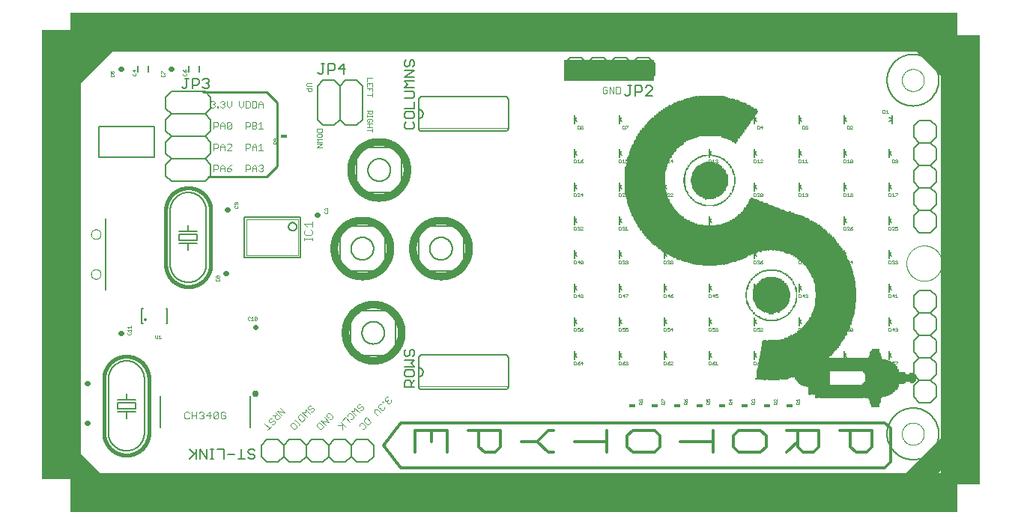
<source format=gto>
G75*
%MOIN*%
%OFA0B0*%
%FSLAX25Y25*%
%IPPOS*%
%LPD*%
%AMOC8*
5,1,8,0,0,1.08239X$1,22.5*
%
%ADD10C,0.00000*%
%ADD11R,3.95000X0.17500*%
%ADD12R,0.17500X2.00000*%
%ADD13R,0.27500X0.10000*%
%ADD14C,0.03200*%
%ADD15C,0.01300*%
%ADD16C,0.01200*%
%ADD17C,0.00200*%
%ADD18C,0.00300*%
%ADD19C,0.01000*%
%ADD20R,0.40157X0.09449*%
%ADD21C,0.00800*%
%ADD22C,0.00100*%
%ADD23R,0.03000X0.01800*%
%ADD24C,0.01600*%
%ADD25C,0.00600*%
%ADD26C,0.02200*%
%ADD27C,0.03000*%
%ADD28C,0.00500*%
%ADD29C,0.00400*%
%ADD30R,0.00200X0.05200*%
%ADD31R,0.00200X0.12200*%
%ADD32R,0.00200X0.13600*%
%ADD33R,0.00200X0.15200*%
%ADD34R,0.00200X0.16200*%
%ADD35R,0.00200X0.17600*%
%ADD36R,0.00200X0.20600*%
%ADD37R,0.00200X0.21800*%
%ADD38R,0.00200X0.22200*%
%ADD39R,0.00200X0.23600*%
%ADD40R,0.00200X0.24400*%
%ADD41R,0.00200X0.26200*%
%ADD42R,0.00200X0.27800*%
%ADD43R,0.00200X0.28000*%
%ADD44R,0.00200X0.29200*%
%ADD45R,0.00200X0.31200*%
%ADD46R,0.00200X0.31400*%
%ADD47R,0.00200X0.31800*%
%ADD48R,0.00200X0.32600*%
%ADD49R,0.00200X0.33000*%
%ADD50R,0.00200X0.35400*%
%ADD51R,0.00200X0.35800*%
%ADD52R,0.00200X0.36400*%
%ADD53R,0.00200X0.36600*%
%ADD54R,0.00200X0.38200*%
%ADD55R,0.00200X0.39000*%
%ADD56R,0.00200X0.39200*%
%ADD57R,0.00200X0.39600*%
%ADD58R,0.00200X0.41200*%
%ADD59R,0.00200X0.42200*%
%ADD60R,0.00200X0.42600*%
%ADD61R,0.00200X0.42800*%
%ADD62R,0.00200X0.44600*%
%ADD63R,0.00200X0.44800*%
%ADD64R,0.00200X0.45000*%
%ADD65R,0.00200X0.45400*%
%ADD66R,0.00200X0.46800*%
%ADD67R,0.00200X0.47000*%
%ADD68R,0.00200X0.47200*%
%ADD69R,0.00200X0.47600*%
%ADD70R,0.00200X0.48600*%
%ADD71R,0.00200X0.48800*%
%ADD72R,0.00200X0.49400*%
%ADD73R,0.00200X0.49600*%
%ADD74R,0.00200X0.50200*%
%ADD75R,0.00200X0.50800*%
%ADD76R,0.00200X0.51200*%
%ADD77R,0.00200X0.51400*%
%ADD78R,0.00200X0.52200*%
%ADD79R,0.00200X0.52600*%
%ADD80R,0.00200X0.53600*%
%ADD81R,0.00200X0.53800*%
%ADD82R,0.00200X0.54600*%
%ADD83R,0.00200X0.55000*%
%ADD84R,0.00200X0.55200*%
%ADD85R,0.00200X0.55600*%
%ADD86R,0.00200X0.55800*%
%ADD87R,0.00200X0.56400*%
%ADD88R,0.00200X0.56800*%
%ADD89R,0.00200X0.57400*%
%ADD90R,0.00200X0.58000*%
%ADD91R,0.00200X0.58200*%
%ADD92R,0.00200X0.59000*%
%ADD93R,0.00200X0.59600*%
%ADD94R,0.00200X0.59800*%
%ADD95R,0.00200X0.60000*%
%ADD96R,0.00200X0.60200*%
%ADD97R,0.00200X0.61400*%
%ADD98R,0.00200X0.61600*%
%ADD99R,0.00200X0.62200*%
%ADD100R,0.00200X0.62600*%
%ADD101R,0.00200X0.62800*%
%ADD102R,0.00200X0.63200*%
%ADD103R,0.00200X0.63600*%
%ADD104R,0.00200X0.63800*%
%ADD105R,0.00200X0.64200*%
%ADD106R,0.00200X0.28400*%
%ADD107R,0.00200X0.27600*%
%ADD108R,0.00200X0.26800*%
%ADD109R,0.00200X0.26400*%
%ADD110R,0.00200X0.25800*%
%ADD111R,0.00200X0.26000*%
%ADD112R,0.00200X0.25400*%
%ADD113R,0.00200X0.25600*%
%ADD114R,0.00200X0.25200*%
%ADD115R,0.00200X0.25000*%
%ADD116R,0.00200X0.24800*%
%ADD117R,0.00200X0.24600*%
%ADD118R,0.00200X0.24200*%
%ADD119R,0.00200X0.24000*%
%ADD120R,0.00200X0.23400*%
%ADD121R,0.00200X0.22600*%
%ADD122R,0.00200X0.22800*%
%ADD123R,0.00200X0.23000*%
%ADD124R,0.00200X0.22400*%
%ADD125R,0.00200X0.22000*%
%ADD126R,0.00200X0.21600*%
%ADD127R,0.00200X0.21400*%
%ADD128R,0.00200X0.21000*%
%ADD129R,0.00200X0.21200*%
%ADD130R,0.00200X0.20800*%
%ADD131R,0.00200X0.20400*%
%ADD132R,0.00200X0.20200*%
%ADD133R,0.00200X0.20000*%
%ADD134R,0.00200X0.19800*%
%ADD135R,0.00200X0.19600*%
%ADD136R,0.00200X0.02600*%
%ADD137R,0.00200X0.19400*%
%ADD138R,0.00200X0.06200*%
%ADD139R,0.00200X0.06800*%
%ADD140R,0.00200X0.01800*%
%ADD141R,0.00200X0.02000*%
%ADD142R,0.00200X0.01200*%
%ADD143R,0.00200X0.01400*%
%ADD144R,0.00200X0.19200*%
%ADD145R,0.00200X0.19000*%
%ADD146R,0.00200X0.01000*%
%ADD147R,0.00200X0.18800*%
%ADD148R,0.00200X0.18600*%
%ADD149R,0.00200X0.00800*%
%ADD150R,0.00200X0.00600*%
%ADD151R,0.00200X0.03800*%
%ADD152R,0.00200X0.04200*%
%ADD153R,0.00200X0.07600*%
%ADD154R,0.00200X0.07800*%
%ADD155R,0.00200X0.08000*%
%ADD156R,0.00200X0.09200*%
%ADD157R,0.00200X0.10000*%
%ADD158R,0.00200X0.18400*%
%ADD159R,0.00200X0.00400*%
%ADD160R,0.00200X0.10200*%
%ADD161R,0.00200X0.11000*%
%ADD162R,0.00200X0.18200*%
%ADD163R,0.00200X0.11200*%
%ADD164R,0.00200X0.11800*%
%ADD165R,0.00200X0.12400*%
%ADD166R,0.00200X0.12600*%
%ADD167R,0.00200X0.18000*%
%ADD168R,0.00200X0.13000*%
%ADD169R,0.00200X0.13200*%
%ADD170R,0.00200X0.00200*%
%ADD171R,0.00200X0.17800*%
%ADD172R,0.00200X0.13800*%
%ADD173R,0.00200X0.14000*%
%ADD174R,0.00200X0.14200*%
%ADD175R,0.00200X0.14800*%
%ADD176R,0.00200X0.15000*%
%ADD177R,0.00200X0.15400*%
%ADD178R,0.00200X0.15800*%
%ADD179R,0.00200X0.16400*%
%ADD180R,0.00200X0.16600*%
%ADD181R,0.00200X0.16800*%
%ADD182R,0.00200X0.16000*%
%ADD183R,0.00200X0.14600*%
%ADD184R,0.00200X0.14400*%
%ADD185R,0.00200X0.13400*%
%ADD186R,0.00200X0.12000*%
%ADD187R,0.00200X0.11600*%
%ADD188R,0.00200X0.08600*%
%ADD189R,0.00200X0.05600*%
%ADD190R,0.00200X0.05000*%
%ADD191R,0.00200X0.04600*%
%ADD192R,0.00200X0.03200*%
%ADD193R,0.00200X0.17000*%
%ADD194R,0.00200X0.15600*%
%ADD195R,0.00200X0.11400*%
%ADD196R,0.00200X0.02400*%
%ADD197R,0.00200X0.10400*%
%ADD198R,0.00200X0.23200*%
%ADD199R,0.00200X0.02800*%
%ADD200R,0.00200X0.09600*%
%ADD201R,0.00200X0.01600*%
%ADD202R,0.00200X0.09400*%
%ADD203R,0.00200X0.08400*%
%ADD204R,0.00200X0.08200*%
%ADD205R,0.00200X0.06600*%
%ADD206R,0.00200X0.05800*%
%ADD207R,0.00200X0.04000*%
%ADD208R,0.00200X0.03600*%
%ADD209R,0.00200X0.23800*%
%ADD210R,0.00200X0.09000*%
%ADD211R,0.00200X0.10800*%
%ADD212R,0.00200X0.06400*%
%ADD213R,0.00200X0.12800*%
%ADD214R,0.00200X0.17200*%
%ADD215R,0.00200X0.10600*%
%ADD216R,0.00200X0.08800*%
%ADD217R,0.00200X0.07200*%
%ADD218R,0.00200X0.03000*%
%ADD219R,0.00200X0.02200*%
%ADD220R,0.00200X0.27000*%
%ADD221R,0.00200X0.27200*%
%ADD222R,0.00200X0.28200*%
%ADD223R,0.00200X0.29000*%
%ADD224R,0.00200X0.33200*%
%ADD225R,0.00200X0.33400*%
%ADD226R,0.00200X0.34400*%
%ADD227R,0.00200X0.34800*%
%ADD228R,0.00200X0.35600*%
%ADD229R,0.00200X0.36000*%
%ADD230R,0.00200X0.37200*%
%ADD231R,0.00200X0.38400*%
%ADD232R,0.00200X0.39400*%
%ADD233R,0.00200X0.40000*%
%ADD234R,0.00200X0.30600*%
%ADD235R,0.00200X0.44400*%
%ADD236R,0.00200X0.77800*%
%ADD237R,0.00200X0.77400*%
%ADD238R,0.00200X0.77200*%
%ADD239R,0.00200X0.77000*%
%ADD240R,0.00200X0.76400*%
%ADD241R,0.00200X0.76000*%
%ADD242R,0.00200X0.75800*%
%ADD243R,0.00200X0.75600*%
%ADD244R,0.00200X0.75400*%
%ADD245R,0.00200X0.75200*%
%ADD246R,0.00200X0.75000*%
%ADD247R,0.00200X0.74600*%
%ADD248R,0.00200X0.74000*%
%ADD249R,0.00200X0.73600*%
%ADD250R,0.00200X0.54000*%
%ADD251R,0.00200X0.53400*%
%ADD252R,0.00200X0.53200*%
%ADD253R,0.00200X0.52000*%
%ADD254R,0.00200X0.51800*%
%ADD255R,0.00200X0.51000*%
%ADD256R,0.00200X0.50000*%
%ADD257R,0.00200X0.49800*%
%ADD258R,0.00200X0.49000*%
%ADD259R,0.00200X0.47800*%
%ADD260R,0.00200X0.46600*%
%ADD261R,0.00200X0.46400*%
%ADD262R,0.00200X0.45200*%
%ADD263R,0.00200X0.44200*%
%ADD264R,0.00200X0.43000*%
%ADD265R,0.00200X0.41600*%
%ADD266R,0.00200X0.41000*%
%ADD267R,0.00200X0.38800*%
%ADD268R,0.00200X0.37800*%
%ADD269R,0.00200X0.36200*%
%ADD270R,0.00200X0.35200*%
%ADD271R,0.00200X0.33600*%
%ADD272R,0.00200X0.32200*%
%ADD273R,0.00200X0.32000*%
%ADD274R,0.00200X0.30800*%
%ADD275R,0.00200X0.28800*%
%ADD276R,0.00200X0.04800*%
%ADD277R,0.00200X0.06000*%
%ADD278R,0.00200X0.07000*%
%ADD279R,0.00200X0.07400*%
%ADD280R,0.00200X0.05400*%
%ADD281R,0.00200X0.03400*%
%ADD282R,0.00200X0.04400*%
D10*
X0059668Y0031528D02*
X0059668Y0185867D01*
X0059675Y0186459D01*
X0059697Y0187050D01*
X0059732Y0187640D01*
X0059782Y0188230D01*
X0059847Y0188818D01*
X0059925Y0189405D01*
X0060017Y0189989D01*
X0060124Y0190571D01*
X0060245Y0191150D01*
X0060379Y0191726D01*
X0060528Y0192299D01*
X0060690Y0192868D01*
X0060866Y0193433D01*
X0061056Y0193993D01*
X0061259Y0194549D01*
X0061475Y0195099D01*
X0061705Y0195645D01*
X0061948Y0196184D01*
X0062204Y0196718D01*
X0062472Y0197245D01*
X0062754Y0197765D01*
X0063047Y0198279D01*
X0063353Y0198785D01*
X0063672Y0199284D01*
X0064002Y0199775D01*
X0064344Y0200258D01*
X0064697Y0200732D01*
X0065062Y0201198D01*
X0065438Y0201655D01*
X0065825Y0202102D01*
X0066223Y0202540D01*
X0066631Y0202969D01*
X0067049Y0203387D01*
X0067478Y0203795D01*
X0067916Y0204193D01*
X0068363Y0204580D01*
X0068820Y0204956D01*
X0069286Y0205321D01*
X0069760Y0205674D01*
X0070243Y0206016D01*
X0070734Y0206346D01*
X0071233Y0206665D01*
X0071739Y0206971D01*
X0072253Y0207264D01*
X0072773Y0207546D01*
X0073300Y0207814D01*
X0073834Y0208070D01*
X0074373Y0208313D01*
X0074919Y0208543D01*
X0075469Y0208759D01*
X0076025Y0208962D01*
X0076585Y0209152D01*
X0077150Y0209328D01*
X0077719Y0209490D01*
X0078292Y0209639D01*
X0078868Y0209773D01*
X0079447Y0209894D01*
X0080029Y0210001D01*
X0080613Y0210093D01*
X0081200Y0210171D01*
X0081788Y0210236D01*
X0082378Y0210286D01*
X0082968Y0210321D01*
X0083559Y0210343D01*
X0084151Y0210350D01*
X0438667Y0210350D01*
X0438667Y0210351D02*
X0439022Y0210347D01*
X0439377Y0210334D01*
X0439732Y0210312D01*
X0440086Y0210282D01*
X0440439Y0210244D01*
X0440791Y0210197D01*
X0441142Y0210141D01*
X0441492Y0210077D01*
X0441839Y0210005D01*
X0442185Y0209924D01*
X0442529Y0209835D01*
X0442871Y0209737D01*
X0443210Y0209631D01*
X0443547Y0209518D01*
X0443880Y0209396D01*
X0444211Y0209266D01*
X0444538Y0209128D01*
X0444862Y0208982D01*
X0445183Y0208828D01*
X0445499Y0208667D01*
X0445812Y0208498D01*
X0446120Y0208322D01*
X0446424Y0208138D01*
X0446724Y0207947D01*
X0447019Y0207749D01*
X0447309Y0207543D01*
X0447594Y0207331D01*
X0447873Y0207112D01*
X0448147Y0206886D01*
X0448416Y0206654D01*
X0448679Y0206415D01*
X0448937Y0206170D01*
X0449188Y0205919D01*
X0449433Y0205661D01*
X0449672Y0205398D01*
X0449904Y0205129D01*
X0450130Y0204855D01*
X0450349Y0204576D01*
X0450561Y0204291D01*
X0450767Y0204001D01*
X0450965Y0203706D01*
X0451156Y0203406D01*
X0451340Y0203102D01*
X0451516Y0202794D01*
X0451685Y0202481D01*
X0451846Y0202165D01*
X0452000Y0201844D01*
X0452146Y0201520D01*
X0452284Y0201193D01*
X0452414Y0200862D01*
X0452536Y0200529D01*
X0452649Y0200192D01*
X0452755Y0199853D01*
X0452853Y0199511D01*
X0452942Y0199167D01*
X0453023Y0198821D01*
X0453095Y0198474D01*
X0453159Y0198124D01*
X0453215Y0197773D01*
X0453262Y0197421D01*
X0453300Y0197068D01*
X0453330Y0196714D01*
X0453352Y0196359D01*
X0453365Y0196004D01*
X0453369Y0195649D01*
X0453369Y0039112D01*
X0429747Y0036000D02*
X0429749Y0036140D01*
X0429755Y0036280D01*
X0429765Y0036419D01*
X0429779Y0036558D01*
X0429797Y0036697D01*
X0429818Y0036835D01*
X0429844Y0036973D01*
X0429874Y0037110D01*
X0429907Y0037245D01*
X0429945Y0037380D01*
X0429986Y0037514D01*
X0430031Y0037647D01*
X0430079Y0037778D01*
X0430132Y0037907D01*
X0430188Y0038036D01*
X0430247Y0038162D01*
X0430311Y0038287D01*
X0430377Y0038410D01*
X0430448Y0038531D01*
X0430521Y0038650D01*
X0430598Y0038767D01*
X0430679Y0038881D01*
X0430762Y0038993D01*
X0430849Y0039103D01*
X0430939Y0039211D01*
X0431031Y0039315D01*
X0431127Y0039417D01*
X0431226Y0039517D01*
X0431327Y0039613D01*
X0431431Y0039707D01*
X0431538Y0039797D01*
X0431647Y0039884D01*
X0431759Y0039969D01*
X0431873Y0040050D01*
X0431989Y0040128D01*
X0432107Y0040202D01*
X0432228Y0040273D01*
X0432350Y0040341D01*
X0432475Y0040405D01*
X0432601Y0040466D01*
X0432728Y0040523D01*
X0432858Y0040576D01*
X0432989Y0040626D01*
X0433121Y0040671D01*
X0433254Y0040714D01*
X0433389Y0040752D01*
X0433524Y0040786D01*
X0433661Y0040817D01*
X0433798Y0040844D01*
X0433936Y0040866D01*
X0434075Y0040885D01*
X0434214Y0040900D01*
X0434353Y0040911D01*
X0434493Y0040918D01*
X0434633Y0040921D01*
X0434773Y0040920D01*
X0434913Y0040915D01*
X0435052Y0040906D01*
X0435192Y0040893D01*
X0435331Y0040876D01*
X0435469Y0040855D01*
X0435607Y0040831D01*
X0435744Y0040802D01*
X0435880Y0040770D01*
X0436015Y0040733D01*
X0436149Y0040693D01*
X0436282Y0040649D01*
X0436413Y0040601D01*
X0436543Y0040550D01*
X0436672Y0040495D01*
X0436799Y0040436D01*
X0436924Y0040373D01*
X0437047Y0040308D01*
X0437169Y0040238D01*
X0437288Y0040165D01*
X0437406Y0040089D01*
X0437521Y0040010D01*
X0437634Y0039927D01*
X0437744Y0039841D01*
X0437852Y0039752D01*
X0437957Y0039660D01*
X0438060Y0039565D01*
X0438160Y0039467D01*
X0438257Y0039367D01*
X0438351Y0039263D01*
X0438443Y0039157D01*
X0438531Y0039049D01*
X0438616Y0038938D01*
X0438698Y0038824D01*
X0438777Y0038708D01*
X0438852Y0038591D01*
X0438924Y0038471D01*
X0438992Y0038349D01*
X0439057Y0038225D01*
X0439119Y0038099D01*
X0439177Y0037972D01*
X0439231Y0037843D01*
X0439282Y0037712D01*
X0439328Y0037580D01*
X0439371Y0037447D01*
X0439411Y0037313D01*
X0439446Y0037178D01*
X0439478Y0037041D01*
X0439505Y0036904D01*
X0439529Y0036766D01*
X0439549Y0036628D01*
X0439565Y0036489D01*
X0439577Y0036349D01*
X0439585Y0036210D01*
X0439589Y0036070D01*
X0439589Y0035930D01*
X0439585Y0035790D01*
X0439577Y0035651D01*
X0439565Y0035511D01*
X0439549Y0035372D01*
X0439529Y0035234D01*
X0439505Y0035096D01*
X0439478Y0034959D01*
X0439446Y0034822D01*
X0439411Y0034687D01*
X0439371Y0034553D01*
X0439328Y0034420D01*
X0439282Y0034288D01*
X0439231Y0034157D01*
X0439177Y0034028D01*
X0439119Y0033901D01*
X0439057Y0033775D01*
X0438992Y0033651D01*
X0438924Y0033529D01*
X0438852Y0033409D01*
X0438777Y0033292D01*
X0438698Y0033176D01*
X0438616Y0033062D01*
X0438531Y0032951D01*
X0438443Y0032843D01*
X0438351Y0032737D01*
X0438257Y0032633D01*
X0438160Y0032533D01*
X0438060Y0032435D01*
X0437957Y0032340D01*
X0437852Y0032248D01*
X0437744Y0032159D01*
X0437634Y0032073D01*
X0437521Y0031990D01*
X0437406Y0031911D01*
X0437288Y0031835D01*
X0437169Y0031762D01*
X0437047Y0031692D01*
X0436924Y0031627D01*
X0436799Y0031564D01*
X0436672Y0031505D01*
X0436543Y0031450D01*
X0436413Y0031399D01*
X0436282Y0031351D01*
X0436149Y0031307D01*
X0436015Y0031267D01*
X0435880Y0031230D01*
X0435744Y0031198D01*
X0435607Y0031169D01*
X0435469Y0031145D01*
X0435331Y0031124D01*
X0435192Y0031107D01*
X0435052Y0031094D01*
X0434913Y0031085D01*
X0434773Y0031080D01*
X0434633Y0031079D01*
X0434493Y0031082D01*
X0434353Y0031089D01*
X0434214Y0031100D01*
X0434075Y0031115D01*
X0433936Y0031134D01*
X0433798Y0031156D01*
X0433661Y0031183D01*
X0433524Y0031214D01*
X0433389Y0031248D01*
X0433254Y0031286D01*
X0433121Y0031329D01*
X0432989Y0031374D01*
X0432858Y0031424D01*
X0432728Y0031477D01*
X0432601Y0031534D01*
X0432475Y0031595D01*
X0432350Y0031659D01*
X0432228Y0031727D01*
X0432107Y0031798D01*
X0431989Y0031872D01*
X0431873Y0031950D01*
X0431759Y0032031D01*
X0431647Y0032116D01*
X0431538Y0032203D01*
X0431431Y0032293D01*
X0431327Y0032387D01*
X0431226Y0032483D01*
X0431127Y0032583D01*
X0431031Y0032685D01*
X0430939Y0032789D01*
X0430849Y0032897D01*
X0430762Y0033007D01*
X0430679Y0033119D01*
X0430598Y0033233D01*
X0430521Y0033350D01*
X0430448Y0033469D01*
X0430377Y0033590D01*
X0430311Y0033713D01*
X0430247Y0033838D01*
X0430188Y0033964D01*
X0430132Y0034093D01*
X0430079Y0034222D01*
X0430031Y0034353D01*
X0429986Y0034486D01*
X0429945Y0034620D01*
X0429907Y0034755D01*
X0429874Y0034890D01*
X0429844Y0035027D01*
X0429818Y0035165D01*
X0429797Y0035303D01*
X0429779Y0035442D01*
X0429765Y0035581D01*
X0429755Y0035720D01*
X0429749Y0035860D01*
X0429747Y0036000D01*
X0427757Y0013500D02*
X0428376Y0013507D01*
X0428994Y0013530D01*
X0429612Y0013567D01*
X0430229Y0013620D01*
X0430844Y0013687D01*
X0431458Y0013769D01*
X0432069Y0013866D01*
X0432678Y0013977D01*
X0433284Y0014103D01*
X0433886Y0014244D01*
X0434485Y0014400D01*
X0435081Y0014569D01*
X0435672Y0014754D01*
X0436258Y0014952D01*
X0436839Y0015164D01*
X0437415Y0015391D01*
X0437986Y0015631D01*
X0438550Y0015885D01*
X0439108Y0016153D01*
X0439659Y0016434D01*
X0440204Y0016728D01*
X0440741Y0017035D01*
X0441271Y0017355D01*
X0441793Y0017688D01*
X0442306Y0018034D01*
X0442811Y0018391D01*
X0443308Y0018761D01*
X0443795Y0019143D01*
X0444273Y0019536D01*
X0444741Y0019941D01*
X0445199Y0020357D01*
X0445647Y0020784D01*
X0446085Y0021222D01*
X0446512Y0021670D01*
X0446928Y0022128D01*
X0447333Y0022596D01*
X0447726Y0023074D01*
X0448108Y0023561D01*
X0448478Y0024058D01*
X0448835Y0024563D01*
X0449181Y0025076D01*
X0449514Y0025598D01*
X0449834Y0026128D01*
X0450141Y0026665D01*
X0450435Y0027210D01*
X0450716Y0027761D01*
X0450984Y0028319D01*
X0451238Y0028883D01*
X0451478Y0029454D01*
X0451705Y0030030D01*
X0451917Y0030611D01*
X0452115Y0031197D01*
X0452300Y0031788D01*
X0452469Y0032384D01*
X0452625Y0032983D01*
X0452766Y0033585D01*
X0452892Y0034191D01*
X0453003Y0034800D01*
X0453100Y0035411D01*
X0453182Y0036025D01*
X0453249Y0036640D01*
X0453302Y0037257D01*
X0453339Y0037875D01*
X0453362Y0038493D01*
X0453369Y0039112D01*
X0427757Y0013500D02*
X0077695Y0013500D01*
X0077259Y0013505D01*
X0076824Y0013521D01*
X0076389Y0013547D01*
X0075955Y0013584D01*
X0075522Y0013631D01*
X0075090Y0013689D01*
X0074660Y0013757D01*
X0074231Y0013836D01*
X0073805Y0013925D01*
X0073381Y0014024D01*
X0072959Y0014133D01*
X0072540Y0014253D01*
X0072124Y0014382D01*
X0071711Y0014522D01*
X0071302Y0014672D01*
X0070897Y0014831D01*
X0070495Y0015000D01*
X0070098Y0015179D01*
X0069705Y0015367D01*
X0069317Y0015565D01*
X0068934Y0015772D01*
X0068556Y0015988D01*
X0068183Y0016214D01*
X0067815Y0016448D01*
X0067454Y0016691D01*
X0067098Y0016943D01*
X0066749Y0017203D01*
X0066406Y0017472D01*
X0066070Y0017749D01*
X0065740Y0018034D01*
X0065418Y0018327D01*
X0065102Y0018627D01*
X0064794Y0018935D01*
X0064494Y0019251D01*
X0064201Y0019573D01*
X0063916Y0019903D01*
X0063639Y0020239D01*
X0063370Y0020582D01*
X0063110Y0020931D01*
X0062858Y0021287D01*
X0062615Y0021648D01*
X0062381Y0022016D01*
X0062155Y0022389D01*
X0061939Y0022767D01*
X0061732Y0023150D01*
X0061534Y0023538D01*
X0061346Y0023931D01*
X0061167Y0024328D01*
X0060998Y0024730D01*
X0060839Y0025135D01*
X0060689Y0025544D01*
X0060549Y0025957D01*
X0060420Y0026373D01*
X0060300Y0026792D01*
X0060191Y0027214D01*
X0060092Y0027638D01*
X0060003Y0028064D01*
X0059924Y0028493D01*
X0059856Y0028923D01*
X0059798Y0029355D01*
X0059751Y0029788D01*
X0059714Y0030222D01*
X0059688Y0030657D01*
X0059672Y0031092D01*
X0059667Y0031528D01*
X0068920Y0107142D02*
X0068922Y0107235D01*
X0068928Y0107327D01*
X0068938Y0107419D01*
X0068952Y0107510D01*
X0068969Y0107601D01*
X0068991Y0107691D01*
X0069016Y0107780D01*
X0069045Y0107868D01*
X0069078Y0107954D01*
X0069115Y0108039D01*
X0069155Y0108123D01*
X0069199Y0108204D01*
X0069246Y0108284D01*
X0069296Y0108362D01*
X0069350Y0108437D01*
X0069407Y0108510D01*
X0069467Y0108580D01*
X0069530Y0108648D01*
X0069596Y0108713D01*
X0069664Y0108775D01*
X0069735Y0108835D01*
X0069809Y0108891D01*
X0069885Y0108944D01*
X0069963Y0108993D01*
X0070043Y0109040D01*
X0070125Y0109082D01*
X0070209Y0109122D01*
X0070294Y0109157D01*
X0070381Y0109189D01*
X0070469Y0109218D01*
X0070558Y0109242D01*
X0070648Y0109263D01*
X0070739Y0109279D01*
X0070831Y0109292D01*
X0070923Y0109301D01*
X0071016Y0109306D01*
X0071108Y0109307D01*
X0071201Y0109304D01*
X0071293Y0109297D01*
X0071385Y0109286D01*
X0071476Y0109271D01*
X0071567Y0109253D01*
X0071657Y0109230D01*
X0071745Y0109204D01*
X0071833Y0109174D01*
X0071919Y0109140D01*
X0072003Y0109103D01*
X0072086Y0109061D01*
X0072167Y0109017D01*
X0072247Y0108969D01*
X0072324Y0108918D01*
X0072398Y0108863D01*
X0072471Y0108805D01*
X0072541Y0108745D01*
X0072608Y0108681D01*
X0072672Y0108615D01*
X0072734Y0108545D01*
X0072792Y0108474D01*
X0072847Y0108400D01*
X0072899Y0108323D01*
X0072948Y0108244D01*
X0072994Y0108164D01*
X0073036Y0108081D01*
X0073074Y0107997D01*
X0073109Y0107911D01*
X0073140Y0107824D01*
X0073167Y0107736D01*
X0073190Y0107646D01*
X0073210Y0107556D01*
X0073226Y0107465D01*
X0073238Y0107373D01*
X0073246Y0107281D01*
X0073250Y0107188D01*
X0073250Y0107096D01*
X0073246Y0107003D01*
X0073238Y0106911D01*
X0073226Y0106819D01*
X0073210Y0106728D01*
X0073190Y0106638D01*
X0073167Y0106548D01*
X0073140Y0106460D01*
X0073109Y0106373D01*
X0073074Y0106287D01*
X0073036Y0106203D01*
X0072994Y0106120D01*
X0072948Y0106040D01*
X0072899Y0105961D01*
X0072847Y0105884D01*
X0072792Y0105810D01*
X0072734Y0105739D01*
X0072672Y0105669D01*
X0072608Y0105603D01*
X0072541Y0105539D01*
X0072471Y0105479D01*
X0072398Y0105421D01*
X0072324Y0105366D01*
X0072247Y0105315D01*
X0072168Y0105267D01*
X0072086Y0105223D01*
X0072003Y0105181D01*
X0071919Y0105144D01*
X0071833Y0105110D01*
X0071745Y0105080D01*
X0071657Y0105054D01*
X0071567Y0105031D01*
X0071476Y0105013D01*
X0071385Y0104998D01*
X0071293Y0104987D01*
X0071201Y0104980D01*
X0071108Y0104977D01*
X0071016Y0104978D01*
X0070923Y0104983D01*
X0070831Y0104992D01*
X0070739Y0105005D01*
X0070648Y0105021D01*
X0070558Y0105042D01*
X0070469Y0105066D01*
X0070381Y0105095D01*
X0070294Y0105127D01*
X0070209Y0105162D01*
X0070125Y0105202D01*
X0070043Y0105244D01*
X0069963Y0105291D01*
X0069885Y0105340D01*
X0069809Y0105393D01*
X0069735Y0105449D01*
X0069664Y0105509D01*
X0069596Y0105571D01*
X0069530Y0105636D01*
X0069467Y0105704D01*
X0069407Y0105774D01*
X0069350Y0105847D01*
X0069296Y0105922D01*
X0069246Y0106000D01*
X0069199Y0106080D01*
X0069155Y0106161D01*
X0069115Y0106245D01*
X0069078Y0106330D01*
X0069045Y0106416D01*
X0069016Y0106504D01*
X0068991Y0106593D01*
X0068969Y0106683D01*
X0068952Y0106774D01*
X0068938Y0106865D01*
X0068928Y0106957D01*
X0068922Y0107049D01*
X0068920Y0107142D01*
X0068920Y0124858D02*
X0068922Y0124951D01*
X0068928Y0125043D01*
X0068938Y0125135D01*
X0068952Y0125226D01*
X0068969Y0125317D01*
X0068991Y0125407D01*
X0069016Y0125496D01*
X0069045Y0125584D01*
X0069078Y0125670D01*
X0069115Y0125755D01*
X0069155Y0125839D01*
X0069199Y0125920D01*
X0069246Y0126000D01*
X0069296Y0126078D01*
X0069350Y0126153D01*
X0069407Y0126226D01*
X0069467Y0126296D01*
X0069530Y0126364D01*
X0069596Y0126429D01*
X0069664Y0126491D01*
X0069735Y0126551D01*
X0069809Y0126607D01*
X0069885Y0126660D01*
X0069963Y0126709D01*
X0070043Y0126756D01*
X0070125Y0126798D01*
X0070209Y0126838D01*
X0070294Y0126873D01*
X0070381Y0126905D01*
X0070469Y0126934D01*
X0070558Y0126958D01*
X0070648Y0126979D01*
X0070739Y0126995D01*
X0070831Y0127008D01*
X0070923Y0127017D01*
X0071016Y0127022D01*
X0071108Y0127023D01*
X0071201Y0127020D01*
X0071293Y0127013D01*
X0071385Y0127002D01*
X0071476Y0126987D01*
X0071567Y0126969D01*
X0071657Y0126946D01*
X0071745Y0126920D01*
X0071833Y0126890D01*
X0071919Y0126856D01*
X0072003Y0126819D01*
X0072086Y0126777D01*
X0072167Y0126733D01*
X0072247Y0126685D01*
X0072324Y0126634D01*
X0072398Y0126579D01*
X0072471Y0126521D01*
X0072541Y0126461D01*
X0072608Y0126397D01*
X0072672Y0126331D01*
X0072734Y0126261D01*
X0072792Y0126190D01*
X0072847Y0126116D01*
X0072899Y0126039D01*
X0072948Y0125960D01*
X0072994Y0125880D01*
X0073036Y0125797D01*
X0073074Y0125713D01*
X0073109Y0125627D01*
X0073140Y0125540D01*
X0073167Y0125452D01*
X0073190Y0125362D01*
X0073210Y0125272D01*
X0073226Y0125181D01*
X0073238Y0125089D01*
X0073246Y0124997D01*
X0073250Y0124904D01*
X0073250Y0124812D01*
X0073246Y0124719D01*
X0073238Y0124627D01*
X0073226Y0124535D01*
X0073210Y0124444D01*
X0073190Y0124354D01*
X0073167Y0124264D01*
X0073140Y0124176D01*
X0073109Y0124089D01*
X0073074Y0124003D01*
X0073036Y0123919D01*
X0072994Y0123836D01*
X0072948Y0123756D01*
X0072899Y0123677D01*
X0072847Y0123600D01*
X0072792Y0123526D01*
X0072734Y0123455D01*
X0072672Y0123385D01*
X0072608Y0123319D01*
X0072541Y0123255D01*
X0072471Y0123195D01*
X0072398Y0123137D01*
X0072324Y0123082D01*
X0072247Y0123031D01*
X0072168Y0122983D01*
X0072086Y0122939D01*
X0072003Y0122897D01*
X0071919Y0122860D01*
X0071833Y0122826D01*
X0071745Y0122796D01*
X0071657Y0122770D01*
X0071567Y0122747D01*
X0071476Y0122729D01*
X0071385Y0122714D01*
X0071293Y0122703D01*
X0071201Y0122696D01*
X0071108Y0122693D01*
X0071016Y0122694D01*
X0070923Y0122699D01*
X0070831Y0122708D01*
X0070739Y0122721D01*
X0070648Y0122737D01*
X0070558Y0122758D01*
X0070469Y0122782D01*
X0070381Y0122811D01*
X0070294Y0122843D01*
X0070209Y0122878D01*
X0070125Y0122918D01*
X0070043Y0122960D01*
X0069963Y0123007D01*
X0069885Y0123056D01*
X0069809Y0123109D01*
X0069735Y0123165D01*
X0069664Y0123225D01*
X0069596Y0123287D01*
X0069530Y0123352D01*
X0069467Y0123420D01*
X0069407Y0123490D01*
X0069350Y0123563D01*
X0069296Y0123638D01*
X0069246Y0123716D01*
X0069199Y0123796D01*
X0069155Y0123877D01*
X0069115Y0123961D01*
X0069078Y0124046D01*
X0069045Y0124132D01*
X0069016Y0124220D01*
X0068991Y0124309D01*
X0068969Y0124399D01*
X0068952Y0124490D01*
X0068938Y0124581D01*
X0068928Y0124673D01*
X0068922Y0124765D01*
X0068920Y0124858D01*
X0429747Y0193500D02*
X0429749Y0193640D01*
X0429755Y0193780D01*
X0429765Y0193919D01*
X0429779Y0194058D01*
X0429797Y0194197D01*
X0429818Y0194335D01*
X0429844Y0194473D01*
X0429874Y0194610D01*
X0429907Y0194745D01*
X0429945Y0194880D01*
X0429986Y0195014D01*
X0430031Y0195147D01*
X0430079Y0195278D01*
X0430132Y0195407D01*
X0430188Y0195536D01*
X0430247Y0195662D01*
X0430311Y0195787D01*
X0430377Y0195910D01*
X0430448Y0196031D01*
X0430521Y0196150D01*
X0430598Y0196267D01*
X0430679Y0196381D01*
X0430762Y0196493D01*
X0430849Y0196603D01*
X0430939Y0196711D01*
X0431031Y0196815D01*
X0431127Y0196917D01*
X0431226Y0197017D01*
X0431327Y0197113D01*
X0431431Y0197207D01*
X0431538Y0197297D01*
X0431647Y0197384D01*
X0431759Y0197469D01*
X0431873Y0197550D01*
X0431989Y0197628D01*
X0432107Y0197702D01*
X0432228Y0197773D01*
X0432350Y0197841D01*
X0432475Y0197905D01*
X0432601Y0197966D01*
X0432728Y0198023D01*
X0432858Y0198076D01*
X0432989Y0198126D01*
X0433121Y0198171D01*
X0433254Y0198214D01*
X0433389Y0198252D01*
X0433524Y0198286D01*
X0433661Y0198317D01*
X0433798Y0198344D01*
X0433936Y0198366D01*
X0434075Y0198385D01*
X0434214Y0198400D01*
X0434353Y0198411D01*
X0434493Y0198418D01*
X0434633Y0198421D01*
X0434773Y0198420D01*
X0434913Y0198415D01*
X0435052Y0198406D01*
X0435192Y0198393D01*
X0435331Y0198376D01*
X0435469Y0198355D01*
X0435607Y0198331D01*
X0435744Y0198302D01*
X0435880Y0198270D01*
X0436015Y0198233D01*
X0436149Y0198193D01*
X0436282Y0198149D01*
X0436413Y0198101D01*
X0436543Y0198050D01*
X0436672Y0197995D01*
X0436799Y0197936D01*
X0436924Y0197873D01*
X0437047Y0197808D01*
X0437169Y0197738D01*
X0437288Y0197665D01*
X0437406Y0197589D01*
X0437521Y0197510D01*
X0437634Y0197427D01*
X0437744Y0197341D01*
X0437852Y0197252D01*
X0437957Y0197160D01*
X0438060Y0197065D01*
X0438160Y0196967D01*
X0438257Y0196867D01*
X0438351Y0196763D01*
X0438443Y0196657D01*
X0438531Y0196549D01*
X0438616Y0196438D01*
X0438698Y0196324D01*
X0438777Y0196208D01*
X0438852Y0196091D01*
X0438924Y0195971D01*
X0438992Y0195849D01*
X0439057Y0195725D01*
X0439119Y0195599D01*
X0439177Y0195472D01*
X0439231Y0195343D01*
X0439282Y0195212D01*
X0439328Y0195080D01*
X0439371Y0194947D01*
X0439411Y0194813D01*
X0439446Y0194678D01*
X0439478Y0194541D01*
X0439505Y0194404D01*
X0439529Y0194266D01*
X0439549Y0194128D01*
X0439565Y0193989D01*
X0439577Y0193849D01*
X0439585Y0193710D01*
X0439589Y0193570D01*
X0439589Y0193430D01*
X0439585Y0193290D01*
X0439577Y0193151D01*
X0439565Y0193011D01*
X0439549Y0192872D01*
X0439529Y0192734D01*
X0439505Y0192596D01*
X0439478Y0192459D01*
X0439446Y0192322D01*
X0439411Y0192187D01*
X0439371Y0192053D01*
X0439328Y0191920D01*
X0439282Y0191788D01*
X0439231Y0191657D01*
X0439177Y0191528D01*
X0439119Y0191401D01*
X0439057Y0191275D01*
X0438992Y0191151D01*
X0438924Y0191029D01*
X0438852Y0190909D01*
X0438777Y0190792D01*
X0438698Y0190676D01*
X0438616Y0190562D01*
X0438531Y0190451D01*
X0438443Y0190343D01*
X0438351Y0190237D01*
X0438257Y0190133D01*
X0438160Y0190033D01*
X0438060Y0189935D01*
X0437957Y0189840D01*
X0437852Y0189748D01*
X0437744Y0189659D01*
X0437634Y0189573D01*
X0437521Y0189490D01*
X0437406Y0189411D01*
X0437288Y0189335D01*
X0437169Y0189262D01*
X0437047Y0189192D01*
X0436924Y0189127D01*
X0436799Y0189064D01*
X0436672Y0189005D01*
X0436543Y0188950D01*
X0436413Y0188899D01*
X0436282Y0188851D01*
X0436149Y0188807D01*
X0436015Y0188767D01*
X0435880Y0188730D01*
X0435744Y0188698D01*
X0435607Y0188669D01*
X0435469Y0188645D01*
X0435331Y0188624D01*
X0435192Y0188607D01*
X0435052Y0188594D01*
X0434913Y0188585D01*
X0434773Y0188580D01*
X0434633Y0188579D01*
X0434493Y0188582D01*
X0434353Y0188589D01*
X0434214Y0188600D01*
X0434075Y0188615D01*
X0433936Y0188634D01*
X0433798Y0188656D01*
X0433661Y0188683D01*
X0433524Y0188714D01*
X0433389Y0188748D01*
X0433254Y0188786D01*
X0433121Y0188829D01*
X0432989Y0188874D01*
X0432858Y0188924D01*
X0432728Y0188977D01*
X0432601Y0189034D01*
X0432475Y0189095D01*
X0432350Y0189159D01*
X0432228Y0189227D01*
X0432107Y0189298D01*
X0431989Y0189372D01*
X0431873Y0189450D01*
X0431759Y0189531D01*
X0431647Y0189616D01*
X0431538Y0189703D01*
X0431431Y0189793D01*
X0431327Y0189887D01*
X0431226Y0189983D01*
X0431127Y0190083D01*
X0431031Y0190185D01*
X0430939Y0190289D01*
X0430849Y0190397D01*
X0430762Y0190507D01*
X0430679Y0190619D01*
X0430598Y0190733D01*
X0430521Y0190850D01*
X0430448Y0190969D01*
X0430377Y0191090D01*
X0430311Y0191213D01*
X0430247Y0191338D01*
X0430188Y0191464D01*
X0430132Y0191593D01*
X0430079Y0191722D01*
X0430031Y0191853D01*
X0429986Y0191986D01*
X0429945Y0192120D01*
X0429907Y0192255D01*
X0429874Y0192390D01*
X0429844Y0192527D01*
X0429818Y0192665D01*
X0429797Y0192803D01*
X0429779Y0192942D01*
X0429765Y0193081D01*
X0429755Y0193220D01*
X0429749Y0193360D01*
X0429747Y0193500D01*
X0431794Y0111925D02*
X0431796Y0112118D01*
X0431803Y0112311D01*
X0431815Y0112504D01*
X0431832Y0112697D01*
X0431853Y0112889D01*
X0431879Y0113080D01*
X0431910Y0113271D01*
X0431945Y0113461D01*
X0431985Y0113650D01*
X0432030Y0113838D01*
X0432079Y0114025D01*
X0432133Y0114211D01*
X0432191Y0114395D01*
X0432254Y0114578D01*
X0432322Y0114759D01*
X0432393Y0114938D01*
X0432470Y0115116D01*
X0432550Y0115292D01*
X0432635Y0115465D01*
X0432724Y0115637D01*
X0432817Y0115806D01*
X0432914Y0115973D01*
X0433016Y0116138D01*
X0433121Y0116300D01*
X0433230Y0116459D01*
X0433344Y0116616D01*
X0433461Y0116769D01*
X0433581Y0116920D01*
X0433706Y0117068D01*
X0433834Y0117213D01*
X0433965Y0117354D01*
X0434100Y0117493D01*
X0434239Y0117628D01*
X0434380Y0117759D01*
X0434525Y0117887D01*
X0434673Y0118012D01*
X0434824Y0118132D01*
X0434977Y0118249D01*
X0435134Y0118363D01*
X0435293Y0118472D01*
X0435455Y0118577D01*
X0435620Y0118679D01*
X0435787Y0118776D01*
X0435956Y0118869D01*
X0436128Y0118958D01*
X0436301Y0119043D01*
X0436477Y0119123D01*
X0436655Y0119200D01*
X0436834Y0119271D01*
X0437015Y0119339D01*
X0437198Y0119402D01*
X0437382Y0119460D01*
X0437568Y0119514D01*
X0437755Y0119563D01*
X0437943Y0119608D01*
X0438132Y0119648D01*
X0438322Y0119683D01*
X0438513Y0119714D01*
X0438704Y0119740D01*
X0438896Y0119761D01*
X0439089Y0119778D01*
X0439282Y0119790D01*
X0439475Y0119797D01*
X0439668Y0119799D01*
X0439861Y0119797D01*
X0440054Y0119790D01*
X0440247Y0119778D01*
X0440440Y0119761D01*
X0440632Y0119740D01*
X0440823Y0119714D01*
X0441014Y0119683D01*
X0441204Y0119648D01*
X0441393Y0119608D01*
X0441581Y0119563D01*
X0441768Y0119514D01*
X0441954Y0119460D01*
X0442138Y0119402D01*
X0442321Y0119339D01*
X0442502Y0119271D01*
X0442681Y0119200D01*
X0442859Y0119123D01*
X0443035Y0119043D01*
X0443208Y0118958D01*
X0443380Y0118869D01*
X0443549Y0118776D01*
X0443716Y0118679D01*
X0443881Y0118577D01*
X0444043Y0118472D01*
X0444202Y0118363D01*
X0444359Y0118249D01*
X0444512Y0118132D01*
X0444663Y0118012D01*
X0444811Y0117887D01*
X0444956Y0117759D01*
X0445097Y0117628D01*
X0445236Y0117493D01*
X0445371Y0117354D01*
X0445502Y0117213D01*
X0445630Y0117068D01*
X0445755Y0116920D01*
X0445875Y0116769D01*
X0445992Y0116616D01*
X0446106Y0116459D01*
X0446215Y0116300D01*
X0446320Y0116138D01*
X0446422Y0115973D01*
X0446519Y0115806D01*
X0446612Y0115637D01*
X0446701Y0115465D01*
X0446786Y0115292D01*
X0446866Y0115116D01*
X0446943Y0114938D01*
X0447014Y0114759D01*
X0447082Y0114578D01*
X0447145Y0114395D01*
X0447203Y0114211D01*
X0447257Y0114025D01*
X0447306Y0113838D01*
X0447351Y0113650D01*
X0447391Y0113461D01*
X0447426Y0113271D01*
X0447457Y0113080D01*
X0447483Y0112889D01*
X0447504Y0112697D01*
X0447521Y0112504D01*
X0447533Y0112311D01*
X0447540Y0112118D01*
X0447542Y0111925D01*
X0447540Y0111732D01*
X0447533Y0111539D01*
X0447521Y0111346D01*
X0447504Y0111153D01*
X0447483Y0110961D01*
X0447457Y0110770D01*
X0447426Y0110579D01*
X0447391Y0110389D01*
X0447351Y0110200D01*
X0447306Y0110012D01*
X0447257Y0109825D01*
X0447203Y0109639D01*
X0447145Y0109455D01*
X0447082Y0109272D01*
X0447014Y0109091D01*
X0446943Y0108912D01*
X0446866Y0108734D01*
X0446786Y0108558D01*
X0446701Y0108385D01*
X0446612Y0108213D01*
X0446519Y0108044D01*
X0446422Y0107877D01*
X0446320Y0107712D01*
X0446215Y0107550D01*
X0446106Y0107391D01*
X0445992Y0107234D01*
X0445875Y0107081D01*
X0445755Y0106930D01*
X0445630Y0106782D01*
X0445502Y0106637D01*
X0445371Y0106496D01*
X0445236Y0106357D01*
X0445097Y0106222D01*
X0444956Y0106091D01*
X0444811Y0105963D01*
X0444663Y0105838D01*
X0444512Y0105718D01*
X0444359Y0105601D01*
X0444202Y0105487D01*
X0444043Y0105378D01*
X0443881Y0105273D01*
X0443716Y0105171D01*
X0443549Y0105074D01*
X0443380Y0104981D01*
X0443208Y0104892D01*
X0443035Y0104807D01*
X0442859Y0104727D01*
X0442681Y0104650D01*
X0442502Y0104579D01*
X0442321Y0104511D01*
X0442138Y0104448D01*
X0441954Y0104390D01*
X0441768Y0104336D01*
X0441581Y0104287D01*
X0441393Y0104242D01*
X0441204Y0104202D01*
X0441014Y0104167D01*
X0440823Y0104136D01*
X0440632Y0104110D01*
X0440440Y0104089D01*
X0440247Y0104072D01*
X0440054Y0104060D01*
X0439861Y0104053D01*
X0439668Y0104051D01*
X0439475Y0104053D01*
X0439282Y0104060D01*
X0439089Y0104072D01*
X0438896Y0104089D01*
X0438704Y0104110D01*
X0438513Y0104136D01*
X0438322Y0104167D01*
X0438132Y0104202D01*
X0437943Y0104242D01*
X0437755Y0104287D01*
X0437568Y0104336D01*
X0437382Y0104390D01*
X0437198Y0104448D01*
X0437015Y0104511D01*
X0436834Y0104579D01*
X0436655Y0104650D01*
X0436477Y0104727D01*
X0436301Y0104807D01*
X0436128Y0104892D01*
X0435956Y0104981D01*
X0435787Y0105074D01*
X0435620Y0105171D01*
X0435455Y0105273D01*
X0435293Y0105378D01*
X0435134Y0105487D01*
X0434977Y0105601D01*
X0434824Y0105718D01*
X0434673Y0105838D01*
X0434525Y0105963D01*
X0434380Y0106091D01*
X0434239Y0106222D01*
X0434100Y0106357D01*
X0433965Y0106496D01*
X0433834Y0106637D01*
X0433706Y0106782D01*
X0433581Y0106930D01*
X0433461Y0107081D01*
X0433344Y0107234D01*
X0433230Y0107391D01*
X0433121Y0107550D01*
X0433016Y0107712D01*
X0432914Y0107877D01*
X0432817Y0108044D01*
X0432724Y0108213D01*
X0432635Y0108385D01*
X0432550Y0108558D01*
X0432470Y0108734D01*
X0432393Y0108912D01*
X0432322Y0109091D01*
X0432254Y0109272D01*
X0432191Y0109455D01*
X0432133Y0109639D01*
X0432079Y0109825D01*
X0432030Y0110012D01*
X0431985Y0110200D01*
X0431945Y0110389D01*
X0431910Y0110579D01*
X0431879Y0110770D01*
X0431853Y0110961D01*
X0431832Y0111153D01*
X0431815Y0111346D01*
X0431803Y0111539D01*
X0431796Y0111732D01*
X0431794Y0111925D01*
D11*
X0257168Y0009750D03*
X0257168Y0214750D03*
D12*
X0055918Y0116000D03*
X0455918Y0113500D03*
D13*
G36*
X0440097Y0216606D02*
X0459542Y0197161D01*
X0452471Y0190090D01*
X0433026Y0209535D01*
X0440097Y0216606D01*
G37*
G36*
X0082774Y0210571D02*
X0063329Y0191126D01*
X0056258Y0198197D01*
X0075703Y0217642D01*
X0082774Y0210571D01*
G37*
G36*
X0455274Y0028071D02*
X0435829Y0008626D01*
X0428758Y0015697D01*
X0448203Y0035142D01*
X0455274Y0028071D01*
G37*
G36*
X0060097Y0031606D02*
X0079542Y0012161D01*
X0072471Y0005090D01*
X0053026Y0024535D01*
X0060097Y0031606D01*
G37*
D14*
X0182168Y0081000D02*
X0182172Y0081307D01*
X0182183Y0081613D01*
X0182202Y0081920D01*
X0182228Y0082225D01*
X0182262Y0082530D01*
X0182303Y0082834D01*
X0182352Y0083137D01*
X0182408Y0083439D01*
X0182472Y0083739D01*
X0182543Y0084037D01*
X0182621Y0084334D01*
X0182706Y0084629D01*
X0182799Y0084921D01*
X0182899Y0085211D01*
X0183006Y0085499D01*
X0183120Y0085784D01*
X0183240Y0086066D01*
X0183368Y0086344D01*
X0183503Y0086620D01*
X0183644Y0086892D01*
X0183792Y0087161D01*
X0183946Y0087426D01*
X0184107Y0087687D01*
X0184275Y0087945D01*
X0184448Y0088198D01*
X0184628Y0088446D01*
X0184814Y0088690D01*
X0185005Y0088930D01*
X0185203Y0089165D01*
X0185406Y0089394D01*
X0185615Y0089619D01*
X0185829Y0089839D01*
X0186049Y0090053D01*
X0186274Y0090262D01*
X0186503Y0090465D01*
X0186738Y0090663D01*
X0186978Y0090854D01*
X0187222Y0091040D01*
X0187470Y0091220D01*
X0187723Y0091393D01*
X0187981Y0091561D01*
X0188242Y0091722D01*
X0188507Y0091876D01*
X0188776Y0092024D01*
X0189048Y0092165D01*
X0189324Y0092300D01*
X0189602Y0092428D01*
X0189884Y0092548D01*
X0190169Y0092662D01*
X0190457Y0092769D01*
X0190747Y0092869D01*
X0191039Y0092962D01*
X0191334Y0093047D01*
X0191631Y0093125D01*
X0191929Y0093196D01*
X0192229Y0093260D01*
X0192531Y0093316D01*
X0192834Y0093365D01*
X0193138Y0093406D01*
X0193443Y0093440D01*
X0193748Y0093466D01*
X0194055Y0093485D01*
X0194361Y0093496D01*
X0194668Y0093500D01*
X0194975Y0093496D01*
X0195281Y0093485D01*
X0195588Y0093466D01*
X0195893Y0093440D01*
X0196198Y0093406D01*
X0196502Y0093365D01*
X0196805Y0093316D01*
X0197107Y0093260D01*
X0197407Y0093196D01*
X0197705Y0093125D01*
X0198002Y0093047D01*
X0198297Y0092962D01*
X0198589Y0092869D01*
X0198879Y0092769D01*
X0199167Y0092662D01*
X0199452Y0092548D01*
X0199734Y0092428D01*
X0200012Y0092300D01*
X0200288Y0092165D01*
X0200560Y0092024D01*
X0200829Y0091876D01*
X0201094Y0091722D01*
X0201355Y0091561D01*
X0201613Y0091393D01*
X0201866Y0091220D01*
X0202114Y0091040D01*
X0202358Y0090854D01*
X0202598Y0090663D01*
X0202833Y0090465D01*
X0203062Y0090262D01*
X0203287Y0090053D01*
X0203507Y0089839D01*
X0203721Y0089619D01*
X0203930Y0089394D01*
X0204133Y0089165D01*
X0204331Y0088930D01*
X0204522Y0088690D01*
X0204708Y0088446D01*
X0204888Y0088198D01*
X0205061Y0087945D01*
X0205229Y0087687D01*
X0205390Y0087426D01*
X0205544Y0087161D01*
X0205692Y0086892D01*
X0205833Y0086620D01*
X0205968Y0086344D01*
X0206096Y0086066D01*
X0206216Y0085784D01*
X0206330Y0085499D01*
X0206437Y0085211D01*
X0206537Y0084921D01*
X0206630Y0084629D01*
X0206715Y0084334D01*
X0206793Y0084037D01*
X0206864Y0083739D01*
X0206928Y0083439D01*
X0206984Y0083137D01*
X0207033Y0082834D01*
X0207074Y0082530D01*
X0207108Y0082225D01*
X0207134Y0081920D01*
X0207153Y0081613D01*
X0207164Y0081307D01*
X0207168Y0081000D01*
X0207164Y0080693D01*
X0207153Y0080387D01*
X0207134Y0080080D01*
X0207108Y0079775D01*
X0207074Y0079470D01*
X0207033Y0079166D01*
X0206984Y0078863D01*
X0206928Y0078561D01*
X0206864Y0078261D01*
X0206793Y0077963D01*
X0206715Y0077666D01*
X0206630Y0077371D01*
X0206537Y0077079D01*
X0206437Y0076789D01*
X0206330Y0076501D01*
X0206216Y0076216D01*
X0206096Y0075934D01*
X0205968Y0075656D01*
X0205833Y0075380D01*
X0205692Y0075108D01*
X0205544Y0074839D01*
X0205390Y0074574D01*
X0205229Y0074313D01*
X0205061Y0074055D01*
X0204888Y0073802D01*
X0204708Y0073554D01*
X0204522Y0073310D01*
X0204331Y0073070D01*
X0204133Y0072835D01*
X0203930Y0072606D01*
X0203721Y0072381D01*
X0203507Y0072161D01*
X0203287Y0071947D01*
X0203062Y0071738D01*
X0202833Y0071535D01*
X0202598Y0071337D01*
X0202358Y0071146D01*
X0202114Y0070960D01*
X0201866Y0070780D01*
X0201613Y0070607D01*
X0201355Y0070439D01*
X0201094Y0070278D01*
X0200829Y0070124D01*
X0200560Y0069976D01*
X0200288Y0069835D01*
X0200012Y0069700D01*
X0199734Y0069572D01*
X0199452Y0069452D01*
X0199167Y0069338D01*
X0198879Y0069231D01*
X0198589Y0069131D01*
X0198297Y0069038D01*
X0198002Y0068953D01*
X0197705Y0068875D01*
X0197407Y0068804D01*
X0197107Y0068740D01*
X0196805Y0068684D01*
X0196502Y0068635D01*
X0196198Y0068594D01*
X0195893Y0068560D01*
X0195588Y0068534D01*
X0195281Y0068515D01*
X0194975Y0068504D01*
X0194668Y0068500D01*
X0194361Y0068504D01*
X0194055Y0068515D01*
X0193748Y0068534D01*
X0193443Y0068560D01*
X0193138Y0068594D01*
X0192834Y0068635D01*
X0192531Y0068684D01*
X0192229Y0068740D01*
X0191929Y0068804D01*
X0191631Y0068875D01*
X0191334Y0068953D01*
X0191039Y0069038D01*
X0190747Y0069131D01*
X0190457Y0069231D01*
X0190169Y0069338D01*
X0189884Y0069452D01*
X0189602Y0069572D01*
X0189324Y0069700D01*
X0189048Y0069835D01*
X0188776Y0069976D01*
X0188507Y0070124D01*
X0188242Y0070278D01*
X0187981Y0070439D01*
X0187723Y0070607D01*
X0187470Y0070780D01*
X0187222Y0070960D01*
X0186978Y0071146D01*
X0186738Y0071337D01*
X0186503Y0071535D01*
X0186274Y0071738D01*
X0186049Y0071947D01*
X0185829Y0072161D01*
X0185615Y0072381D01*
X0185406Y0072606D01*
X0185203Y0072835D01*
X0185005Y0073070D01*
X0184814Y0073310D01*
X0184628Y0073554D01*
X0184448Y0073802D01*
X0184275Y0074055D01*
X0184107Y0074313D01*
X0183946Y0074574D01*
X0183792Y0074839D01*
X0183644Y0075108D01*
X0183503Y0075380D01*
X0183368Y0075656D01*
X0183240Y0075934D01*
X0183120Y0076216D01*
X0183006Y0076501D01*
X0182899Y0076789D01*
X0182799Y0077079D01*
X0182706Y0077371D01*
X0182621Y0077666D01*
X0182543Y0077963D01*
X0182472Y0078261D01*
X0182408Y0078561D01*
X0182352Y0078863D01*
X0182303Y0079166D01*
X0182262Y0079470D01*
X0182228Y0079775D01*
X0182202Y0080080D01*
X0182183Y0080387D01*
X0182172Y0080693D01*
X0182168Y0081000D01*
X0177168Y0118500D02*
X0177172Y0118807D01*
X0177183Y0119113D01*
X0177202Y0119420D01*
X0177228Y0119725D01*
X0177262Y0120030D01*
X0177303Y0120334D01*
X0177352Y0120637D01*
X0177408Y0120939D01*
X0177472Y0121239D01*
X0177543Y0121537D01*
X0177621Y0121834D01*
X0177706Y0122129D01*
X0177799Y0122421D01*
X0177899Y0122711D01*
X0178006Y0122999D01*
X0178120Y0123284D01*
X0178240Y0123566D01*
X0178368Y0123844D01*
X0178503Y0124120D01*
X0178644Y0124392D01*
X0178792Y0124661D01*
X0178946Y0124926D01*
X0179107Y0125187D01*
X0179275Y0125445D01*
X0179448Y0125698D01*
X0179628Y0125946D01*
X0179814Y0126190D01*
X0180005Y0126430D01*
X0180203Y0126665D01*
X0180406Y0126894D01*
X0180615Y0127119D01*
X0180829Y0127339D01*
X0181049Y0127553D01*
X0181274Y0127762D01*
X0181503Y0127965D01*
X0181738Y0128163D01*
X0181978Y0128354D01*
X0182222Y0128540D01*
X0182470Y0128720D01*
X0182723Y0128893D01*
X0182981Y0129061D01*
X0183242Y0129222D01*
X0183507Y0129376D01*
X0183776Y0129524D01*
X0184048Y0129665D01*
X0184324Y0129800D01*
X0184602Y0129928D01*
X0184884Y0130048D01*
X0185169Y0130162D01*
X0185457Y0130269D01*
X0185747Y0130369D01*
X0186039Y0130462D01*
X0186334Y0130547D01*
X0186631Y0130625D01*
X0186929Y0130696D01*
X0187229Y0130760D01*
X0187531Y0130816D01*
X0187834Y0130865D01*
X0188138Y0130906D01*
X0188443Y0130940D01*
X0188748Y0130966D01*
X0189055Y0130985D01*
X0189361Y0130996D01*
X0189668Y0131000D01*
X0189975Y0130996D01*
X0190281Y0130985D01*
X0190588Y0130966D01*
X0190893Y0130940D01*
X0191198Y0130906D01*
X0191502Y0130865D01*
X0191805Y0130816D01*
X0192107Y0130760D01*
X0192407Y0130696D01*
X0192705Y0130625D01*
X0193002Y0130547D01*
X0193297Y0130462D01*
X0193589Y0130369D01*
X0193879Y0130269D01*
X0194167Y0130162D01*
X0194452Y0130048D01*
X0194734Y0129928D01*
X0195012Y0129800D01*
X0195288Y0129665D01*
X0195560Y0129524D01*
X0195829Y0129376D01*
X0196094Y0129222D01*
X0196355Y0129061D01*
X0196613Y0128893D01*
X0196866Y0128720D01*
X0197114Y0128540D01*
X0197358Y0128354D01*
X0197598Y0128163D01*
X0197833Y0127965D01*
X0198062Y0127762D01*
X0198287Y0127553D01*
X0198507Y0127339D01*
X0198721Y0127119D01*
X0198930Y0126894D01*
X0199133Y0126665D01*
X0199331Y0126430D01*
X0199522Y0126190D01*
X0199708Y0125946D01*
X0199888Y0125698D01*
X0200061Y0125445D01*
X0200229Y0125187D01*
X0200390Y0124926D01*
X0200544Y0124661D01*
X0200692Y0124392D01*
X0200833Y0124120D01*
X0200968Y0123844D01*
X0201096Y0123566D01*
X0201216Y0123284D01*
X0201330Y0122999D01*
X0201437Y0122711D01*
X0201537Y0122421D01*
X0201630Y0122129D01*
X0201715Y0121834D01*
X0201793Y0121537D01*
X0201864Y0121239D01*
X0201928Y0120939D01*
X0201984Y0120637D01*
X0202033Y0120334D01*
X0202074Y0120030D01*
X0202108Y0119725D01*
X0202134Y0119420D01*
X0202153Y0119113D01*
X0202164Y0118807D01*
X0202168Y0118500D01*
X0202164Y0118193D01*
X0202153Y0117887D01*
X0202134Y0117580D01*
X0202108Y0117275D01*
X0202074Y0116970D01*
X0202033Y0116666D01*
X0201984Y0116363D01*
X0201928Y0116061D01*
X0201864Y0115761D01*
X0201793Y0115463D01*
X0201715Y0115166D01*
X0201630Y0114871D01*
X0201537Y0114579D01*
X0201437Y0114289D01*
X0201330Y0114001D01*
X0201216Y0113716D01*
X0201096Y0113434D01*
X0200968Y0113156D01*
X0200833Y0112880D01*
X0200692Y0112608D01*
X0200544Y0112339D01*
X0200390Y0112074D01*
X0200229Y0111813D01*
X0200061Y0111555D01*
X0199888Y0111302D01*
X0199708Y0111054D01*
X0199522Y0110810D01*
X0199331Y0110570D01*
X0199133Y0110335D01*
X0198930Y0110106D01*
X0198721Y0109881D01*
X0198507Y0109661D01*
X0198287Y0109447D01*
X0198062Y0109238D01*
X0197833Y0109035D01*
X0197598Y0108837D01*
X0197358Y0108646D01*
X0197114Y0108460D01*
X0196866Y0108280D01*
X0196613Y0108107D01*
X0196355Y0107939D01*
X0196094Y0107778D01*
X0195829Y0107624D01*
X0195560Y0107476D01*
X0195288Y0107335D01*
X0195012Y0107200D01*
X0194734Y0107072D01*
X0194452Y0106952D01*
X0194167Y0106838D01*
X0193879Y0106731D01*
X0193589Y0106631D01*
X0193297Y0106538D01*
X0193002Y0106453D01*
X0192705Y0106375D01*
X0192407Y0106304D01*
X0192107Y0106240D01*
X0191805Y0106184D01*
X0191502Y0106135D01*
X0191198Y0106094D01*
X0190893Y0106060D01*
X0190588Y0106034D01*
X0190281Y0106015D01*
X0189975Y0106004D01*
X0189668Y0106000D01*
X0189361Y0106004D01*
X0189055Y0106015D01*
X0188748Y0106034D01*
X0188443Y0106060D01*
X0188138Y0106094D01*
X0187834Y0106135D01*
X0187531Y0106184D01*
X0187229Y0106240D01*
X0186929Y0106304D01*
X0186631Y0106375D01*
X0186334Y0106453D01*
X0186039Y0106538D01*
X0185747Y0106631D01*
X0185457Y0106731D01*
X0185169Y0106838D01*
X0184884Y0106952D01*
X0184602Y0107072D01*
X0184324Y0107200D01*
X0184048Y0107335D01*
X0183776Y0107476D01*
X0183507Y0107624D01*
X0183242Y0107778D01*
X0182981Y0107939D01*
X0182723Y0108107D01*
X0182470Y0108280D01*
X0182222Y0108460D01*
X0181978Y0108646D01*
X0181738Y0108837D01*
X0181503Y0109035D01*
X0181274Y0109238D01*
X0181049Y0109447D01*
X0180829Y0109661D01*
X0180615Y0109881D01*
X0180406Y0110106D01*
X0180203Y0110335D01*
X0180005Y0110570D01*
X0179814Y0110810D01*
X0179628Y0111054D01*
X0179448Y0111302D01*
X0179275Y0111555D01*
X0179107Y0111813D01*
X0178946Y0112074D01*
X0178792Y0112339D01*
X0178644Y0112608D01*
X0178503Y0112880D01*
X0178368Y0113156D01*
X0178240Y0113434D01*
X0178120Y0113716D01*
X0178006Y0114001D01*
X0177899Y0114289D01*
X0177799Y0114579D01*
X0177706Y0114871D01*
X0177621Y0115166D01*
X0177543Y0115463D01*
X0177472Y0115761D01*
X0177408Y0116061D01*
X0177352Y0116363D01*
X0177303Y0116666D01*
X0177262Y0116970D01*
X0177228Y0117275D01*
X0177202Y0117580D01*
X0177183Y0117887D01*
X0177172Y0118193D01*
X0177168Y0118500D01*
X0212168Y0118500D02*
X0212172Y0118807D01*
X0212183Y0119113D01*
X0212202Y0119420D01*
X0212228Y0119725D01*
X0212262Y0120030D01*
X0212303Y0120334D01*
X0212352Y0120637D01*
X0212408Y0120939D01*
X0212472Y0121239D01*
X0212543Y0121537D01*
X0212621Y0121834D01*
X0212706Y0122129D01*
X0212799Y0122421D01*
X0212899Y0122711D01*
X0213006Y0122999D01*
X0213120Y0123284D01*
X0213240Y0123566D01*
X0213368Y0123844D01*
X0213503Y0124120D01*
X0213644Y0124392D01*
X0213792Y0124661D01*
X0213946Y0124926D01*
X0214107Y0125187D01*
X0214275Y0125445D01*
X0214448Y0125698D01*
X0214628Y0125946D01*
X0214814Y0126190D01*
X0215005Y0126430D01*
X0215203Y0126665D01*
X0215406Y0126894D01*
X0215615Y0127119D01*
X0215829Y0127339D01*
X0216049Y0127553D01*
X0216274Y0127762D01*
X0216503Y0127965D01*
X0216738Y0128163D01*
X0216978Y0128354D01*
X0217222Y0128540D01*
X0217470Y0128720D01*
X0217723Y0128893D01*
X0217981Y0129061D01*
X0218242Y0129222D01*
X0218507Y0129376D01*
X0218776Y0129524D01*
X0219048Y0129665D01*
X0219324Y0129800D01*
X0219602Y0129928D01*
X0219884Y0130048D01*
X0220169Y0130162D01*
X0220457Y0130269D01*
X0220747Y0130369D01*
X0221039Y0130462D01*
X0221334Y0130547D01*
X0221631Y0130625D01*
X0221929Y0130696D01*
X0222229Y0130760D01*
X0222531Y0130816D01*
X0222834Y0130865D01*
X0223138Y0130906D01*
X0223443Y0130940D01*
X0223748Y0130966D01*
X0224055Y0130985D01*
X0224361Y0130996D01*
X0224668Y0131000D01*
X0224975Y0130996D01*
X0225281Y0130985D01*
X0225588Y0130966D01*
X0225893Y0130940D01*
X0226198Y0130906D01*
X0226502Y0130865D01*
X0226805Y0130816D01*
X0227107Y0130760D01*
X0227407Y0130696D01*
X0227705Y0130625D01*
X0228002Y0130547D01*
X0228297Y0130462D01*
X0228589Y0130369D01*
X0228879Y0130269D01*
X0229167Y0130162D01*
X0229452Y0130048D01*
X0229734Y0129928D01*
X0230012Y0129800D01*
X0230288Y0129665D01*
X0230560Y0129524D01*
X0230829Y0129376D01*
X0231094Y0129222D01*
X0231355Y0129061D01*
X0231613Y0128893D01*
X0231866Y0128720D01*
X0232114Y0128540D01*
X0232358Y0128354D01*
X0232598Y0128163D01*
X0232833Y0127965D01*
X0233062Y0127762D01*
X0233287Y0127553D01*
X0233507Y0127339D01*
X0233721Y0127119D01*
X0233930Y0126894D01*
X0234133Y0126665D01*
X0234331Y0126430D01*
X0234522Y0126190D01*
X0234708Y0125946D01*
X0234888Y0125698D01*
X0235061Y0125445D01*
X0235229Y0125187D01*
X0235390Y0124926D01*
X0235544Y0124661D01*
X0235692Y0124392D01*
X0235833Y0124120D01*
X0235968Y0123844D01*
X0236096Y0123566D01*
X0236216Y0123284D01*
X0236330Y0122999D01*
X0236437Y0122711D01*
X0236537Y0122421D01*
X0236630Y0122129D01*
X0236715Y0121834D01*
X0236793Y0121537D01*
X0236864Y0121239D01*
X0236928Y0120939D01*
X0236984Y0120637D01*
X0237033Y0120334D01*
X0237074Y0120030D01*
X0237108Y0119725D01*
X0237134Y0119420D01*
X0237153Y0119113D01*
X0237164Y0118807D01*
X0237168Y0118500D01*
X0237164Y0118193D01*
X0237153Y0117887D01*
X0237134Y0117580D01*
X0237108Y0117275D01*
X0237074Y0116970D01*
X0237033Y0116666D01*
X0236984Y0116363D01*
X0236928Y0116061D01*
X0236864Y0115761D01*
X0236793Y0115463D01*
X0236715Y0115166D01*
X0236630Y0114871D01*
X0236537Y0114579D01*
X0236437Y0114289D01*
X0236330Y0114001D01*
X0236216Y0113716D01*
X0236096Y0113434D01*
X0235968Y0113156D01*
X0235833Y0112880D01*
X0235692Y0112608D01*
X0235544Y0112339D01*
X0235390Y0112074D01*
X0235229Y0111813D01*
X0235061Y0111555D01*
X0234888Y0111302D01*
X0234708Y0111054D01*
X0234522Y0110810D01*
X0234331Y0110570D01*
X0234133Y0110335D01*
X0233930Y0110106D01*
X0233721Y0109881D01*
X0233507Y0109661D01*
X0233287Y0109447D01*
X0233062Y0109238D01*
X0232833Y0109035D01*
X0232598Y0108837D01*
X0232358Y0108646D01*
X0232114Y0108460D01*
X0231866Y0108280D01*
X0231613Y0108107D01*
X0231355Y0107939D01*
X0231094Y0107778D01*
X0230829Y0107624D01*
X0230560Y0107476D01*
X0230288Y0107335D01*
X0230012Y0107200D01*
X0229734Y0107072D01*
X0229452Y0106952D01*
X0229167Y0106838D01*
X0228879Y0106731D01*
X0228589Y0106631D01*
X0228297Y0106538D01*
X0228002Y0106453D01*
X0227705Y0106375D01*
X0227407Y0106304D01*
X0227107Y0106240D01*
X0226805Y0106184D01*
X0226502Y0106135D01*
X0226198Y0106094D01*
X0225893Y0106060D01*
X0225588Y0106034D01*
X0225281Y0106015D01*
X0224975Y0106004D01*
X0224668Y0106000D01*
X0224361Y0106004D01*
X0224055Y0106015D01*
X0223748Y0106034D01*
X0223443Y0106060D01*
X0223138Y0106094D01*
X0222834Y0106135D01*
X0222531Y0106184D01*
X0222229Y0106240D01*
X0221929Y0106304D01*
X0221631Y0106375D01*
X0221334Y0106453D01*
X0221039Y0106538D01*
X0220747Y0106631D01*
X0220457Y0106731D01*
X0220169Y0106838D01*
X0219884Y0106952D01*
X0219602Y0107072D01*
X0219324Y0107200D01*
X0219048Y0107335D01*
X0218776Y0107476D01*
X0218507Y0107624D01*
X0218242Y0107778D01*
X0217981Y0107939D01*
X0217723Y0108107D01*
X0217470Y0108280D01*
X0217222Y0108460D01*
X0216978Y0108646D01*
X0216738Y0108837D01*
X0216503Y0109035D01*
X0216274Y0109238D01*
X0216049Y0109447D01*
X0215829Y0109661D01*
X0215615Y0109881D01*
X0215406Y0110106D01*
X0215203Y0110335D01*
X0215005Y0110570D01*
X0214814Y0110810D01*
X0214628Y0111054D01*
X0214448Y0111302D01*
X0214275Y0111555D01*
X0214107Y0111813D01*
X0213946Y0112074D01*
X0213792Y0112339D01*
X0213644Y0112608D01*
X0213503Y0112880D01*
X0213368Y0113156D01*
X0213240Y0113434D01*
X0213120Y0113716D01*
X0213006Y0114001D01*
X0212899Y0114289D01*
X0212799Y0114579D01*
X0212706Y0114871D01*
X0212621Y0115166D01*
X0212543Y0115463D01*
X0212472Y0115761D01*
X0212408Y0116061D01*
X0212352Y0116363D01*
X0212303Y0116666D01*
X0212262Y0116970D01*
X0212228Y0117275D01*
X0212202Y0117580D01*
X0212183Y0117887D01*
X0212172Y0118193D01*
X0212168Y0118500D01*
X0184668Y0153500D02*
X0184672Y0153807D01*
X0184683Y0154113D01*
X0184702Y0154420D01*
X0184728Y0154725D01*
X0184762Y0155030D01*
X0184803Y0155334D01*
X0184852Y0155637D01*
X0184908Y0155939D01*
X0184972Y0156239D01*
X0185043Y0156537D01*
X0185121Y0156834D01*
X0185206Y0157129D01*
X0185299Y0157421D01*
X0185399Y0157711D01*
X0185506Y0157999D01*
X0185620Y0158284D01*
X0185740Y0158566D01*
X0185868Y0158844D01*
X0186003Y0159120D01*
X0186144Y0159392D01*
X0186292Y0159661D01*
X0186446Y0159926D01*
X0186607Y0160187D01*
X0186775Y0160445D01*
X0186948Y0160698D01*
X0187128Y0160946D01*
X0187314Y0161190D01*
X0187505Y0161430D01*
X0187703Y0161665D01*
X0187906Y0161894D01*
X0188115Y0162119D01*
X0188329Y0162339D01*
X0188549Y0162553D01*
X0188774Y0162762D01*
X0189003Y0162965D01*
X0189238Y0163163D01*
X0189478Y0163354D01*
X0189722Y0163540D01*
X0189970Y0163720D01*
X0190223Y0163893D01*
X0190481Y0164061D01*
X0190742Y0164222D01*
X0191007Y0164376D01*
X0191276Y0164524D01*
X0191548Y0164665D01*
X0191824Y0164800D01*
X0192102Y0164928D01*
X0192384Y0165048D01*
X0192669Y0165162D01*
X0192957Y0165269D01*
X0193247Y0165369D01*
X0193539Y0165462D01*
X0193834Y0165547D01*
X0194131Y0165625D01*
X0194429Y0165696D01*
X0194729Y0165760D01*
X0195031Y0165816D01*
X0195334Y0165865D01*
X0195638Y0165906D01*
X0195943Y0165940D01*
X0196248Y0165966D01*
X0196555Y0165985D01*
X0196861Y0165996D01*
X0197168Y0166000D01*
X0197475Y0165996D01*
X0197781Y0165985D01*
X0198088Y0165966D01*
X0198393Y0165940D01*
X0198698Y0165906D01*
X0199002Y0165865D01*
X0199305Y0165816D01*
X0199607Y0165760D01*
X0199907Y0165696D01*
X0200205Y0165625D01*
X0200502Y0165547D01*
X0200797Y0165462D01*
X0201089Y0165369D01*
X0201379Y0165269D01*
X0201667Y0165162D01*
X0201952Y0165048D01*
X0202234Y0164928D01*
X0202512Y0164800D01*
X0202788Y0164665D01*
X0203060Y0164524D01*
X0203329Y0164376D01*
X0203594Y0164222D01*
X0203855Y0164061D01*
X0204113Y0163893D01*
X0204366Y0163720D01*
X0204614Y0163540D01*
X0204858Y0163354D01*
X0205098Y0163163D01*
X0205333Y0162965D01*
X0205562Y0162762D01*
X0205787Y0162553D01*
X0206007Y0162339D01*
X0206221Y0162119D01*
X0206430Y0161894D01*
X0206633Y0161665D01*
X0206831Y0161430D01*
X0207022Y0161190D01*
X0207208Y0160946D01*
X0207388Y0160698D01*
X0207561Y0160445D01*
X0207729Y0160187D01*
X0207890Y0159926D01*
X0208044Y0159661D01*
X0208192Y0159392D01*
X0208333Y0159120D01*
X0208468Y0158844D01*
X0208596Y0158566D01*
X0208716Y0158284D01*
X0208830Y0157999D01*
X0208937Y0157711D01*
X0209037Y0157421D01*
X0209130Y0157129D01*
X0209215Y0156834D01*
X0209293Y0156537D01*
X0209364Y0156239D01*
X0209428Y0155939D01*
X0209484Y0155637D01*
X0209533Y0155334D01*
X0209574Y0155030D01*
X0209608Y0154725D01*
X0209634Y0154420D01*
X0209653Y0154113D01*
X0209664Y0153807D01*
X0209668Y0153500D01*
X0209664Y0153193D01*
X0209653Y0152887D01*
X0209634Y0152580D01*
X0209608Y0152275D01*
X0209574Y0151970D01*
X0209533Y0151666D01*
X0209484Y0151363D01*
X0209428Y0151061D01*
X0209364Y0150761D01*
X0209293Y0150463D01*
X0209215Y0150166D01*
X0209130Y0149871D01*
X0209037Y0149579D01*
X0208937Y0149289D01*
X0208830Y0149001D01*
X0208716Y0148716D01*
X0208596Y0148434D01*
X0208468Y0148156D01*
X0208333Y0147880D01*
X0208192Y0147608D01*
X0208044Y0147339D01*
X0207890Y0147074D01*
X0207729Y0146813D01*
X0207561Y0146555D01*
X0207388Y0146302D01*
X0207208Y0146054D01*
X0207022Y0145810D01*
X0206831Y0145570D01*
X0206633Y0145335D01*
X0206430Y0145106D01*
X0206221Y0144881D01*
X0206007Y0144661D01*
X0205787Y0144447D01*
X0205562Y0144238D01*
X0205333Y0144035D01*
X0205098Y0143837D01*
X0204858Y0143646D01*
X0204614Y0143460D01*
X0204366Y0143280D01*
X0204113Y0143107D01*
X0203855Y0142939D01*
X0203594Y0142778D01*
X0203329Y0142624D01*
X0203060Y0142476D01*
X0202788Y0142335D01*
X0202512Y0142200D01*
X0202234Y0142072D01*
X0201952Y0141952D01*
X0201667Y0141838D01*
X0201379Y0141731D01*
X0201089Y0141631D01*
X0200797Y0141538D01*
X0200502Y0141453D01*
X0200205Y0141375D01*
X0199907Y0141304D01*
X0199607Y0141240D01*
X0199305Y0141184D01*
X0199002Y0141135D01*
X0198698Y0141094D01*
X0198393Y0141060D01*
X0198088Y0141034D01*
X0197781Y0141015D01*
X0197475Y0141004D01*
X0197168Y0141000D01*
X0196861Y0141004D01*
X0196555Y0141015D01*
X0196248Y0141034D01*
X0195943Y0141060D01*
X0195638Y0141094D01*
X0195334Y0141135D01*
X0195031Y0141184D01*
X0194729Y0141240D01*
X0194429Y0141304D01*
X0194131Y0141375D01*
X0193834Y0141453D01*
X0193539Y0141538D01*
X0193247Y0141631D01*
X0192957Y0141731D01*
X0192669Y0141838D01*
X0192384Y0141952D01*
X0192102Y0142072D01*
X0191824Y0142200D01*
X0191548Y0142335D01*
X0191276Y0142476D01*
X0191007Y0142624D01*
X0190742Y0142778D01*
X0190481Y0142939D01*
X0190223Y0143107D01*
X0189970Y0143280D01*
X0189722Y0143460D01*
X0189478Y0143646D01*
X0189238Y0143837D01*
X0189003Y0144035D01*
X0188774Y0144238D01*
X0188549Y0144447D01*
X0188329Y0144661D01*
X0188115Y0144881D01*
X0187906Y0145106D01*
X0187703Y0145335D01*
X0187505Y0145570D01*
X0187314Y0145810D01*
X0187128Y0146054D01*
X0186948Y0146302D01*
X0186775Y0146555D01*
X0186607Y0146813D01*
X0186446Y0147074D01*
X0186292Y0147339D01*
X0186144Y0147608D01*
X0186003Y0147880D01*
X0185868Y0148156D01*
X0185740Y0148434D01*
X0185620Y0148716D01*
X0185506Y0149001D01*
X0185399Y0149289D01*
X0185299Y0149579D01*
X0185206Y0149871D01*
X0185121Y0150166D01*
X0185043Y0150463D01*
X0184972Y0150761D01*
X0184908Y0151061D01*
X0184852Y0151363D01*
X0184803Y0151666D01*
X0184762Y0151970D01*
X0184728Y0152275D01*
X0184702Y0152580D01*
X0184683Y0152887D01*
X0184672Y0153193D01*
X0184668Y0153500D01*
D15*
X0213093Y0037488D02*
X0213093Y0027848D01*
X0220323Y0032668D02*
X0220323Y0037488D01*
X0213093Y0037488D02*
X0227554Y0037488D01*
X0227554Y0027848D01*
X0241535Y0030258D02*
X0241535Y0037488D01*
X0236715Y0037488D02*
X0251176Y0037488D01*
X0251176Y0030258D01*
X0248766Y0027848D01*
X0243946Y0027848D01*
X0241535Y0030258D01*
X0260337Y0032668D02*
X0267568Y0032668D01*
X0272388Y0027848D01*
X0274798Y0027848D01*
X0267568Y0032668D02*
X0272388Y0037488D01*
X0274798Y0037488D01*
X0283959Y0032668D02*
X0298420Y0032668D01*
X0298420Y0037488D02*
X0298420Y0027848D01*
X0307581Y0030258D02*
X0309992Y0027848D01*
X0319632Y0027848D01*
X0322042Y0030258D01*
X0322042Y0035078D01*
X0319632Y0037488D01*
X0309992Y0037488D01*
X0307581Y0035078D01*
X0307581Y0030258D01*
X0331204Y0032668D02*
X0345664Y0032668D01*
X0345664Y0037488D02*
X0345664Y0027848D01*
X0354826Y0030258D02*
X0357236Y0027848D01*
X0366876Y0027848D01*
X0369286Y0030258D01*
X0369286Y0035078D01*
X0366876Y0037488D01*
X0357236Y0037488D01*
X0354826Y0035078D01*
X0354826Y0030258D01*
X0378448Y0027848D02*
X0383268Y0032668D01*
X0383268Y0030258D02*
X0383268Y0037488D01*
X0378448Y0037488D02*
X0392908Y0037488D01*
X0392908Y0030258D01*
X0390498Y0027848D01*
X0385678Y0027848D01*
X0383268Y0030258D01*
X0402070Y0037488D02*
X0416530Y0037488D01*
X0416530Y0030258D01*
X0414120Y0027848D01*
X0409300Y0027848D01*
X0406890Y0030258D01*
X0406890Y0037488D01*
D16*
X0422168Y0041000D02*
X0424668Y0038500D01*
X0424668Y0023500D01*
X0422168Y0021000D01*
X0206853Y0021000D01*
X0199077Y0031000D01*
X0206853Y0041000D01*
X0422168Y0041000D01*
D17*
X0254668Y0057200D02*
X0214668Y0057200D01*
X0161227Y0115413D02*
X0138109Y0115413D01*
X0138109Y0131587D01*
X0161227Y0131587D01*
X0161227Y0115413D01*
X0169415Y0163591D02*
X0171617Y0163591D01*
X0171617Y0165059D02*
X0169415Y0163591D01*
X0169415Y0165059D02*
X0171617Y0165059D01*
X0171617Y0165801D02*
X0169415Y0165801D01*
X0170149Y0166535D01*
X0169415Y0167269D01*
X0171617Y0167269D01*
X0171250Y0168011D02*
X0171617Y0168378D01*
X0171617Y0169112D01*
X0171250Y0169478D01*
X0169782Y0169478D01*
X0169415Y0169112D01*
X0169415Y0168378D01*
X0169782Y0168011D01*
X0171250Y0168011D01*
X0171250Y0170220D02*
X0171617Y0170587D01*
X0171617Y0171688D01*
X0169415Y0171688D01*
X0169415Y0170587D01*
X0169782Y0170220D01*
X0171250Y0170220D01*
X0191797Y0171136D02*
X0193999Y0171136D01*
X0193999Y0171870D02*
X0193999Y0170402D01*
X0193999Y0172612D02*
X0191797Y0172612D01*
X0192898Y0172612D02*
X0192898Y0174080D01*
X0192898Y0174822D02*
X0192898Y0175556D01*
X0192898Y0174822D02*
X0192164Y0174822D01*
X0191797Y0175189D01*
X0191797Y0175923D01*
X0192164Y0176290D01*
X0193632Y0176290D01*
X0193999Y0175923D01*
X0193999Y0175189D01*
X0193632Y0174822D01*
X0193999Y0174080D02*
X0191797Y0174080D01*
X0191797Y0177029D02*
X0191797Y0177763D01*
X0191797Y0177396D02*
X0193999Y0177396D01*
X0193999Y0177763D02*
X0193999Y0177029D01*
X0193632Y0178505D02*
X0192898Y0178505D01*
X0192531Y0178872D01*
X0192531Y0179973D01*
X0191797Y0179973D02*
X0193999Y0179973D01*
X0193999Y0178872D01*
X0193632Y0178505D01*
X0192531Y0179239D02*
X0191797Y0178505D01*
X0193999Y0186248D02*
X0193999Y0187716D01*
X0193999Y0186982D02*
X0191797Y0186982D01*
X0192898Y0189192D02*
X0192898Y0189926D01*
X0193999Y0189926D02*
X0193999Y0188458D01*
X0193999Y0189926D02*
X0191797Y0189926D01*
X0191797Y0190668D02*
X0191797Y0192136D01*
X0193999Y0192136D01*
X0193999Y0190668D01*
X0192898Y0191402D02*
X0192898Y0192136D01*
X0191797Y0192878D02*
X0191797Y0194346D01*
X0193999Y0194346D01*
X0167030Y0192150D02*
X0165195Y0192150D01*
X0164828Y0191784D01*
X0164828Y0191050D01*
X0165195Y0190683D01*
X0167030Y0190683D01*
X0167030Y0189941D02*
X0167030Y0188840D01*
X0166663Y0188473D01*
X0165929Y0188473D01*
X0165562Y0188840D01*
X0165562Y0189941D01*
X0164828Y0189941D02*
X0167030Y0189941D01*
X0214668Y0172200D02*
X0254668Y0172200D01*
D18*
X0296647Y0188099D02*
X0297131Y0187615D01*
X0298099Y0187615D01*
X0298582Y0188099D01*
X0298582Y0189067D01*
X0297615Y0189067D01*
X0298582Y0190034D02*
X0298099Y0190518D01*
X0297131Y0190518D01*
X0296647Y0190034D01*
X0296647Y0188099D01*
X0299594Y0187615D02*
X0299594Y0190518D01*
X0301529Y0187615D01*
X0301529Y0190518D01*
X0302540Y0190518D02*
X0303992Y0190518D01*
X0304475Y0190034D01*
X0304475Y0188099D01*
X0303992Y0187615D01*
X0302540Y0187615D01*
X0302540Y0190518D01*
X0145516Y0183156D02*
X0145516Y0181221D01*
X0145516Y0182672D02*
X0143581Y0182672D01*
X0143581Y0183156D02*
X0144548Y0184123D01*
X0145516Y0183156D01*
X0143581Y0183156D02*
X0143581Y0181221D01*
X0142569Y0181704D02*
X0142569Y0183639D01*
X0142086Y0184123D01*
X0140634Y0184123D01*
X0140634Y0181221D01*
X0142086Y0181221D01*
X0142569Y0181704D01*
X0139623Y0181704D02*
X0139623Y0183639D01*
X0139139Y0184123D01*
X0137688Y0184123D01*
X0137688Y0181221D01*
X0139139Y0181221D01*
X0139623Y0181704D01*
X0136676Y0182188D02*
X0135709Y0181221D01*
X0134741Y0182188D01*
X0134741Y0184123D01*
X0136676Y0184123D02*
X0136676Y0182188D01*
X0131343Y0182188D02*
X0131343Y0184123D01*
X0131343Y0182188D02*
X0130375Y0181221D01*
X0129408Y0182188D01*
X0129408Y0184123D01*
X0128396Y0183639D02*
X0127912Y0184123D01*
X0126945Y0184123D01*
X0126461Y0183639D01*
X0127429Y0182672D02*
X0127912Y0182672D01*
X0128396Y0182188D01*
X0128396Y0181704D01*
X0127912Y0181221D01*
X0126945Y0181221D01*
X0126461Y0181704D01*
X0125472Y0181704D02*
X0125472Y0181221D01*
X0124988Y0181221D01*
X0124988Y0181704D01*
X0125472Y0181704D01*
X0123976Y0181704D02*
X0123493Y0181221D01*
X0122525Y0181221D01*
X0122041Y0181704D01*
X0123009Y0182672D02*
X0123493Y0182672D01*
X0123976Y0182188D01*
X0123976Y0181704D01*
X0123493Y0182672D02*
X0123976Y0183156D01*
X0123976Y0183639D01*
X0123493Y0184123D01*
X0122525Y0184123D01*
X0122041Y0183639D01*
X0127912Y0182672D02*
X0128396Y0183156D01*
X0128396Y0183639D01*
X0127429Y0174674D02*
X0128396Y0173707D01*
X0128396Y0171772D01*
X0129408Y0172256D02*
X0131343Y0174191D01*
X0131343Y0172256D01*
X0130859Y0171772D01*
X0129891Y0171772D01*
X0129408Y0172256D01*
X0129408Y0174191D01*
X0129891Y0174674D01*
X0130859Y0174674D01*
X0131343Y0174191D01*
X0128396Y0173223D02*
X0126461Y0173223D01*
X0126461Y0173707D02*
X0127429Y0174674D01*
X0126461Y0173707D02*
X0126461Y0171772D01*
X0125450Y0173223D02*
X0124966Y0172739D01*
X0123515Y0172739D01*
X0123515Y0171772D02*
X0123515Y0174674D01*
X0124966Y0174674D01*
X0125450Y0174191D01*
X0125450Y0173223D01*
X0137688Y0172739D02*
X0139139Y0172739D01*
X0139623Y0173223D01*
X0139623Y0174191D01*
X0139139Y0174674D01*
X0137688Y0174674D01*
X0137688Y0171772D01*
X0140634Y0171772D02*
X0140634Y0174674D01*
X0142086Y0174674D01*
X0142569Y0174191D01*
X0142569Y0173707D01*
X0142086Y0173223D01*
X0140634Y0173223D01*
X0140634Y0171772D02*
X0142086Y0171772D01*
X0142569Y0172256D01*
X0142569Y0172739D01*
X0142086Y0173223D01*
X0143581Y0173707D02*
X0144548Y0174674D01*
X0144548Y0171772D01*
X0143581Y0171772D02*
X0145516Y0171772D01*
X0144548Y0165225D02*
X0143581Y0164258D01*
X0142569Y0164258D02*
X0142569Y0162323D01*
X0143581Y0162323D02*
X0145516Y0162323D01*
X0144548Y0162323D02*
X0144548Y0165225D01*
X0142569Y0164258D02*
X0141602Y0165225D01*
X0140634Y0164258D01*
X0140634Y0162323D01*
X0140634Y0163774D02*
X0142569Y0163774D01*
X0139623Y0163774D02*
X0139623Y0164742D01*
X0139139Y0165225D01*
X0137688Y0165225D01*
X0137688Y0162323D01*
X0137688Y0163290D02*
X0139139Y0163290D01*
X0139623Y0163774D01*
X0131343Y0164258D02*
X0131343Y0164742D01*
X0130859Y0165225D01*
X0129891Y0165225D01*
X0129408Y0164742D01*
X0128396Y0164258D02*
X0128396Y0162323D01*
X0129408Y0162323D02*
X0131343Y0164258D01*
X0131343Y0162323D02*
X0129408Y0162323D01*
X0128396Y0163774D02*
X0126461Y0163774D01*
X0126461Y0164258D02*
X0126461Y0162323D01*
X0125450Y0163774D02*
X0125450Y0164742D01*
X0124966Y0165225D01*
X0123515Y0165225D01*
X0123515Y0162323D01*
X0123515Y0163290D02*
X0124966Y0163290D01*
X0125450Y0163774D01*
X0126461Y0164258D02*
X0127429Y0165225D01*
X0128396Y0164258D01*
X0127429Y0155777D02*
X0128396Y0154809D01*
X0128396Y0152874D01*
X0129408Y0153358D02*
X0129891Y0152874D01*
X0130859Y0152874D01*
X0131343Y0153358D01*
X0131343Y0153842D01*
X0130859Y0154325D01*
X0129408Y0154325D01*
X0129408Y0153358D01*
X0129408Y0154325D02*
X0130375Y0155293D01*
X0131343Y0155777D01*
X0128396Y0154325D02*
X0126461Y0154325D01*
X0126461Y0154809D02*
X0127429Y0155777D01*
X0126461Y0154809D02*
X0126461Y0152874D01*
X0125450Y0154325D02*
X0125450Y0155293D01*
X0124966Y0155777D01*
X0123515Y0155777D01*
X0123515Y0152874D01*
X0123515Y0153842D02*
X0124966Y0153842D01*
X0125450Y0154325D01*
X0137688Y0153842D02*
X0139139Y0153842D01*
X0139623Y0154325D01*
X0139623Y0155293D01*
X0139139Y0155777D01*
X0137688Y0155777D01*
X0137688Y0152874D01*
X0140634Y0152874D02*
X0140634Y0154809D01*
X0141602Y0155777D01*
X0142569Y0154809D01*
X0142569Y0152874D01*
X0143581Y0153358D02*
X0144065Y0152874D01*
X0145032Y0152874D01*
X0145516Y0153358D01*
X0145516Y0153842D01*
X0145032Y0154325D01*
X0144548Y0154325D01*
X0145032Y0154325D02*
X0145516Y0154809D01*
X0145516Y0155293D01*
X0145032Y0155777D01*
X0144065Y0155777D01*
X0143581Y0155293D01*
X0142569Y0154325D02*
X0140634Y0154325D01*
X0200527Y0052373D02*
X0199843Y0051689D01*
X0199843Y0051005D01*
X0200185Y0050663D01*
X0200869Y0050663D01*
X0201211Y0051005D01*
X0200869Y0050663D02*
X0200869Y0049979D01*
X0201211Y0049637D01*
X0201895Y0049637D01*
X0202579Y0050321D01*
X0202579Y0051005D01*
X0201211Y0052373D02*
X0200527Y0052373D01*
X0198785Y0050632D02*
X0198443Y0050290D01*
X0198785Y0049948D01*
X0199128Y0050290D01*
X0198785Y0050632D01*
X0198086Y0049248D02*
X0197402Y0049248D01*
X0196718Y0048564D01*
X0196718Y0047880D01*
X0197060Y0047538D01*
X0197744Y0047538D01*
X0198086Y0047880D01*
X0197744Y0047538D02*
X0197744Y0046854D01*
X0198086Y0046512D01*
X0198770Y0046512D01*
X0199454Y0047196D01*
X0199454Y0047880D01*
X0197713Y0045454D02*
X0196344Y0046823D01*
X0194976Y0046823D01*
X0194976Y0045454D01*
X0196344Y0044086D01*
X0193546Y0041287D02*
X0192519Y0040261D01*
X0191835Y0040261D01*
X0190467Y0041629D01*
X0190467Y0042313D01*
X0191493Y0043340D01*
X0193546Y0041287D01*
X0191120Y0039546D02*
X0189752Y0040914D01*
X0189068Y0040914D01*
X0188383Y0040230D01*
X0188383Y0039546D01*
X0189752Y0038178D02*
X0190436Y0038178D01*
X0191120Y0038862D01*
X0191120Y0039546D01*
X0186896Y0044086D02*
X0184843Y0046138D01*
X0186211Y0046138D01*
X0186211Y0047507D01*
X0188264Y0045454D01*
X0188637Y0046512D02*
X0189321Y0046512D01*
X0190005Y0047196D01*
X0190005Y0047880D01*
X0189663Y0048222D01*
X0188979Y0048222D01*
X0188295Y0047538D01*
X0187611Y0047538D01*
X0187269Y0047880D01*
X0187269Y0048564D01*
X0187953Y0049248D01*
X0188637Y0049248D01*
X0184470Y0045081D02*
X0183786Y0045081D01*
X0183102Y0044397D01*
X0183102Y0043713D01*
X0182044Y0043340D02*
X0180676Y0041971D01*
X0179961Y0041256D02*
X0182013Y0039204D01*
X0180645Y0039888D02*
X0178593Y0039888D01*
X0180645Y0040572D02*
X0180645Y0037836D01*
X0173280Y0039919D02*
X0171227Y0041971D01*
X0174648Y0041287D01*
X0172596Y0043340D01*
X0173653Y0043713D02*
X0174337Y0043029D01*
X0175021Y0043713D01*
X0176389Y0043713D02*
X0175021Y0045081D01*
X0174337Y0045081D01*
X0173653Y0044397D01*
X0173653Y0043713D01*
X0175021Y0042345D02*
X0175705Y0042345D01*
X0176389Y0043029D01*
X0176389Y0043713D01*
X0172564Y0039204D02*
X0170512Y0041256D01*
X0169486Y0040230D01*
X0169486Y0039546D01*
X0170854Y0038178D01*
X0171538Y0038178D01*
X0172564Y0039204D01*
X0166309Y0044760D02*
X0164257Y0046812D01*
X0164257Y0045444D01*
X0162889Y0045444D01*
X0164941Y0043392D01*
X0164226Y0042676D02*
X0163200Y0041650D01*
X0162516Y0041650D01*
X0161147Y0043018D01*
X0161147Y0043702D01*
X0162174Y0044729D01*
X0164226Y0042676D01*
X0162142Y0040593D02*
X0161458Y0039909D01*
X0161800Y0040251D02*
X0159748Y0042303D01*
X0160090Y0042645D02*
X0159406Y0041961D01*
X0159043Y0040914D02*
X0158359Y0040914D01*
X0157675Y0040230D01*
X0157675Y0039546D01*
X0159043Y0038178D01*
X0159727Y0038178D01*
X0160411Y0038862D01*
X0160411Y0039546D01*
X0159043Y0040914D01*
X0153825Y0044086D02*
X0151772Y0046138D01*
X0155193Y0045454D01*
X0153141Y0047507D01*
X0151057Y0045423D02*
X0153109Y0043371D01*
X0152083Y0042345D01*
X0151399Y0042345D01*
X0150715Y0043029D01*
X0150715Y0043713D01*
X0151741Y0044739D01*
X0151057Y0044055D02*
X0149689Y0044055D01*
X0149316Y0042998D02*
X0148631Y0042998D01*
X0147947Y0042313D01*
X0147947Y0041629D01*
X0148289Y0041287D01*
X0148973Y0041287D01*
X0149658Y0041971D01*
X0150342Y0041971D01*
X0150684Y0041629D01*
X0150684Y0040945D01*
X0150000Y0040261D01*
X0149316Y0040261D01*
X0148942Y0039204D02*
X0147574Y0037836D01*
X0148258Y0038520D02*
X0146206Y0040572D01*
X0165314Y0047185D02*
X0165656Y0046843D01*
X0166341Y0046843D01*
X0167025Y0047527D01*
X0167709Y0047527D01*
X0168051Y0047185D01*
X0168051Y0046501D01*
X0167367Y0045817D01*
X0166683Y0045817D01*
X0165314Y0047185D02*
X0165314Y0047869D01*
X0165998Y0048554D01*
X0166683Y0048554D01*
X0182044Y0043340D02*
X0184097Y0041287D01*
X0184470Y0042345D02*
X0185154Y0042345D01*
X0185838Y0043029D01*
X0185838Y0043713D01*
X0184470Y0045081D01*
D19*
X0092877Y0087050D02*
X0092879Y0087073D01*
X0092885Y0087096D01*
X0092894Y0087117D01*
X0092907Y0087137D01*
X0092923Y0087154D01*
X0092941Y0087168D01*
X0092961Y0087179D01*
X0092983Y0087187D01*
X0093006Y0087191D01*
X0093030Y0087191D01*
X0093053Y0087187D01*
X0093075Y0087179D01*
X0093095Y0087168D01*
X0093113Y0087154D01*
X0093129Y0087137D01*
X0093142Y0087117D01*
X0093151Y0087096D01*
X0093157Y0087073D01*
X0093159Y0087050D01*
X0093157Y0087027D01*
X0093151Y0087004D01*
X0093142Y0086983D01*
X0093129Y0086963D01*
X0093113Y0086946D01*
X0093095Y0086932D01*
X0093075Y0086921D01*
X0093053Y0086913D01*
X0093030Y0086909D01*
X0093006Y0086909D01*
X0092983Y0086913D01*
X0092961Y0086921D01*
X0092941Y0086932D01*
X0092923Y0086946D01*
X0092907Y0086963D01*
X0092894Y0086983D01*
X0092885Y0087004D01*
X0092879Y0087027D01*
X0092877Y0087050D01*
X0121085Y0150508D02*
X0147069Y0150508D01*
X0151794Y0155232D01*
X0151794Y0183579D01*
X0147069Y0188303D01*
X0118723Y0188303D01*
D20*
X0299431Y0197752D03*
D21*
X0303998Y0177811D02*
X0303998Y0176000D01*
X0305219Y0176920D01*
X0303998Y0176000D02*
X0303998Y0174189D01*
X0305219Y0175140D02*
X0304059Y0175900D01*
X0285219Y0175140D02*
X0284059Y0175900D01*
X0283998Y0176000D02*
X0285219Y0176920D01*
X0283998Y0177811D02*
X0283998Y0176000D01*
X0283998Y0174189D01*
X0283998Y0162811D02*
X0283998Y0161000D01*
X0285219Y0161920D01*
X0283998Y0161000D02*
X0283998Y0159189D01*
X0285219Y0160140D02*
X0284059Y0160900D01*
X0303998Y0161000D02*
X0303998Y0159189D01*
X0305219Y0160140D02*
X0304059Y0160900D01*
X0303998Y0161000D02*
X0305219Y0161920D01*
X0303998Y0162811D02*
X0303998Y0161000D01*
X0323998Y0161000D02*
X0323998Y0159189D01*
X0325219Y0160140D02*
X0324059Y0160900D01*
X0323998Y0161000D02*
X0325219Y0161920D01*
X0323998Y0162811D02*
X0323998Y0161000D01*
X0343998Y0161000D02*
X0343998Y0159189D01*
X0345219Y0160140D02*
X0344059Y0160900D01*
X0343998Y0161000D02*
X0345219Y0161920D01*
X0343998Y0162811D02*
X0343998Y0161000D01*
X0363998Y0161000D02*
X0363998Y0159189D01*
X0365219Y0160140D02*
X0364059Y0160900D01*
X0363998Y0161000D02*
X0365219Y0161920D01*
X0363998Y0162811D02*
X0363998Y0161000D01*
X0383998Y0161000D02*
X0383998Y0159189D01*
X0385219Y0160140D02*
X0384059Y0160900D01*
X0383998Y0161000D02*
X0385219Y0161920D01*
X0383998Y0162811D02*
X0383998Y0161000D01*
X0403998Y0161000D02*
X0403998Y0159189D01*
X0405219Y0160140D02*
X0404059Y0160900D01*
X0403998Y0161000D02*
X0405219Y0161920D01*
X0403998Y0162811D02*
X0403998Y0161000D01*
X0423998Y0161000D02*
X0423998Y0159189D01*
X0425219Y0160140D02*
X0424059Y0160900D01*
X0423998Y0161000D02*
X0425219Y0161920D01*
X0423998Y0162811D02*
X0423998Y0161000D01*
X0423998Y0147811D02*
X0423998Y0146000D01*
X0425219Y0146920D01*
X0423998Y0146000D02*
X0423998Y0144189D01*
X0425219Y0145140D02*
X0424059Y0145900D01*
X0405219Y0145140D02*
X0404059Y0145900D01*
X0403998Y0146000D02*
X0403998Y0144189D01*
X0403998Y0146000D02*
X0405219Y0146920D01*
X0403998Y0147811D02*
X0403998Y0146000D01*
X0385219Y0145140D02*
X0384059Y0145900D01*
X0383998Y0146000D02*
X0383998Y0144189D01*
X0383998Y0146000D02*
X0385219Y0146920D01*
X0383998Y0147811D02*
X0383998Y0146000D01*
X0365219Y0145140D02*
X0364059Y0145900D01*
X0363998Y0146000D02*
X0363998Y0144189D01*
X0363998Y0146000D02*
X0365219Y0146920D01*
X0363998Y0147811D02*
X0363998Y0146000D01*
X0345219Y0145140D02*
X0344059Y0145900D01*
X0343998Y0146000D02*
X0343998Y0144189D01*
X0343998Y0146000D02*
X0345219Y0146920D01*
X0343998Y0147811D02*
X0343998Y0146000D01*
X0325219Y0145140D02*
X0324059Y0145900D01*
X0323998Y0146000D02*
X0323998Y0144189D01*
X0323998Y0146000D02*
X0325219Y0146920D01*
X0323998Y0147811D02*
X0323998Y0146000D01*
X0305219Y0145140D02*
X0304059Y0145900D01*
X0303998Y0146000D02*
X0303998Y0144189D01*
X0303998Y0146000D02*
X0305219Y0146920D01*
X0303998Y0147811D02*
X0303998Y0146000D01*
X0285219Y0145140D02*
X0284059Y0145900D01*
X0283998Y0146000D02*
X0285219Y0146920D01*
X0283998Y0147811D02*
X0283998Y0146000D01*
X0283998Y0144189D01*
X0283998Y0132811D02*
X0283998Y0131000D01*
X0285219Y0131920D01*
X0283998Y0131000D02*
X0283998Y0129189D01*
X0285219Y0130140D02*
X0284059Y0130900D01*
X0303998Y0131000D02*
X0303998Y0129189D01*
X0305219Y0130140D02*
X0304059Y0130900D01*
X0303998Y0131000D02*
X0305219Y0131920D01*
X0303998Y0132811D02*
X0303998Y0131000D01*
X0323998Y0131000D02*
X0323998Y0129189D01*
X0325219Y0130140D02*
X0324059Y0130900D01*
X0323998Y0131000D02*
X0325219Y0131920D01*
X0323998Y0132811D02*
X0323998Y0131000D01*
X0343998Y0131000D02*
X0343998Y0129189D01*
X0345219Y0130140D02*
X0344059Y0130900D01*
X0343998Y0131000D02*
X0345219Y0131920D01*
X0343998Y0132811D02*
X0343998Y0131000D01*
X0363998Y0131000D02*
X0363998Y0129189D01*
X0365219Y0130140D02*
X0364059Y0130900D01*
X0363998Y0131000D02*
X0365219Y0131920D01*
X0363998Y0132811D02*
X0363998Y0131000D01*
X0383998Y0131000D02*
X0383998Y0129189D01*
X0385219Y0130140D02*
X0384059Y0130900D01*
X0383998Y0131000D02*
X0385219Y0131920D01*
X0383998Y0132811D02*
X0383998Y0131000D01*
X0403998Y0131000D02*
X0403998Y0129189D01*
X0405219Y0130140D02*
X0404059Y0130900D01*
X0403998Y0131000D02*
X0405219Y0131920D01*
X0403998Y0132811D02*
X0403998Y0131000D01*
X0423998Y0131000D02*
X0423998Y0129189D01*
X0425219Y0130140D02*
X0424059Y0130900D01*
X0423998Y0131000D02*
X0425219Y0131920D01*
X0423998Y0132811D02*
X0423998Y0131000D01*
X0423998Y0117811D02*
X0423998Y0116000D01*
X0425219Y0116920D01*
X0423998Y0116000D02*
X0423998Y0114189D01*
X0425219Y0115140D02*
X0424059Y0115900D01*
X0405219Y0115140D02*
X0404059Y0115900D01*
X0403998Y0116000D02*
X0405219Y0116920D01*
X0403998Y0117811D02*
X0403998Y0116000D01*
X0403998Y0114189D01*
X0385219Y0115140D02*
X0384059Y0115900D01*
X0383998Y0116000D02*
X0385219Y0116920D01*
X0383998Y0117811D02*
X0383998Y0116000D01*
X0383998Y0114189D01*
X0365219Y0115140D02*
X0364059Y0115900D01*
X0363998Y0116000D02*
X0365219Y0116920D01*
X0363998Y0117811D02*
X0363998Y0116000D01*
X0363998Y0114189D01*
X0345219Y0115140D02*
X0344059Y0115900D01*
X0343998Y0116000D02*
X0345219Y0116920D01*
X0343998Y0117811D02*
X0343998Y0116000D01*
X0343998Y0114189D01*
X0325219Y0115140D02*
X0324059Y0115900D01*
X0323998Y0116000D02*
X0325219Y0116920D01*
X0323998Y0117811D02*
X0323998Y0116000D01*
X0323998Y0114189D01*
X0305219Y0115140D02*
X0304059Y0115900D01*
X0303998Y0116000D02*
X0305219Y0116920D01*
X0303998Y0117811D02*
X0303998Y0116000D01*
X0303998Y0114189D01*
X0285219Y0115140D02*
X0284059Y0115900D01*
X0283998Y0116000D02*
X0283998Y0114189D01*
X0283998Y0116000D02*
X0285219Y0116920D01*
X0283998Y0117811D02*
X0283998Y0116000D01*
X0283998Y0102811D02*
X0283998Y0101000D01*
X0285219Y0101920D01*
X0283998Y0101000D02*
X0283998Y0099189D01*
X0285219Y0100140D02*
X0284059Y0100900D01*
X0303998Y0101000D02*
X0305219Y0101920D01*
X0303998Y0102811D02*
X0303998Y0101000D01*
X0303998Y0099189D01*
X0305219Y0100140D02*
X0304059Y0100900D01*
X0323998Y0101000D02*
X0325219Y0101920D01*
X0323998Y0102811D02*
X0323998Y0101000D01*
X0323998Y0099189D01*
X0325219Y0100140D02*
X0324059Y0100900D01*
X0343998Y0101000D02*
X0345219Y0101920D01*
X0343998Y0102811D02*
X0343998Y0101000D01*
X0343998Y0099189D01*
X0345219Y0100140D02*
X0344059Y0100900D01*
X0343998Y0087811D02*
X0343998Y0086000D01*
X0345219Y0086920D01*
X0343998Y0086000D02*
X0343998Y0084189D01*
X0345219Y0085140D02*
X0344059Y0085900D01*
X0325219Y0085140D02*
X0324059Y0085900D01*
X0323998Y0086000D02*
X0325219Y0086920D01*
X0323998Y0087811D02*
X0323998Y0086000D01*
X0323998Y0084189D01*
X0305219Y0085140D02*
X0304059Y0085900D01*
X0303998Y0086000D02*
X0305219Y0086920D01*
X0303998Y0087811D02*
X0303998Y0086000D01*
X0303998Y0084189D01*
X0285219Y0085140D02*
X0284059Y0085900D01*
X0283998Y0086000D02*
X0285219Y0086920D01*
X0283998Y0087811D02*
X0283998Y0086000D01*
X0283998Y0084189D01*
X0283998Y0072811D02*
X0283998Y0071000D01*
X0285219Y0071920D01*
X0283998Y0071000D02*
X0283998Y0069189D01*
X0285219Y0070140D02*
X0284059Y0070900D01*
X0303998Y0071000D02*
X0303998Y0069189D01*
X0305219Y0070140D02*
X0304059Y0070900D01*
X0303998Y0071000D02*
X0305219Y0071920D01*
X0303998Y0072811D02*
X0303998Y0071000D01*
X0323998Y0071000D02*
X0323998Y0069189D01*
X0325219Y0070140D02*
X0324059Y0070900D01*
X0323998Y0071000D02*
X0325219Y0071920D01*
X0323998Y0072811D02*
X0323998Y0071000D01*
X0343998Y0071000D02*
X0343998Y0069189D01*
X0345219Y0070140D02*
X0344059Y0070900D01*
X0343998Y0071000D02*
X0345219Y0071920D01*
X0343998Y0072811D02*
X0343998Y0071000D01*
X0363998Y0071000D02*
X0363998Y0069189D01*
X0365219Y0070140D02*
X0364059Y0070900D01*
X0363998Y0071000D02*
X0365219Y0071920D01*
X0363998Y0072811D02*
X0363998Y0071000D01*
X0383998Y0071000D02*
X0383998Y0069189D01*
X0385219Y0070140D02*
X0384059Y0070900D01*
X0383998Y0071000D02*
X0385219Y0071920D01*
X0383998Y0072811D02*
X0383998Y0071000D01*
X0403998Y0071000D02*
X0403998Y0069189D01*
X0405219Y0070140D02*
X0404059Y0070900D01*
X0403998Y0071000D02*
X0405219Y0071920D01*
X0403998Y0072811D02*
X0403998Y0071000D01*
X0423998Y0071000D02*
X0423998Y0069189D01*
X0425219Y0070140D02*
X0424059Y0070900D01*
X0423998Y0071000D02*
X0425219Y0071920D01*
X0423998Y0072811D02*
X0423998Y0071000D01*
X0423998Y0084189D02*
X0423998Y0086000D01*
X0425219Y0086920D01*
X0423998Y0087811D02*
X0423998Y0086000D01*
X0424059Y0085900D02*
X0425219Y0085140D01*
X0405219Y0085140D02*
X0404059Y0085900D01*
X0403998Y0086000D02*
X0405219Y0086920D01*
X0403998Y0087811D02*
X0403998Y0086000D01*
X0403998Y0084189D01*
X0385219Y0085140D02*
X0384059Y0085900D01*
X0383998Y0086000D02*
X0385219Y0086920D01*
X0383998Y0087811D02*
X0383998Y0086000D01*
X0383998Y0084189D01*
X0365219Y0085140D02*
X0364059Y0085900D01*
X0363998Y0086000D02*
X0365219Y0086920D01*
X0363998Y0087811D02*
X0363998Y0086000D01*
X0363998Y0084189D01*
X0363998Y0099189D02*
X0363998Y0101000D01*
X0365219Y0101920D01*
X0363998Y0102811D02*
X0363998Y0101000D01*
X0364059Y0100900D02*
X0365219Y0100140D01*
X0383998Y0101000D02*
X0385219Y0101920D01*
X0383998Y0102811D02*
X0383998Y0101000D01*
X0383998Y0099189D01*
X0385219Y0100140D02*
X0384059Y0100900D01*
X0403998Y0101000D02*
X0405219Y0101920D01*
X0403998Y0102811D02*
X0403998Y0101000D01*
X0403998Y0099189D01*
X0405219Y0100140D02*
X0404059Y0100900D01*
X0423998Y0101000D02*
X0425219Y0101920D01*
X0423998Y0102811D02*
X0423998Y0101000D01*
X0423998Y0099189D01*
X0425219Y0100140D02*
X0424059Y0100900D01*
X0425337Y0174189D02*
X0425337Y0176000D01*
X0424117Y0175080D01*
X0425337Y0176000D02*
X0425337Y0177811D01*
X0424117Y0176860D02*
X0425276Y0176100D01*
X0405219Y0176920D02*
X0403998Y0176000D01*
X0403998Y0174189D01*
X0405219Y0175140D02*
X0404059Y0175900D01*
X0403998Y0176000D02*
X0403998Y0177811D01*
X0385219Y0176920D02*
X0383998Y0176000D01*
X0383998Y0174189D01*
X0385219Y0175140D02*
X0384059Y0175900D01*
X0383998Y0176000D02*
X0383998Y0177811D01*
X0365219Y0176920D02*
X0363998Y0176000D01*
X0363998Y0174189D01*
X0365219Y0175140D02*
X0364059Y0175900D01*
X0363998Y0176000D02*
X0363998Y0177811D01*
X0345219Y0176920D02*
X0343998Y0176000D01*
X0343998Y0174189D01*
X0345219Y0175140D02*
X0344059Y0175900D01*
X0343998Y0176000D02*
X0343998Y0177811D01*
X0325219Y0176920D02*
X0323998Y0176000D01*
X0323998Y0174189D01*
X0325219Y0175140D02*
X0324059Y0175900D01*
X0323998Y0176000D02*
X0323998Y0177811D01*
X0229550Y0128500D02*
X0219786Y0128500D01*
X0214668Y0124563D02*
X0214668Y0112437D01*
X0219668Y0108500D02*
X0229550Y0108500D01*
X0234668Y0112437D02*
X0234668Y0124563D01*
X0219668Y0118500D02*
X0219670Y0118641D01*
X0219676Y0118782D01*
X0219686Y0118922D01*
X0219700Y0119062D01*
X0219718Y0119202D01*
X0219739Y0119341D01*
X0219765Y0119480D01*
X0219794Y0119618D01*
X0219828Y0119754D01*
X0219865Y0119890D01*
X0219906Y0120025D01*
X0219951Y0120159D01*
X0220000Y0120291D01*
X0220052Y0120422D01*
X0220108Y0120551D01*
X0220168Y0120678D01*
X0220231Y0120804D01*
X0220297Y0120928D01*
X0220368Y0121051D01*
X0220441Y0121171D01*
X0220518Y0121289D01*
X0220598Y0121405D01*
X0220682Y0121518D01*
X0220768Y0121629D01*
X0220858Y0121738D01*
X0220951Y0121844D01*
X0221046Y0121947D01*
X0221145Y0122048D01*
X0221246Y0122146D01*
X0221350Y0122241D01*
X0221457Y0122333D01*
X0221566Y0122422D01*
X0221678Y0122507D01*
X0221792Y0122590D01*
X0221908Y0122670D01*
X0222027Y0122746D01*
X0222148Y0122818D01*
X0222270Y0122888D01*
X0222395Y0122953D01*
X0222521Y0123016D01*
X0222649Y0123074D01*
X0222779Y0123129D01*
X0222910Y0123181D01*
X0223043Y0123228D01*
X0223177Y0123272D01*
X0223312Y0123313D01*
X0223448Y0123349D01*
X0223585Y0123381D01*
X0223723Y0123410D01*
X0223861Y0123435D01*
X0224001Y0123455D01*
X0224141Y0123472D01*
X0224281Y0123485D01*
X0224422Y0123494D01*
X0224562Y0123499D01*
X0224703Y0123500D01*
X0224844Y0123497D01*
X0224985Y0123490D01*
X0225125Y0123479D01*
X0225265Y0123464D01*
X0225405Y0123445D01*
X0225544Y0123423D01*
X0225682Y0123396D01*
X0225820Y0123366D01*
X0225956Y0123331D01*
X0226092Y0123293D01*
X0226226Y0123251D01*
X0226360Y0123205D01*
X0226492Y0123156D01*
X0226622Y0123102D01*
X0226751Y0123045D01*
X0226878Y0122985D01*
X0227004Y0122921D01*
X0227127Y0122853D01*
X0227249Y0122782D01*
X0227369Y0122708D01*
X0227486Y0122630D01*
X0227601Y0122549D01*
X0227714Y0122465D01*
X0227825Y0122378D01*
X0227933Y0122287D01*
X0228038Y0122194D01*
X0228141Y0122097D01*
X0228241Y0121998D01*
X0228338Y0121896D01*
X0228432Y0121791D01*
X0228523Y0121684D01*
X0228611Y0121574D01*
X0228696Y0121462D01*
X0228778Y0121347D01*
X0228857Y0121230D01*
X0228932Y0121111D01*
X0229004Y0120990D01*
X0229072Y0120867D01*
X0229137Y0120742D01*
X0229199Y0120615D01*
X0229256Y0120486D01*
X0229311Y0120356D01*
X0229361Y0120225D01*
X0229408Y0120092D01*
X0229451Y0119958D01*
X0229490Y0119822D01*
X0229525Y0119686D01*
X0229557Y0119549D01*
X0229584Y0119411D01*
X0229608Y0119272D01*
X0229628Y0119132D01*
X0229644Y0118992D01*
X0229656Y0118852D01*
X0229664Y0118711D01*
X0229668Y0118570D01*
X0229668Y0118430D01*
X0229664Y0118289D01*
X0229656Y0118148D01*
X0229644Y0118008D01*
X0229628Y0117868D01*
X0229608Y0117728D01*
X0229584Y0117589D01*
X0229557Y0117451D01*
X0229525Y0117314D01*
X0229490Y0117178D01*
X0229451Y0117042D01*
X0229408Y0116908D01*
X0229361Y0116775D01*
X0229311Y0116644D01*
X0229256Y0116514D01*
X0229199Y0116385D01*
X0229137Y0116258D01*
X0229072Y0116133D01*
X0229004Y0116010D01*
X0228932Y0115889D01*
X0228857Y0115770D01*
X0228778Y0115653D01*
X0228696Y0115538D01*
X0228611Y0115426D01*
X0228523Y0115316D01*
X0228432Y0115209D01*
X0228338Y0115104D01*
X0228241Y0115002D01*
X0228141Y0114903D01*
X0228038Y0114806D01*
X0227933Y0114713D01*
X0227825Y0114622D01*
X0227714Y0114535D01*
X0227601Y0114451D01*
X0227486Y0114370D01*
X0227369Y0114292D01*
X0227249Y0114218D01*
X0227127Y0114147D01*
X0227004Y0114079D01*
X0226878Y0114015D01*
X0226751Y0113955D01*
X0226622Y0113898D01*
X0226492Y0113844D01*
X0226360Y0113795D01*
X0226226Y0113749D01*
X0226092Y0113707D01*
X0225956Y0113669D01*
X0225820Y0113634D01*
X0225682Y0113604D01*
X0225544Y0113577D01*
X0225405Y0113555D01*
X0225265Y0113536D01*
X0225125Y0113521D01*
X0224985Y0113510D01*
X0224844Y0113503D01*
X0224703Y0113500D01*
X0224562Y0113501D01*
X0224422Y0113506D01*
X0224281Y0113515D01*
X0224141Y0113528D01*
X0224001Y0113545D01*
X0223861Y0113565D01*
X0223723Y0113590D01*
X0223585Y0113619D01*
X0223448Y0113651D01*
X0223312Y0113687D01*
X0223177Y0113728D01*
X0223043Y0113772D01*
X0222910Y0113819D01*
X0222779Y0113871D01*
X0222649Y0113926D01*
X0222521Y0113984D01*
X0222395Y0114047D01*
X0222270Y0114112D01*
X0222148Y0114182D01*
X0222027Y0114254D01*
X0221908Y0114330D01*
X0221792Y0114410D01*
X0221678Y0114493D01*
X0221566Y0114578D01*
X0221457Y0114667D01*
X0221350Y0114759D01*
X0221246Y0114854D01*
X0221145Y0114952D01*
X0221046Y0115053D01*
X0220951Y0115156D01*
X0220858Y0115262D01*
X0220768Y0115371D01*
X0220682Y0115482D01*
X0220598Y0115595D01*
X0220518Y0115711D01*
X0220441Y0115829D01*
X0220368Y0115949D01*
X0220297Y0116072D01*
X0220231Y0116196D01*
X0220168Y0116322D01*
X0220108Y0116449D01*
X0220052Y0116578D01*
X0220000Y0116709D01*
X0219951Y0116841D01*
X0219906Y0116975D01*
X0219865Y0117110D01*
X0219828Y0117246D01*
X0219794Y0117382D01*
X0219765Y0117520D01*
X0219739Y0117659D01*
X0219718Y0117798D01*
X0219700Y0117938D01*
X0219686Y0118078D01*
X0219676Y0118218D01*
X0219670Y0118359D01*
X0219668Y0118500D01*
X0199668Y0124563D02*
X0199668Y0112437D01*
X0194550Y0108500D02*
X0184668Y0108500D01*
X0179668Y0112437D02*
X0179668Y0124563D01*
X0184786Y0128500D02*
X0194550Y0128500D01*
X0184668Y0118500D02*
X0184670Y0118641D01*
X0184676Y0118782D01*
X0184686Y0118922D01*
X0184700Y0119062D01*
X0184718Y0119202D01*
X0184739Y0119341D01*
X0184765Y0119480D01*
X0184794Y0119618D01*
X0184828Y0119754D01*
X0184865Y0119890D01*
X0184906Y0120025D01*
X0184951Y0120159D01*
X0185000Y0120291D01*
X0185052Y0120422D01*
X0185108Y0120551D01*
X0185168Y0120678D01*
X0185231Y0120804D01*
X0185297Y0120928D01*
X0185368Y0121051D01*
X0185441Y0121171D01*
X0185518Y0121289D01*
X0185598Y0121405D01*
X0185682Y0121518D01*
X0185768Y0121629D01*
X0185858Y0121738D01*
X0185951Y0121844D01*
X0186046Y0121947D01*
X0186145Y0122048D01*
X0186246Y0122146D01*
X0186350Y0122241D01*
X0186457Y0122333D01*
X0186566Y0122422D01*
X0186678Y0122507D01*
X0186792Y0122590D01*
X0186908Y0122670D01*
X0187027Y0122746D01*
X0187148Y0122818D01*
X0187270Y0122888D01*
X0187395Y0122953D01*
X0187521Y0123016D01*
X0187649Y0123074D01*
X0187779Y0123129D01*
X0187910Y0123181D01*
X0188043Y0123228D01*
X0188177Y0123272D01*
X0188312Y0123313D01*
X0188448Y0123349D01*
X0188585Y0123381D01*
X0188723Y0123410D01*
X0188861Y0123435D01*
X0189001Y0123455D01*
X0189141Y0123472D01*
X0189281Y0123485D01*
X0189422Y0123494D01*
X0189562Y0123499D01*
X0189703Y0123500D01*
X0189844Y0123497D01*
X0189985Y0123490D01*
X0190125Y0123479D01*
X0190265Y0123464D01*
X0190405Y0123445D01*
X0190544Y0123423D01*
X0190682Y0123396D01*
X0190820Y0123366D01*
X0190956Y0123331D01*
X0191092Y0123293D01*
X0191226Y0123251D01*
X0191360Y0123205D01*
X0191492Y0123156D01*
X0191622Y0123102D01*
X0191751Y0123045D01*
X0191878Y0122985D01*
X0192004Y0122921D01*
X0192127Y0122853D01*
X0192249Y0122782D01*
X0192369Y0122708D01*
X0192486Y0122630D01*
X0192601Y0122549D01*
X0192714Y0122465D01*
X0192825Y0122378D01*
X0192933Y0122287D01*
X0193038Y0122194D01*
X0193141Y0122097D01*
X0193241Y0121998D01*
X0193338Y0121896D01*
X0193432Y0121791D01*
X0193523Y0121684D01*
X0193611Y0121574D01*
X0193696Y0121462D01*
X0193778Y0121347D01*
X0193857Y0121230D01*
X0193932Y0121111D01*
X0194004Y0120990D01*
X0194072Y0120867D01*
X0194137Y0120742D01*
X0194199Y0120615D01*
X0194256Y0120486D01*
X0194311Y0120356D01*
X0194361Y0120225D01*
X0194408Y0120092D01*
X0194451Y0119958D01*
X0194490Y0119822D01*
X0194525Y0119686D01*
X0194557Y0119549D01*
X0194584Y0119411D01*
X0194608Y0119272D01*
X0194628Y0119132D01*
X0194644Y0118992D01*
X0194656Y0118852D01*
X0194664Y0118711D01*
X0194668Y0118570D01*
X0194668Y0118430D01*
X0194664Y0118289D01*
X0194656Y0118148D01*
X0194644Y0118008D01*
X0194628Y0117868D01*
X0194608Y0117728D01*
X0194584Y0117589D01*
X0194557Y0117451D01*
X0194525Y0117314D01*
X0194490Y0117178D01*
X0194451Y0117042D01*
X0194408Y0116908D01*
X0194361Y0116775D01*
X0194311Y0116644D01*
X0194256Y0116514D01*
X0194199Y0116385D01*
X0194137Y0116258D01*
X0194072Y0116133D01*
X0194004Y0116010D01*
X0193932Y0115889D01*
X0193857Y0115770D01*
X0193778Y0115653D01*
X0193696Y0115538D01*
X0193611Y0115426D01*
X0193523Y0115316D01*
X0193432Y0115209D01*
X0193338Y0115104D01*
X0193241Y0115002D01*
X0193141Y0114903D01*
X0193038Y0114806D01*
X0192933Y0114713D01*
X0192825Y0114622D01*
X0192714Y0114535D01*
X0192601Y0114451D01*
X0192486Y0114370D01*
X0192369Y0114292D01*
X0192249Y0114218D01*
X0192127Y0114147D01*
X0192004Y0114079D01*
X0191878Y0114015D01*
X0191751Y0113955D01*
X0191622Y0113898D01*
X0191492Y0113844D01*
X0191360Y0113795D01*
X0191226Y0113749D01*
X0191092Y0113707D01*
X0190956Y0113669D01*
X0190820Y0113634D01*
X0190682Y0113604D01*
X0190544Y0113577D01*
X0190405Y0113555D01*
X0190265Y0113536D01*
X0190125Y0113521D01*
X0189985Y0113510D01*
X0189844Y0113503D01*
X0189703Y0113500D01*
X0189562Y0113501D01*
X0189422Y0113506D01*
X0189281Y0113515D01*
X0189141Y0113528D01*
X0189001Y0113545D01*
X0188861Y0113565D01*
X0188723Y0113590D01*
X0188585Y0113619D01*
X0188448Y0113651D01*
X0188312Y0113687D01*
X0188177Y0113728D01*
X0188043Y0113772D01*
X0187910Y0113819D01*
X0187779Y0113871D01*
X0187649Y0113926D01*
X0187521Y0113984D01*
X0187395Y0114047D01*
X0187270Y0114112D01*
X0187148Y0114182D01*
X0187027Y0114254D01*
X0186908Y0114330D01*
X0186792Y0114410D01*
X0186678Y0114493D01*
X0186566Y0114578D01*
X0186457Y0114667D01*
X0186350Y0114759D01*
X0186246Y0114854D01*
X0186145Y0114952D01*
X0186046Y0115053D01*
X0185951Y0115156D01*
X0185858Y0115262D01*
X0185768Y0115371D01*
X0185682Y0115482D01*
X0185598Y0115595D01*
X0185518Y0115711D01*
X0185441Y0115829D01*
X0185368Y0115949D01*
X0185297Y0116072D01*
X0185231Y0116196D01*
X0185168Y0116322D01*
X0185108Y0116449D01*
X0185052Y0116578D01*
X0185000Y0116709D01*
X0184951Y0116841D01*
X0184906Y0116975D01*
X0184865Y0117110D01*
X0184828Y0117246D01*
X0184794Y0117382D01*
X0184765Y0117520D01*
X0184739Y0117659D01*
X0184718Y0117798D01*
X0184700Y0117938D01*
X0184686Y0118078D01*
X0184676Y0118218D01*
X0184670Y0118359D01*
X0184668Y0118500D01*
X0192168Y0143500D02*
X0202050Y0143500D01*
X0207168Y0147437D02*
X0207168Y0159563D01*
X0202050Y0163500D02*
X0192286Y0163500D01*
X0187168Y0159563D02*
X0187168Y0147437D01*
X0192168Y0153500D02*
X0192170Y0153641D01*
X0192176Y0153782D01*
X0192186Y0153922D01*
X0192200Y0154062D01*
X0192218Y0154202D01*
X0192239Y0154341D01*
X0192265Y0154480D01*
X0192294Y0154618D01*
X0192328Y0154754D01*
X0192365Y0154890D01*
X0192406Y0155025D01*
X0192451Y0155159D01*
X0192500Y0155291D01*
X0192552Y0155422D01*
X0192608Y0155551D01*
X0192668Y0155678D01*
X0192731Y0155804D01*
X0192797Y0155928D01*
X0192868Y0156051D01*
X0192941Y0156171D01*
X0193018Y0156289D01*
X0193098Y0156405D01*
X0193182Y0156518D01*
X0193268Y0156629D01*
X0193358Y0156738D01*
X0193451Y0156844D01*
X0193546Y0156947D01*
X0193645Y0157048D01*
X0193746Y0157146D01*
X0193850Y0157241D01*
X0193957Y0157333D01*
X0194066Y0157422D01*
X0194178Y0157507D01*
X0194292Y0157590D01*
X0194408Y0157670D01*
X0194527Y0157746D01*
X0194648Y0157818D01*
X0194770Y0157888D01*
X0194895Y0157953D01*
X0195021Y0158016D01*
X0195149Y0158074D01*
X0195279Y0158129D01*
X0195410Y0158181D01*
X0195543Y0158228D01*
X0195677Y0158272D01*
X0195812Y0158313D01*
X0195948Y0158349D01*
X0196085Y0158381D01*
X0196223Y0158410D01*
X0196361Y0158435D01*
X0196501Y0158455D01*
X0196641Y0158472D01*
X0196781Y0158485D01*
X0196922Y0158494D01*
X0197062Y0158499D01*
X0197203Y0158500D01*
X0197344Y0158497D01*
X0197485Y0158490D01*
X0197625Y0158479D01*
X0197765Y0158464D01*
X0197905Y0158445D01*
X0198044Y0158423D01*
X0198182Y0158396D01*
X0198320Y0158366D01*
X0198456Y0158331D01*
X0198592Y0158293D01*
X0198726Y0158251D01*
X0198860Y0158205D01*
X0198992Y0158156D01*
X0199122Y0158102D01*
X0199251Y0158045D01*
X0199378Y0157985D01*
X0199504Y0157921D01*
X0199627Y0157853D01*
X0199749Y0157782D01*
X0199869Y0157708D01*
X0199986Y0157630D01*
X0200101Y0157549D01*
X0200214Y0157465D01*
X0200325Y0157378D01*
X0200433Y0157287D01*
X0200538Y0157194D01*
X0200641Y0157097D01*
X0200741Y0156998D01*
X0200838Y0156896D01*
X0200932Y0156791D01*
X0201023Y0156684D01*
X0201111Y0156574D01*
X0201196Y0156462D01*
X0201278Y0156347D01*
X0201357Y0156230D01*
X0201432Y0156111D01*
X0201504Y0155990D01*
X0201572Y0155867D01*
X0201637Y0155742D01*
X0201699Y0155615D01*
X0201756Y0155486D01*
X0201811Y0155356D01*
X0201861Y0155225D01*
X0201908Y0155092D01*
X0201951Y0154958D01*
X0201990Y0154822D01*
X0202025Y0154686D01*
X0202057Y0154549D01*
X0202084Y0154411D01*
X0202108Y0154272D01*
X0202128Y0154132D01*
X0202144Y0153992D01*
X0202156Y0153852D01*
X0202164Y0153711D01*
X0202168Y0153570D01*
X0202168Y0153430D01*
X0202164Y0153289D01*
X0202156Y0153148D01*
X0202144Y0153008D01*
X0202128Y0152868D01*
X0202108Y0152728D01*
X0202084Y0152589D01*
X0202057Y0152451D01*
X0202025Y0152314D01*
X0201990Y0152178D01*
X0201951Y0152042D01*
X0201908Y0151908D01*
X0201861Y0151775D01*
X0201811Y0151644D01*
X0201756Y0151514D01*
X0201699Y0151385D01*
X0201637Y0151258D01*
X0201572Y0151133D01*
X0201504Y0151010D01*
X0201432Y0150889D01*
X0201357Y0150770D01*
X0201278Y0150653D01*
X0201196Y0150538D01*
X0201111Y0150426D01*
X0201023Y0150316D01*
X0200932Y0150209D01*
X0200838Y0150104D01*
X0200741Y0150002D01*
X0200641Y0149903D01*
X0200538Y0149806D01*
X0200433Y0149713D01*
X0200325Y0149622D01*
X0200214Y0149535D01*
X0200101Y0149451D01*
X0199986Y0149370D01*
X0199869Y0149292D01*
X0199749Y0149218D01*
X0199627Y0149147D01*
X0199504Y0149079D01*
X0199378Y0149015D01*
X0199251Y0148955D01*
X0199122Y0148898D01*
X0198992Y0148844D01*
X0198860Y0148795D01*
X0198726Y0148749D01*
X0198592Y0148707D01*
X0198456Y0148669D01*
X0198320Y0148634D01*
X0198182Y0148604D01*
X0198044Y0148577D01*
X0197905Y0148555D01*
X0197765Y0148536D01*
X0197625Y0148521D01*
X0197485Y0148510D01*
X0197344Y0148503D01*
X0197203Y0148500D01*
X0197062Y0148501D01*
X0196922Y0148506D01*
X0196781Y0148515D01*
X0196641Y0148528D01*
X0196501Y0148545D01*
X0196361Y0148565D01*
X0196223Y0148590D01*
X0196085Y0148619D01*
X0195948Y0148651D01*
X0195812Y0148687D01*
X0195677Y0148728D01*
X0195543Y0148772D01*
X0195410Y0148819D01*
X0195279Y0148871D01*
X0195149Y0148926D01*
X0195021Y0148984D01*
X0194895Y0149047D01*
X0194770Y0149112D01*
X0194648Y0149182D01*
X0194527Y0149254D01*
X0194408Y0149330D01*
X0194292Y0149410D01*
X0194178Y0149493D01*
X0194066Y0149578D01*
X0193957Y0149667D01*
X0193850Y0149759D01*
X0193746Y0149854D01*
X0193645Y0149952D01*
X0193546Y0150053D01*
X0193451Y0150156D01*
X0193358Y0150262D01*
X0193268Y0150371D01*
X0193182Y0150482D01*
X0193098Y0150595D01*
X0193018Y0150711D01*
X0192941Y0150829D01*
X0192868Y0150949D01*
X0192797Y0151072D01*
X0192731Y0151196D01*
X0192668Y0151322D01*
X0192608Y0151449D01*
X0192552Y0151578D01*
X0192500Y0151709D01*
X0192451Y0151841D01*
X0192406Y0151975D01*
X0192365Y0152110D01*
X0192328Y0152246D01*
X0192294Y0152382D01*
X0192265Y0152520D01*
X0192239Y0152659D01*
X0192218Y0152798D01*
X0192200Y0152938D01*
X0192186Y0153078D01*
X0192176Y0153218D01*
X0192170Y0153359D01*
X0192168Y0153500D01*
X0075416Y0131748D02*
X0075416Y0100252D01*
X0063605Y0092378D02*
X0059668Y0092378D01*
X0059668Y0139622D01*
X0063605Y0139622D01*
X0091568Y0091691D02*
X0091941Y0091691D01*
X0091568Y0091691D02*
X0091568Y0085309D01*
X0091941Y0085309D01*
X0102394Y0085309D02*
X0102768Y0085309D01*
X0102768Y0091691D01*
X0102394Y0091691D01*
X0184510Y0087063D02*
X0184510Y0074937D01*
X0189510Y0071000D02*
X0199392Y0071000D01*
X0204510Y0074937D02*
X0204510Y0087063D01*
X0199392Y0091000D02*
X0189628Y0091000D01*
X0189510Y0081000D02*
X0189512Y0081141D01*
X0189518Y0081282D01*
X0189528Y0081422D01*
X0189542Y0081562D01*
X0189560Y0081702D01*
X0189581Y0081841D01*
X0189607Y0081980D01*
X0189636Y0082118D01*
X0189670Y0082254D01*
X0189707Y0082390D01*
X0189748Y0082525D01*
X0189793Y0082659D01*
X0189842Y0082791D01*
X0189894Y0082922D01*
X0189950Y0083051D01*
X0190010Y0083178D01*
X0190073Y0083304D01*
X0190139Y0083428D01*
X0190210Y0083551D01*
X0190283Y0083671D01*
X0190360Y0083789D01*
X0190440Y0083905D01*
X0190524Y0084018D01*
X0190610Y0084129D01*
X0190700Y0084238D01*
X0190793Y0084344D01*
X0190888Y0084447D01*
X0190987Y0084548D01*
X0191088Y0084646D01*
X0191192Y0084741D01*
X0191299Y0084833D01*
X0191408Y0084922D01*
X0191520Y0085007D01*
X0191634Y0085090D01*
X0191750Y0085170D01*
X0191869Y0085246D01*
X0191990Y0085318D01*
X0192112Y0085388D01*
X0192237Y0085453D01*
X0192363Y0085516D01*
X0192491Y0085574D01*
X0192621Y0085629D01*
X0192752Y0085681D01*
X0192885Y0085728D01*
X0193019Y0085772D01*
X0193154Y0085813D01*
X0193290Y0085849D01*
X0193427Y0085881D01*
X0193565Y0085910D01*
X0193703Y0085935D01*
X0193843Y0085955D01*
X0193983Y0085972D01*
X0194123Y0085985D01*
X0194264Y0085994D01*
X0194404Y0085999D01*
X0194545Y0086000D01*
X0194686Y0085997D01*
X0194827Y0085990D01*
X0194967Y0085979D01*
X0195107Y0085964D01*
X0195247Y0085945D01*
X0195386Y0085923D01*
X0195524Y0085896D01*
X0195662Y0085866D01*
X0195798Y0085831D01*
X0195934Y0085793D01*
X0196068Y0085751D01*
X0196202Y0085705D01*
X0196334Y0085656D01*
X0196464Y0085602D01*
X0196593Y0085545D01*
X0196720Y0085485D01*
X0196846Y0085421D01*
X0196969Y0085353D01*
X0197091Y0085282D01*
X0197211Y0085208D01*
X0197328Y0085130D01*
X0197443Y0085049D01*
X0197556Y0084965D01*
X0197667Y0084878D01*
X0197775Y0084787D01*
X0197880Y0084694D01*
X0197983Y0084597D01*
X0198083Y0084498D01*
X0198180Y0084396D01*
X0198274Y0084291D01*
X0198365Y0084184D01*
X0198453Y0084074D01*
X0198538Y0083962D01*
X0198620Y0083847D01*
X0198699Y0083730D01*
X0198774Y0083611D01*
X0198846Y0083490D01*
X0198914Y0083367D01*
X0198979Y0083242D01*
X0199041Y0083115D01*
X0199098Y0082986D01*
X0199153Y0082856D01*
X0199203Y0082725D01*
X0199250Y0082592D01*
X0199293Y0082458D01*
X0199332Y0082322D01*
X0199367Y0082186D01*
X0199399Y0082049D01*
X0199426Y0081911D01*
X0199450Y0081772D01*
X0199470Y0081632D01*
X0199486Y0081492D01*
X0199498Y0081352D01*
X0199506Y0081211D01*
X0199510Y0081070D01*
X0199510Y0080930D01*
X0199506Y0080789D01*
X0199498Y0080648D01*
X0199486Y0080508D01*
X0199470Y0080368D01*
X0199450Y0080228D01*
X0199426Y0080089D01*
X0199399Y0079951D01*
X0199367Y0079814D01*
X0199332Y0079678D01*
X0199293Y0079542D01*
X0199250Y0079408D01*
X0199203Y0079275D01*
X0199153Y0079144D01*
X0199098Y0079014D01*
X0199041Y0078885D01*
X0198979Y0078758D01*
X0198914Y0078633D01*
X0198846Y0078510D01*
X0198774Y0078389D01*
X0198699Y0078270D01*
X0198620Y0078153D01*
X0198538Y0078038D01*
X0198453Y0077926D01*
X0198365Y0077816D01*
X0198274Y0077709D01*
X0198180Y0077604D01*
X0198083Y0077502D01*
X0197983Y0077403D01*
X0197880Y0077306D01*
X0197775Y0077213D01*
X0197667Y0077122D01*
X0197556Y0077035D01*
X0197443Y0076951D01*
X0197328Y0076870D01*
X0197211Y0076792D01*
X0197091Y0076718D01*
X0196969Y0076647D01*
X0196846Y0076579D01*
X0196720Y0076515D01*
X0196593Y0076455D01*
X0196464Y0076398D01*
X0196334Y0076344D01*
X0196202Y0076295D01*
X0196068Y0076249D01*
X0195934Y0076207D01*
X0195798Y0076169D01*
X0195662Y0076134D01*
X0195524Y0076104D01*
X0195386Y0076077D01*
X0195247Y0076055D01*
X0195107Y0076036D01*
X0194967Y0076021D01*
X0194827Y0076010D01*
X0194686Y0076003D01*
X0194545Y0076000D01*
X0194404Y0076001D01*
X0194264Y0076006D01*
X0194123Y0076015D01*
X0193983Y0076028D01*
X0193843Y0076045D01*
X0193703Y0076065D01*
X0193565Y0076090D01*
X0193427Y0076119D01*
X0193290Y0076151D01*
X0193154Y0076187D01*
X0193019Y0076228D01*
X0192885Y0076272D01*
X0192752Y0076319D01*
X0192621Y0076371D01*
X0192491Y0076426D01*
X0192363Y0076484D01*
X0192237Y0076547D01*
X0192112Y0076612D01*
X0191990Y0076682D01*
X0191869Y0076754D01*
X0191750Y0076830D01*
X0191634Y0076910D01*
X0191520Y0076993D01*
X0191408Y0077078D01*
X0191299Y0077167D01*
X0191192Y0077259D01*
X0191088Y0077354D01*
X0190987Y0077452D01*
X0190888Y0077553D01*
X0190793Y0077656D01*
X0190700Y0077762D01*
X0190610Y0077871D01*
X0190524Y0077982D01*
X0190440Y0078095D01*
X0190360Y0078211D01*
X0190283Y0078329D01*
X0190210Y0078449D01*
X0190139Y0078572D01*
X0190073Y0078696D01*
X0190010Y0078822D01*
X0189950Y0078949D01*
X0189894Y0079078D01*
X0189842Y0079209D01*
X0189793Y0079341D01*
X0189748Y0079475D01*
X0189707Y0079610D01*
X0189670Y0079746D01*
X0189636Y0079882D01*
X0189607Y0080020D01*
X0189581Y0080159D01*
X0189560Y0080298D01*
X0189542Y0080438D01*
X0189528Y0080578D01*
X0189518Y0080718D01*
X0189512Y0080859D01*
X0189510Y0081000D01*
D22*
X0182460Y0080801D02*
X0182460Y0080050D01*
X0180959Y0080050D01*
X0180959Y0080801D01*
X0181209Y0081051D01*
X0181459Y0081051D01*
X0181710Y0080801D01*
X0181710Y0080050D01*
X0181710Y0080801D02*
X0181960Y0081051D01*
X0182210Y0081051D01*
X0182460Y0080801D01*
X0182460Y0082024D02*
X0180959Y0082024D01*
X0180959Y0082524D02*
X0180959Y0081523D01*
X0180959Y0082997D02*
X0182460Y0083997D01*
X0180959Y0083997D01*
X0181209Y0084470D02*
X0180959Y0084720D01*
X0180959Y0085220D01*
X0181209Y0085471D01*
X0181459Y0085471D01*
X0181710Y0085220D01*
X0181960Y0085471D01*
X0182210Y0085471D01*
X0182460Y0085220D01*
X0182460Y0084720D01*
X0182210Y0084470D01*
X0181710Y0084970D02*
X0181710Y0085220D01*
X0182460Y0082997D02*
X0180959Y0082997D01*
X0142665Y0086800D02*
X0142415Y0086550D01*
X0141914Y0086550D01*
X0141664Y0086800D01*
X0142665Y0087801D01*
X0142665Y0086800D01*
X0141664Y0086800D02*
X0141664Y0087801D01*
X0141914Y0088051D01*
X0142415Y0088051D01*
X0142665Y0087801D01*
X0141192Y0086550D02*
X0140191Y0086550D01*
X0140691Y0086550D02*
X0140691Y0088051D01*
X0140191Y0087551D01*
X0139719Y0087801D02*
X0139468Y0088051D01*
X0138968Y0088051D01*
X0138718Y0087801D01*
X0138718Y0086800D01*
X0138968Y0086550D01*
X0139468Y0086550D01*
X0139719Y0086800D01*
X0125738Y0104026D02*
X0124737Y0104026D01*
X0124487Y0104277D01*
X0124487Y0104777D01*
X0124737Y0105027D01*
X0124737Y0105500D02*
X0124987Y0105500D01*
X0125237Y0105750D01*
X0125237Y0106250D01*
X0125487Y0106500D01*
X0125738Y0106500D01*
X0125988Y0106250D01*
X0125988Y0105750D01*
X0125738Y0105500D01*
X0125487Y0105500D01*
X0125237Y0105750D01*
X0125237Y0106250D02*
X0124987Y0106500D01*
X0124737Y0106500D01*
X0124487Y0106250D01*
X0124487Y0105750D01*
X0124737Y0105500D01*
X0125738Y0105027D02*
X0125988Y0104777D01*
X0125988Y0104277D01*
X0125738Y0104026D01*
X0086718Y0084078D02*
X0086718Y0083077D01*
X0086718Y0082604D02*
X0086718Y0081603D01*
X0086718Y0082104D02*
X0085216Y0082104D01*
X0085717Y0081603D01*
X0085467Y0081131D02*
X0085216Y0080881D01*
X0085216Y0080380D01*
X0085467Y0080130D01*
X0086468Y0080130D01*
X0086718Y0080380D01*
X0086718Y0080881D01*
X0086468Y0081131D01*
X0085717Y0083077D02*
X0085216Y0083577D01*
X0086718Y0083577D01*
X0097521Y0079951D02*
X0097521Y0078700D01*
X0097771Y0078450D01*
X0098272Y0078450D01*
X0098522Y0078700D01*
X0098522Y0079951D01*
X0098994Y0079451D02*
X0099495Y0079951D01*
X0099495Y0078450D01*
X0099995Y0078450D02*
X0098994Y0078450D01*
X0064118Y0057524D02*
X0064118Y0056523D01*
X0064118Y0057024D02*
X0062616Y0057024D01*
X0063117Y0056523D01*
X0062867Y0056051D02*
X0062616Y0055801D01*
X0062616Y0055300D01*
X0062867Y0055050D01*
X0063868Y0055050D01*
X0064118Y0055300D01*
X0064118Y0055801D01*
X0063868Y0056051D01*
X0064118Y0040024D02*
X0064118Y0039023D01*
X0063117Y0040024D01*
X0062867Y0040024D01*
X0062616Y0039774D01*
X0062616Y0039273D01*
X0062867Y0039023D01*
X0062867Y0038551D02*
X0062616Y0038301D01*
X0062616Y0037800D01*
X0062867Y0037550D01*
X0063868Y0037550D01*
X0064118Y0037800D01*
X0064118Y0038301D01*
X0063868Y0038551D01*
X0176116Y0115050D02*
X0176116Y0115801D01*
X0176367Y0116051D01*
X0176617Y0116051D01*
X0176867Y0115801D01*
X0176867Y0115050D01*
X0177618Y0115050D02*
X0176116Y0115050D01*
X0176867Y0115801D02*
X0177117Y0116051D01*
X0177368Y0116051D01*
X0177618Y0115801D01*
X0177618Y0115050D01*
X0177618Y0117024D02*
X0176116Y0117024D01*
X0176116Y0117524D02*
X0176116Y0116523D01*
X0176116Y0117997D02*
X0177618Y0118997D01*
X0176116Y0118997D01*
X0176867Y0119470D02*
X0176867Y0120471D01*
X0176116Y0120220D02*
X0176867Y0119470D01*
X0177618Y0120220D02*
X0176116Y0120220D01*
X0176116Y0117997D02*
X0177618Y0117997D01*
X0173968Y0134103D02*
X0174218Y0134354D01*
X0174218Y0134854D01*
X0173968Y0135104D01*
X0173968Y0135577D02*
X0174218Y0135827D01*
X0174218Y0136327D01*
X0173968Y0136578D01*
X0173717Y0136578D01*
X0173467Y0136327D01*
X0173467Y0136077D01*
X0173467Y0136327D02*
X0173217Y0136578D01*
X0172967Y0136578D01*
X0172716Y0136327D01*
X0172716Y0135827D01*
X0172967Y0135577D01*
X0172967Y0135104D02*
X0172716Y0134854D01*
X0172716Y0134354D01*
X0172967Y0134103D01*
X0173968Y0134103D01*
X0183616Y0152550D02*
X0183616Y0153301D01*
X0183867Y0153551D01*
X0184117Y0153551D01*
X0184367Y0153301D01*
X0184367Y0152550D01*
X0185118Y0152550D02*
X0183616Y0152550D01*
X0184367Y0153301D02*
X0184617Y0153551D01*
X0184868Y0153551D01*
X0185118Y0153301D01*
X0185118Y0152550D01*
X0185118Y0154524D02*
X0183616Y0154524D01*
X0183616Y0155024D02*
X0183616Y0154023D01*
X0183616Y0155497D02*
X0185118Y0156497D01*
X0183616Y0156497D01*
X0183867Y0156970D02*
X0183616Y0157220D01*
X0183616Y0157720D01*
X0183867Y0157971D01*
X0184117Y0157971D01*
X0185118Y0156970D01*
X0185118Y0157971D01*
X0185118Y0155497D02*
X0183616Y0155497D01*
X0151618Y0165050D02*
X0150116Y0165050D01*
X0150116Y0165801D01*
X0150367Y0166051D01*
X0150867Y0166051D01*
X0151117Y0165801D01*
X0151117Y0165050D01*
X0151117Y0165550D02*
X0151618Y0166051D01*
X0151368Y0166523D02*
X0151618Y0166773D01*
X0151618Y0167274D01*
X0151368Y0167524D01*
X0150367Y0167524D01*
X0150116Y0167274D01*
X0150116Y0166773D01*
X0150367Y0166523D01*
X0150617Y0166523D01*
X0150867Y0166773D01*
X0150867Y0167524D01*
X0101618Y0195300D02*
X0101618Y0195801D01*
X0101368Y0196051D01*
X0101368Y0196523D02*
X0101618Y0196523D01*
X0101368Y0196523D02*
X0100367Y0197524D01*
X0100116Y0197524D01*
X0100116Y0196523D01*
X0100367Y0196051D02*
X0100116Y0195801D01*
X0100116Y0195300D01*
X0100367Y0195050D01*
X0101368Y0195050D01*
X0101618Y0195300D01*
X0109866Y0195800D02*
X0110117Y0195550D01*
X0111118Y0195550D01*
X0111368Y0195800D01*
X0111368Y0196301D01*
X0111118Y0196551D01*
X0111118Y0197023D02*
X0111368Y0197273D01*
X0111368Y0197774D01*
X0111118Y0198024D01*
X0110867Y0198024D01*
X0110617Y0197774D01*
X0110617Y0197023D01*
X0111118Y0197023D01*
X0110617Y0197023D02*
X0110117Y0197524D01*
X0109866Y0198024D01*
X0110117Y0196551D02*
X0109866Y0196301D01*
X0109866Y0195800D01*
X0088868Y0195800D02*
X0088868Y0196301D01*
X0088618Y0196551D01*
X0088117Y0197023D02*
X0088117Y0198024D01*
X0087366Y0197774D02*
X0088117Y0197023D01*
X0087617Y0196551D02*
X0087366Y0196301D01*
X0087366Y0195800D01*
X0087617Y0195550D01*
X0088618Y0195550D01*
X0088868Y0195800D01*
X0088868Y0197774D02*
X0087366Y0197774D01*
X0079118Y0197274D02*
X0079118Y0196773D01*
X0078868Y0196523D01*
X0078868Y0196051D02*
X0079118Y0195801D01*
X0079118Y0195300D01*
X0078868Y0195050D01*
X0077867Y0195050D01*
X0077616Y0195300D01*
X0077616Y0195801D01*
X0077867Y0196051D01*
X0077616Y0196523D02*
X0078367Y0196523D01*
X0078117Y0197024D01*
X0078117Y0197274D01*
X0078367Y0197524D01*
X0078868Y0197524D01*
X0079118Y0197274D01*
X0077616Y0197524D02*
X0077616Y0196523D01*
X0132967Y0139078D02*
X0132716Y0138827D01*
X0132716Y0138327D01*
X0132967Y0138077D01*
X0133217Y0138077D01*
X0133467Y0138327D01*
X0133467Y0139078D01*
X0132967Y0139078D02*
X0133968Y0139078D01*
X0134218Y0138827D01*
X0134218Y0138327D01*
X0133968Y0138077D01*
X0133968Y0137604D02*
X0134218Y0137354D01*
X0134218Y0136854D01*
X0133968Y0136603D01*
X0132967Y0136603D01*
X0132716Y0136854D01*
X0132716Y0137354D01*
X0132967Y0137604D01*
X0211716Y0121077D02*
X0213218Y0121077D01*
X0213218Y0120577D02*
X0213218Y0121578D01*
X0212217Y0120577D02*
X0211716Y0121077D01*
X0211716Y0120104D02*
X0213218Y0120104D01*
X0211716Y0119103D01*
X0213218Y0119103D01*
X0213218Y0118131D02*
X0211716Y0118131D01*
X0211716Y0118631D02*
X0211716Y0117630D01*
X0211967Y0117158D02*
X0212217Y0117158D01*
X0212467Y0116908D01*
X0212467Y0116157D01*
X0211716Y0116157D02*
X0211716Y0116908D01*
X0211967Y0117158D01*
X0212467Y0116908D02*
X0212717Y0117158D01*
X0212968Y0117158D01*
X0213218Y0116908D01*
X0213218Y0116157D01*
X0211716Y0116157D01*
X0283798Y0113201D02*
X0283798Y0111700D01*
X0284549Y0111700D01*
X0284799Y0111950D01*
X0284799Y0112951D01*
X0284549Y0113201D01*
X0283798Y0113201D01*
X0285271Y0112451D02*
X0286272Y0112451D01*
X0286744Y0112951D02*
X0286995Y0113201D01*
X0287495Y0113201D01*
X0287745Y0112951D01*
X0286744Y0111950D01*
X0286995Y0111700D01*
X0287495Y0111700D01*
X0287745Y0111950D01*
X0287745Y0112951D01*
X0286744Y0112951D02*
X0286744Y0111950D01*
X0286022Y0111700D02*
X0286022Y0113201D01*
X0285271Y0112451D01*
X0303798Y0113201D02*
X0303798Y0111700D01*
X0304549Y0111700D01*
X0304799Y0111950D01*
X0304799Y0112951D01*
X0304549Y0113201D01*
X0303798Y0113201D01*
X0305271Y0112951D02*
X0305521Y0113201D01*
X0306022Y0113201D01*
X0306272Y0112951D01*
X0306272Y0112701D01*
X0306022Y0112451D01*
X0306272Y0112200D01*
X0306272Y0111950D01*
X0306022Y0111700D01*
X0305521Y0111700D01*
X0305271Y0111950D01*
X0305772Y0112451D02*
X0306022Y0112451D01*
X0306744Y0112701D02*
X0306995Y0112451D01*
X0307745Y0112451D01*
X0307745Y0112951D02*
X0307495Y0113201D01*
X0306995Y0113201D01*
X0306744Y0112951D01*
X0306744Y0112701D01*
X0306744Y0111950D02*
X0306995Y0111700D01*
X0307495Y0111700D01*
X0307745Y0111950D01*
X0307745Y0112951D01*
X0323798Y0113201D02*
X0323798Y0111700D01*
X0324549Y0111700D01*
X0324799Y0111950D01*
X0324799Y0112951D01*
X0324549Y0113201D01*
X0323798Y0113201D01*
X0325271Y0112951D02*
X0325521Y0113201D01*
X0326022Y0113201D01*
X0326272Y0112951D01*
X0326272Y0112701D01*
X0326022Y0112451D01*
X0326272Y0112200D01*
X0326272Y0111950D01*
X0326022Y0111700D01*
X0325521Y0111700D01*
X0325271Y0111950D01*
X0325772Y0112451D02*
X0326022Y0112451D01*
X0326744Y0112701D02*
X0326744Y0112951D01*
X0326995Y0113201D01*
X0327495Y0113201D01*
X0327745Y0112951D01*
X0327745Y0112701D01*
X0327495Y0112451D01*
X0326995Y0112451D01*
X0326744Y0112701D01*
X0326995Y0112451D02*
X0326744Y0112200D01*
X0326744Y0111950D01*
X0326995Y0111700D01*
X0327495Y0111700D01*
X0327745Y0111950D01*
X0327745Y0112200D01*
X0327495Y0112451D01*
X0343798Y0113201D02*
X0343798Y0111700D01*
X0344549Y0111700D01*
X0344799Y0111950D01*
X0344799Y0112951D01*
X0344549Y0113201D01*
X0343798Y0113201D01*
X0345271Y0112951D02*
X0345521Y0113201D01*
X0346022Y0113201D01*
X0346272Y0112951D01*
X0346272Y0112701D01*
X0346022Y0112451D01*
X0346272Y0112200D01*
X0346272Y0111950D01*
X0346022Y0111700D01*
X0345521Y0111700D01*
X0345271Y0111950D01*
X0345772Y0112451D02*
X0346022Y0112451D01*
X0346744Y0111950D02*
X0347745Y0112951D01*
X0347745Y0113201D01*
X0346744Y0113201D01*
X0346744Y0111950D02*
X0346744Y0111700D01*
X0363798Y0111700D02*
X0364549Y0111700D01*
X0364799Y0111950D01*
X0364799Y0112951D01*
X0364549Y0113201D01*
X0363798Y0113201D01*
X0363798Y0111700D01*
X0365271Y0111950D02*
X0365521Y0111700D01*
X0366022Y0111700D01*
X0366272Y0111950D01*
X0366272Y0112200D01*
X0366022Y0112451D01*
X0365772Y0112451D01*
X0366022Y0112451D02*
X0366272Y0112701D01*
X0366272Y0112951D01*
X0366022Y0113201D01*
X0365521Y0113201D01*
X0365271Y0112951D01*
X0366744Y0112451D02*
X0367495Y0112451D01*
X0367745Y0112200D01*
X0367745Y0111950D01*
X0367495Y0111700D01*
X0366995Y0111700D01*
X0366744Y0111950D01*
X0366744Y0112451D01*
X0367245Y0112951D01*
X0367745Y0113201D01*
X0383798Y0113201D02*
X0383798Y0111700D01*
X0384549Y0111700D01*
X0384799Y0111950D01*
X0384799Y0112951D01*
X0384549Y0113201D01*
X0383798Y0113201D01*
X0385271Y0112951D02*
X0385521Y0113201D01*
X0386022Y0113201D01*
X0386272Y0112951D01*
X0386272Y0112701D01*
X0386022Y0112451D01*
X0386272Y0112200D01*
X0386272Y0111950D01*
X0386022Y0111700D01*
X0385521Y0111700D01*
X0385271Y0111950D01*
X0385772Y0112451D02*
X0386022Y0112451D01*
X0386744Y0112451D02*
X0387245Y0112701D01*
X0387495Y0112701D01*
X0387745Y0112451D01*
X0387745Y0111950D01*
X0387495Y0111700D01*
X0386995Y0111700D01*
X0386744Y0111950D01*
X0386744Y0112451D02*
X0386744Y0113201D01*
X0387745Y0113201D01*
X0403798Y0113201D02*
X0403798Y0111700D01*
X0404549Y0111700D01*
X0404799Y0111950D01*
X0404799Y0112951D01*
X0404549Y0113201D01*
X0403798Y0113201D01*
X0405271Y0112951D02*
X0405521Y0113201D01*
X0406022Y0113201D01*
X0406272Y0112951D01*
X0406272Y0112701D01*
X0406022Y0112451D01*
X0406272Y0112200D01*
X0406272Y0111950D01*
X0406022Y0111700D01*
X0405521Y0111700D01*
X0405271Y0111950D01*
X0405772Y0112451D02*
X0406022Y0112451D01*
X0406744Y0112451D02*
X0407745Y0112451D01*
X0407495Y0113201D02*
X0406744Y0112451D01*
X0407495Y0113201D02*
X0407495Y0111700D01*
X0423798Y0111700D02*
X0424549Y0111700D01*
X0424799Y0111950D01*
X0424799Y0112951D01*
X0424549Y0113201D01*
X0423798Y0113201D01*
X0423798Y0111700D01*
X0425271Y0111950D02*
X0425521Y0111700D01*
X0426022Y0111700D01*
X0426272Y0111950D01*
X0426272Y0112200D01*
X0426022Y0112451D01*
X0425772Y0112451D01*
X0426022Y0112451D02*
X0426272Y0112701D01*
X0426272Y0112951D01*
X0426022Y0113201D01*
X0425521Y0113201D01*
X0425271Y0112951D01*
X0426744Y0112951D02*
X0426995Y0113201D01*
X0427495Y0113201D01*
X0427745Y0112951D01*
X0427745Y0112701D01*
X0427495Y0112451D01*
X0427745Y0112200D01*
X0427745Y0111950D01*
X0427495Y0111700D01*
X0426995Y0111700D01*
X0426744Y0111950D01*
X0427245Y0112451D02*
X0427495Y0112451D01*
X0427495Y0126700D02*
X0426995Y0126700D01*
X0426744Y0126950D01*
X0426744Y0127451D02*
X0427245Y0127701D01*
X0427495Y0127701D01*
X0427745Y0127451D01*
X0427745Y0126950D01*
X0427495Y0126700D01*
X0426744Y0127451D02*
X0426744Y0128201D01*
X0427745Y0128201D01*
X0426272Y0127951D02*
X0426022Y0128201D01*
X0425521Y0128201D01*
X0425271Y0127951D01*
X0424799Y0127951D02*
X0424549Y0128201D01*
X0423798Y0128201D01*
X0423798Y0126700D01*
X0424549Y0126700D01*
X0424799Y0126950D01*
X0424799Y0127951D01*
X0425271Y0126700D02*
X0426272Y0127701D01*
X0426272Y0127951D01*
X0426272Y0126700D02*
X0425271Y0126700D01*
X0407745Y0126950D02*
X0407745Y0127200D01*
X0407495Y0127451D01*
X0406744Y0127451D01*
X0406744Y0126950D01*
X0406995Y0126700D01*
X0407495Y0126700D01*
X0407745Y0126950D01*
X0407245Y0127951D02*
X0406744Y0127451D01*
X0406272Y0127701D02*
X0406272Y0127951D01*
X0406022Y0128201D01*
X0405521Y0128201D01*
X0405271Y0127951D01*
X0404799Y0127951D02*
X0404549Y0128201D01*
X0403798Y0128201D01*
X0403798Y0126700D01*
X0404549Y0126700D01*
X0404799Y0126950D01*
X0404799Y0127951D01*
X0405271Y0126700D02*
X0406272Y0127701D01*
X0406272Y0126700D02*
X0405271Y0126700D01*
X0407245Y0127951D02*
X0407745Y0128201D01*
X0387745Y0128201D02*
X0387745Y0127951D01*
X0386744Y0126950D01*
X0386744Y0126700D01*
X0386272Y0126700D02*
X0385271Y0126700D01*
X0386272Y0127701D01*
X0386272Y0127951D01*
X0386022Y0128201D01*
X0385521Y0128201D01*
X0385271Y0127951D01*
X0384799Y0127951D02*
X0384549Y0128201D01*
X0383798Y0128201D01*
X0383798Y0126700D01*
X0384549Y0126700D01*
X0384799Y0126950D01*
X0384799Y0127951D01*
X0386744Y0128201D02*
X0387745Y0128201D01*
X0367745Y0127951D02*
X0367745Y0127701D01*
X0367495Y0127451D01*
X0366995Y0127451D01*
X0366744Y0127701D01*
X0366744Y0127951D01*
X0366995Y0128201D01*
X0367495Y0128201D01*
X0367745Y0127951D01*
X0367495Y0127451D02*
X0367745Y0127200D01*
X0367745Y0126950D01*
X0367495Y0126700D01*
X0366995Y0126700D01*
X0366744Y0126950D01*
X0366744Y0127200D01*
X0366995Y0127451D01*
X0366272Y0127701D02*
X0366272Y0127951D01*
X0366022Y0128201D01*
X0365521Y0128201D01*
X0365271Y0127951D01*
X0364799Y0127951D02*
X0364549Y0128201D01*
X0363798Y0128201D01*
X0363798Y0126700D01*
X0364549Y0126700D01*
X0364799Y0126950D01*
X0364799Y0127951D01*
X0365271Y0126700D02*
X0366272Y0127701D01*
X0366272Y0126700D02*
X0365271Y0126700D01*
X0347745Y0126950D02*
X0347745Y0127951D01*
X0347495Y0128201D01*
X0346995Y0128201D01*
X0346744Y0127951D01*
X0346744Y0127701D01*
X0346995Y0127451D01*
X0347745Y0127451D01*
X0347745Y0126950D02*
X0347495Y0126700D01*
X0346995Y0126700D01*
X0346744Y0126950D01*
X0346272Y0126700D02*
X0345271Y0126700D01*
X0346272Y0127701D01*
X0346272Y0127951D01*
X0346022Y0128201D01*
X0345521Y0128201D01*
X0345271Y0127951D01*
X0344799Y0127951D02*
X0344549Y0128201D01*
X0343798Y0128201D01*
X0343798Y0126700D01*
X0344549Y0126700D01*
X0344799Y0126950D01*
X0344799Y0127951D01*
X0327745Y0127951D02*
X0326744Y0126950D01*
X0326995Y0126700D01*
X0327495Y0126700D01*
X0327745Y0126950D01*
X0327745Y0127951D01*
X0327495Y0128201D01*
X0326995Y0128201D01*
X0326744Y0127951D01*
X0326744Y0126950D01*
X0326272Y0126950D02*
X0326022Y0126700D01*
X0325521Y0126700D01*
X0325271Y0126950D01*
X0324799Y0126950D02*
X0324799Y0127951D01*
X0324549Y0128201D01*
X0323798Y0128201D01*
X0323798Y0126700D01*
X0324549Y0126700D01*
X0324799Y0126950D01*
X0325772Y0127451D02*
X0326022Y0127451D01*
X0326272Y0127200D01*
X0326272Y0126950D01*
X0326022Y0127451D02*
X0326272Y0127701D01*
X0326272Y0127951D01*
X0326022Y0128201D01*
X0325521Y0128201D01*
X0325271Y0127951D01*
X0307745Y0126700D02*
X0306744Y0126700D01*
X0307245Y0126700D02*
X0307245Y0128201D01*
X0306744Y0127701D01*
X0306272Y0127701D02*
X0306022Y0127451D01*
X0306272Y0127200D01*
X0306272Y0126950D01*
X0306022Y0126700D01*
X0305521Y0126700D01*
X0305271Y0126950D01*
X0304799Y0126950D02*
X0304799Y0127951D01*
X0304549Y0128201D01*
X0303798Y0128201D01*
X0303798Y0126700D01*
X0304549Y0126700D01*
X0304799Y0126950D01*
X0305772Y0127451D02*
X0306022Y0127451D01*
X0306272Y0127701D02*
X0306272Y0127951D01*
X0306022Y0128201D01*
X0305521Y0128201D01*
X0305271Y0127951D01*
X0287745Y0127951D02*
X0287495Y0128201D01*
X0286995Y0128201D01*
X0286744Y0127951D01*
X0286272Y0127951D02*
X0286272Y0127701D01*
X0286022Y0127451D01*
X0286272Y0127200D01*
X0286272Y0126950D01*
X0286022Y0126700D01*
X0285521Y0126700D01*
X0285271Y0126950D01*
X0284799Y0126950D02*
X0284799Y0127951D01*
X0284549Y0128201D01*
X0283798Y0128201D01*
X0283798Y0126700D01*
X0284549Y0126700D01*
X0284799Y0126950D01*
X0285772Y0127451D02*
X0286022Y0127451D01*
X0286272Y0127951D02*
X0286022Y0128201D01*
X0285521Y0128201D01*
X0285271Y0127951D01*
X0286744Y0126700D02*
X0287745Y0127701D01*
X0287745Y0127951D01*
X0287745Y0126700D02*
X0286744Y0126700D01*
X0286272Y0141700D02*
X0285271Y0141700D01*
X0286272Y0142701D01*
X0286272Y0142951D01*
X0286022Y0143201D01*
X0285521Y0143201D01*
X0285271Y0142951D01*
X0284799Y0142951D02*
X0284549Y0143201D01*
X0283798Y0143201D01*
X0283798Y0141700D01*
X0284549Y0141700D01*
X0284799Y0141950D01*
X0284799Y0142951D01*
X0286744Y0142451D02*
X0287745Y0142451D01*
X0287495Y0143201D02*
X0286744Y0142451D01*
X0287495Y0143201D02*
X0287495Y0141700D01*
X0303798Y0141700D02*
X0304549Y0141700D01*
X0304799Y0141950D01*
X0304799Y0142951D01*
X0304549Y0143201D01*
X0303798Y0143201D01*
X0303798Y0141700D01*
X0305271Y0141700D02*
X0306272Y0142701D01*
X0306272Y0142951D01*
X0306022Y0143201D01*
X0305521Y0143201D01*
X0305271Y0142951D01*
X0305271Y0141700D02*
X0306272Y0141700D01*
X0306744Y0141950D02*
X0306995Y0141700D01*
X0307495Y0141700D01*
X0307745Y0141950D01*
X0307745Y0142200D01*
X0307495Y0142451D01*
X0307245Y0142451D01*
X0307495Y0142451D02*
X0307745Y0142701D01*
X0307745Y0142951D01*
X0307495Y0143201D01*
X0306995Y0143201D01*
X0306744Y0142951D01*
X0323798Y0143201D02*
X0324549Y0143201D01*
X0324799Y0142951D01*
X0324799Y0141950D01*
X0324549Y0141700D01*
X0323798Y0141700D01*
X0323798Y0143201D01*
X0325271Y0142951D02*
X0325521Y0143201D01*
X0326022Y0143201D01*
X0326272Y0142951D01*
X0326272Y0142701D01*
X0325271Y0141700D01*
X0326272Y0141700D01*
X0326744Y0141700D02*
X0327745Y0142701D01*
X0327745Y0142951D01*
X0327495Y0143201D01*
X0326995Y0143201D01*
X0326744Y0142951D01*
X0326744Y0141700D02*
X0327745Y0141700D01*
X0343798Y0141700D02*
X0344549Y0141700D01*
X0344799Y0141950D01*
X0344799Y0142951D01*
X0344549Y0143201D01*
X0343798Y0143201D01*
X0343798Y0141700D01*
X0345271Y0141700D02*
X0346272Y0142701D01*
X0346272Y0142951D01*
X0346022Y0143201D01*
X0345521Y0143201D01*
X0345271Y0142951D01*
X0345271Y0141700D02*
X0346272Y0141700D01*
X0346744Y0141700D02*
X0347745Y0141700D01*
X0347245Y0141700D02*
X0347245Y0143201D01*
X0346744Y0142701D01*
X0363798Y0143201D02*
X0364549Y0143201D01*
X0364799Y0142951D01*
X0364799Y0141950D01*
X0364549Y0141700D01*
X0363798Y0141700D01*
X0363798Y0143201D01*
X0365271Y0142951D02*
X0365521Y0143201D01*
X0366022Y0143201D01*
X0366272Y0142951D01*
X0366272Y0142701D01*
X0365271Y0141700D01*
X0366272Y0141700D01*
X0366744Y0141950D02*
X0367745Y0142951D01*
X0367745Y0141950D01*
X0367495Y0141700D01*
X0366995Y0141700D01*
X0366744Y0141950D01*
X0366744Y0142951D01*
X0366995Y0143201D01*
X0367495Y0143201D01*
X0367745Y0142951D01*
X0383798Y0143201D02*
X0384549Y0143201D01*
X0384799Y0142951D01*
X0384799Y0141950D01*
X0384549Y0141700D01*
X0383798Y0141700D01*
X0383798Y0143201D01*
X0385271Y0142701D02*
X0385772Y0143201D01*
X0385772Y0141700D01*
X0386272Y0141700D02*
X0385271Y0141700D01*
X0386744Y0141950D02*
X0386995Y0141700D01*
X0387495Y0141700D01*
X0387745Y0141950D01*
X0387745Y0142951D01*
X0387495Y0143201D01*
X0386995Y0143201D01*
X0386744Y0142951D01*
X0386744Y0142701D01*
X0386995Y0142451D01*
X0387745Y0142451D01*
X0403798Y0143201D02*
X0404549Y0143201D01*
X0404799Y0142951D01*
X0404799Y0141950D01*
X0404549Y0141700D01*
X0403798Y0141700D01*
X0403798Y0143201D01*
X0405271Y0142701D02*
X0405772Y0143201D01*
X0405772Y0141700D01*
X0406272Y0141700D02*
X0405271Y0141700D01*
X0406744Y0141950D02*
X0406744Y0142200D01*
X0406995Y0142451D01*
X0407495Y0142451D01*
X0407745Y0142200D01*
X0407745Y0141950D01*
X0407495Y0141700D01*
X0406995Y0141700D01*
X0406744Y0141950D01*
X0406995Y0142451D02*
X0406744Y0142701D01*
X0406744Y0142951D01*
X0406995Y0143201D01*
X0407495Y0143201D01*
X0407745Y0142951D01*
X0407745Y0142701D01*
X0407495Y0142451D01*
X0423798Y0143201D02*
X0424549Y0143201D01*
X0424799Y0142951D01*
X0424799Y0141950D01*
X0424549Y0141700D01*
X0423798Y0141700D01*
X0423798Y0143201D01*
X0425271Y0142701D02*
X0425772Y0143201D01*
X0425772Y0141700D01*
X0426272Y0141700D02*
X0425271Y0141700D01*
X0426744Y0141700D02*
X0426744Y0141950D01*
X0427745Y0142951D01*
X0427745Y0143201D01*
X0426744Y0143201D01*
X0426995Y0156700D02*
X0427495Y0156700D01*
X0427745Y0156950D01*
X0427745Y0157951D01*
X0427495Y0158201D01*
X0426995Y0158201D01*
X0426744Y0157951D01*
X0426744Y0157701D01*
X0426995Y0157451D01*
X0427745Y0157451D01*
X0426995Y0156700D02*
X0426744Y0156950D01*
X0426272Y0156950D02*
X0426272Y0157951D01*
X0426022Y0158201D01*
X0425271Y0158201D01*
X0425271Y0156700D01*
X0426022Y0156700D01*
X0426272Y0156950D01*
X0407745Y0156950D02*
X0407495Y0156700D01*
X0406995Y0156700D01*
X0406744Y0156950D01*
X0407745Y0157951D01*
X0407745Y0156950D01*
X0406744Y0156950D02*
X0406744Y0157951D01*
X0406995Y0158201D01*
X0407495Y0158201D01*
X0407745Y0157951D01*
X0406272Y0156700D02*
X0405271Y0156700D01*
X0405772Y0156700D02*
X0405772Y0158201D01*
X0405271Y0157701D01*
X0404799Y0157951D02*
X0404799Y0156950D01*
X0404549Y0156700D01*
X0403798Y0156700D01*
X0403798Y0158201D01*
X0404549Y0158201D01*
X0404799Y0157951D01*
X0387745Y0156700D02*
X0386744Y0156700D01*
X0386272Y0156700D02*
X0385271Y0156700D01*
X0385772Y0156700D02*
X0385772Y0158201D01*
X0385271Y0157701D01*
X0384799Y0157951D02*
X0384549Y0158201D01*
X0383798Y0158201D01*
X0383798Y0156700D01*
X0384549Y0156700D01*
X0384799Y0156950D01*
X0384799Y0157951D01*
X0386744Y0157701D02*
X0387245Y0158201D01*
X0387245Y0156700D01*
X0367745Y0156700D02*
X0366744Y0156700D01*
X0367745Y0157701D01*
X0367745Y0157951D01*
X0367495Y0158201D01*
X0366995Y0158201D01*
X0366744Y0157951D01*
X0365772Y0158201D02*
X0365772Y0156700D01*
X0366272Y0156700D02*
X0365271Y0156700D01*
X0364799Y0156950D02*
X0364799Y0157951D01*
X0364549Y0158201D01*
X0363798Y0158201D01*
X0363798Y0156700D01*
X0364549Y0156700D01*
X0364799Y0156950D01*
X0365271Y0157701D02*
X0365772Y0158201D01*
X0347745Y0157951D02*
X0347745Y0157701D01*
X0347495Y0157451D01*
X0347745Y0157200D01*
X0347745Y0156950D01*
X0347495Y0156700D01*
X0346995Y0156700D01*
X0346744Y0156950D01*
X0346272Y0156700D02*
X0345271Y0156700D01*
X0345772Y0156700D02*
X0345772Y0158201D01*
X0345271Y0157701D01*
X0344799Y0157951D02*
X0344549Y0158201D01*
X0343798Y0158201D01*
X0343798Y0156700D01*
X0344549Y0156700D01*
X0344799Y0156950D01*
X0344799Y0157951D01*
X0346744Y0157951D02*
X0346995Y0158201D01*
X0347495Y0158201D01*
X0347745Y0157951D01*
X0347495Y0157451D02*
X0347245Y0157451D01*
X0327745Y0157451D02*
X0326744Y0157451D01*
X0327495Y0158201D01*
X0327495Y0156700D01*
X0326272Y0156700D02*
X0325271Y0156700D01*
X0325772Y0156700D02*
X0325772Y0158201D01*
X0325271Y0157701D01*
X0324799Y0157951D02*
X0324549Y0158201D01*
X0323798Y0158201D01*
X0323798Y0156700D01*
X0324549Y0156700D01*
X0324799Y0156950D01*
X0324799Y0157951D01*
X0307745Y0158201D02*
X0306744Y0158201D01*
X0306744Y0157451D01*
X0307245Y0157701D01*
X0307495Y0157701D01*
X0307745Y0157451D01*
X0307745Y0156950D01*
X0307495Y0156700D01*
X0306995Y0156700D01*
X0306744Y0156950D01*
X0306272Y0156700D02*
X0305271Y0156700D01*
X0305772Y0156700D02*
X0305772Y0158201D01*
X0305271Y0157701D01*
X0304799Y0157951D02*
X0304549Y0158201D01*
X0303798Y0158201D01*
X0303798Y0156700D01*
X0304549Y0156700D01*
X0304799Y0156950D01*
X0304799Y0157951D01*
X0287745Y0158201D02*
X0287245Y0157951D01*
X0286744Y0157451D01*
X0287495Y0157451D01*
X0287745Y0157200D01*
X0287745Y0156950D01*
X0287495Y0156700D01*
X0286995Y0156700D01*
X0286744Y0156950D01*
X0286744Y0157451D01*
X0286272Y0156700D02*
X0285271Y0156700D01*
X0285772Y0156700D02*
X0285772Y0158201D01*
X0285271Y0157701D01*
X0284799Y0157951D02*
X0284549Y0158201D01*
X0283798Y0158201D01*
X0283798Y0156700D01*
X0284549Y0156700D01*
X0284799Y0156950D01*
X0284799Y0157951D01*
X0285271Y0171700D02*
X0286022Y0171700D01*
X0286272Y0171950D01*
X0286272Y0172951D01*
X0286022Y0173201D01*
X0285271Y0173201D01*
X0285271Y0171700D01*
X0286744Y0171950D02*
X0286744Y0172200D01*
X0286995Y0172451D01*
X0287495Y0172451D01*
X0287745Y0172200D01*
X0287745Y0171950D01*
X0287495Y0171700D01*
X0286995Y0171700D01*
X0286744Y0171950D01*
X0286995Y0172451D02*
X0286744Y0172701D01*
X0286744Y0172951D01*
X0286995Y0173201D01*
X0287495Y0173201D01*
X0287745Y0172951D01*
X0287745Y0172701D01*
X0287495Y0172451D01*
X0305271Y0173201D02*
X0305271Y0171700D01*
X0306022Y0171700D01*
X0306272Y0171950D01*
X0306272Y0172951D01*
X0306022Y0173201D01*
X0305271Y0173201D01*
X0306744Y0173201D02*
X0307745Y0173201D01*
X0307745Y0172951D01*
X0306744Y0171950D01*
X0306744Y0171700D01*
X0325271Y0171700D02*
X0326022Y0171700D01*
X0326272Y0171950D01*
X0326272Y0172951D01*
X0326022Y0173201D01*
X0325271Y0173201D01*
X0325271Y0171700D01*
X0326744Y0171950D02*
X0326995Y0171700D01*
X0327495Y0171700D01*
X0327745Y0171950D01*
X0327745Y0172200D01*
X0327495Y0172451D01*
X0326744Y0172451D01*
X0326744Y0171950D01*
X0326744Y0172451D02*
X0327245Y0172951D01*
X0327745Y0173201D01*
X0345271Y0173201D02*
X0345271Y0171700D01*
X0346022Y0171700D01*
X0346272Y0171950D01*
X0346272Y0172951D01*
X0346022Y0173201D01*
X0345271Y0173201D01*
X0346744Y0173201D02*
X0346744Y0172451D01*
X0347245Y0172701D01*
X0347495Y0172701D01*
X0347745Y0172451D01*
X0347745Y0171950D01*
X0347495Y0171700D01*
X0346995Y0171700D01*
X0346744Y0171950D01*
X0346744Y0173201D02*
X0347745Y0173201D01*
X0365271Y0173201D02*
X0365271Y0171700D01*
X0366022Y0171700D01*
X0366272Y0171950D01*
X0366272Y0172951D01*
X0366022Y0173201D01*
X0365271Y0173201D01*
X0366744Y0172451D02*
X0367495Y0173201D01*
X0367495Y0171700D01*
X0367745Y0172451D02*
X0366744Y0172451D01*
X0385271Y0173201D02*
X0385271Y0171700D01*
X0386022Y0171700D01*
X0386272Y0171950D01*
X0386272Y0172951D01*
X0386022Y0173201D01*
X0385271Y0173201D01*
X0386744Y0172951D02*
X0386995Y0173201D01*
X0387495Y0173201D01*
X0387745Y0172951D01*
X0387745Y0172701D01*
X0387495Y0172451D01*
X0387745Y0172200D01*
X0387745Y0171950D01*
X0387495Y0171700D01*
X0386995Y0171700D01*
X0386744Y0171950D01*
X0387245Y0172451D02*
X0387495Y0172451D01*
X0405271Y0173201D02*
X0405271Y0171700D01*
X0406022Y0171700D01*
X0406272Y0171950D01*
X0406272Y0172951D01*
X0406022Y0173201D01*
X0405271Y0173201D01*
X0406744Y0172951D02*
X0406995Y0173201D01*
X0407495Y0173201D01*
X0407745Y0172951D01*
X0407745Y0172701D01*
X0406744Y0171700D01*
X0407745Y0171700D01*
X0421218Y0178800D02*
X0421968Y0178800D01*
X0422219Y0179050D01*
X0422219Y0180051D01*
X0421968Y0180301D01*
X0421218Y0180301D01*
X0421218Y0178800D01*
X0422691Y0178800D02*
X0423692Y0178800D01*
X0423191Y0178800D02*
X0423191Y0180301D01*
X0422691Y0179801D01*
X0423798Y0098201D02*
X0424549Y0098201D01*
X0424799Y0097951D01*
X0424799Y0096950D01*
X0424549Y0096700D01*
X0423798Y0096700D01*
X0423798Y0098201D01*
X0425271Y0097451D02*
X0426272Y0097451D01*
X0426744Y0097701D02*
X0427245Y0098201D01*
X0427245Y0096700D01*
X0427745Y0096700D02*
X0426744Y0096700D01*
X0426022Y0096700D02*
X0426022Y0098201D01*
X0425271Y0097451D01*
X0407745Y0097701D02*
X0407745Y0097951D01*
X0407495Y0098201D01*
X0406995Y0098201D01*
X0406744Y0097951D01*
X0406272Y0097451D02*
X0405271Y0097451D01*
X0406022Y0098201D01*
X0406022Y0096700D01*
X0406744Y0096700D02*
X0407745Y0097701D01*
X0407745Y0096700D02*
X0406744Y0096700D01*
X0404799Y0096950D02*
X0404799Y0097951D01*
X0404549Y0098201D01*
X0403798Y0098201D01*
X0403798Y0096700D01*
X0404549Y0096700D01*
X0404799Y0096950D01*
X0387745Y0096950D02*
X0387495Y0096700D01*
X0386995Y0096700D01*
X0386744Y0096950D01*
X0386272Y0097451D02*
X0385271Y0097451D01*
X0386022Y0098201D01*
X0386022Y0096700D01*
X0384799Y0096950D02*
X0384799Y0097951D01*
X0384549Y0098201D01*
X0383798Y0098201D01*
X0383798Y0096700D01*
X0384549Y0096700D01*
X0384799Y0096950D01*
X0386744Y0097951D02*
X0386995Y0098201D01*
X0387495Y0098201D01*
X0387745Y0097951D01*
X0387745Y0097701D01*
X0387495Y0097451D01*
X0387745Y0097200D01*
X0387745Y0096950D01*
X0387495Y0097451D02*
X0387245Y0097451D01*
X0367745Y0097451D02*
X0366744Y0097451D01*
X0367495Y0098201D01*
X0367495Y0096700D01*
X0366272Y0097451D02*
X0365271Y0097451D01*
X0366022Y0098201D01*
X0366022Y0096700D01*
X0364799Y0096950D02*
X0364799Y0097951D01*
X0364549Y0098201D01*
X0363798Y0098201D01*
X0363798Y0096700D01*
X0364549Y0096700D01*
X0364799Y0096950D01*
X0347745Y0096950D02*
X0347495Y0096700D01*
X0346995Y0096700D01*
X0346744Y0096950D01*
X0346744Y0097451D02*
X0347245Y0097701D01*
X0347495Y0097701D01*
X0347745Y0097451D01*
X0347745Y0096950D01*
X0346744Y0097451D02*
X0346744Y0098201D01*
X0347745Y0098201D01*
X0346272Y0097451D02*
X0345271Y0097451D01*
X0346022Y0098201D01*
X0346022Y0096700D01*
X0344799Y0096950D02*
X0344799Y0097951D01*
X0344549Y0098201D01*
X0343798Y0098201D01*
X0343798Y0096700D01*
X0344549Y0096700D01*
X0344799Y0096950D01*
X0327745Y0096950D02*
X0327745Y0097200D01*
X0327495Y0097451D01*
X0326744Y0097451D01*
X0326744Y0096950D01*
X0326995Y0096700D01*
X0327495Y0096700D01*
X0327745Y0096950D01*
X0327245Y0097951D02*
X0326744Y0097451D01*
X0326272Y0097451D02*
X0325271Y0097451D01*
X0326022Y0098201D01*
X0326022Y0096700D01*
X0324799Y0096950D02*
X0324799Y0097951D01*
X0324549Y0098201D01*
X0323798Y0098201D01*
X0323798Y0096700D01*
X0324549Y0096700D01*
X0324799Y0096950D01*
X0327245Y0097951D02*
X0327745Y0098201D01*
X0307745Y0098201D02*
X0307745Y0097951D01*
X0306744Y0096950D01*
X0306744Y0096700D01*
X0306022Y0096700D02*
X0306022Y0098201D01*
X0305271Y0097451D01*
X0306272Y0097451D01*
X0306744Y0098201D02*
X0307745Y0098201D01*
X0304799Y0097951D02*
X0304549Y0098201D01*
X0303798Y0098201D01*
X0303798Y0096700D01*
X0304549Y0096700D01*
X0304799Y0096950D01*
X0304799Y0097951D01*
X0287745Y0097951D02*
X0287745Y0097701D01*
X0287495Y0097451D01*
X0286995Y0097451D01*
X0286744Y0097701D01*
X0286744Y0097951D01*
X0286995Y0098201D01*
X0287495Y0098201D01*
X0287745Y0097951D01*
X0287495Y0097451D02*
X0287745Y0097200D01*
X0287745Y0096950D01*
X0287495Y0096700D01*
X0286995Y0096700D01*
X0286744Y0096950D01*
X0286744Y0097200D01*
X0286995Y0097451D01*
X0286272Y0097451D02*
X0285271Y0097451D01*
X0286022Y0098201D01*
X0286022Y0096700D01*
X0284799Y0096950D02*
X0284799Y0097951D01*
X0284549Y0098201D01*
X0283798Y0098201D01*
X0283798Y0096700D01*
X0284549Y0096700D01*
X0284799Y0096950D01*
X0284549Y0083201D02*
X0283798Y0083201D01*
X0283798Y0081700D01*
X0284549Y0081700D01*
X0284799Y0081950D01*
X0284799Y0082951D01*
X0284549Y0083201D01*
X0285271Y0083201D02*
X0285271Y0082451D01*
X0285772Y0082701D01*
X0286022Y0082701D01*
X0286272Y0082451D01*
X0286272Y0081950D01*
X0286022Y0081700D01*
X0285521Y0081700D01*
X0285271Y0081950D01*
X0285271Y0083201D02*
X0286272Y0083201D01*
X0286744Y0082451D02*
X0287495Y0082451D01*
X0287745Y0082200D01*
X0287745Y0081950D01*
X0287495Y0081700D01*
X0286995Y0081700D01*
X0286744Y0081950D01*
X0286744Y0082451D01*
X0287245Y0082951D01*
X0287745Y0083201D01*
X0303798Y0083201D02*
X0303798Y0081700D01*
X0304549Y0081700D01*
X0304799Y0081950D01*
X0304799Y0082951D01*
X0304549Y0083201D01*
X0303798Y0083201D01*
X0305271Y0083201D02*
X0305271Y0082451D01*
X0305772Y0082701D01*
X0306022Y0082701D01*
X0306272Y0082451D01*
X0306272Y0081950D01*
X0306022Y0081700D01*
X0305521Y0081700D01*
X0305271Y0081950D01*
X0305271Y0083201D02*
X0306272Y0083201D01*
X0306744Y0083201D02*
X0306744Y0082451D01*
X0307245Y0082701D01*
X0307495Y0082701D01*
X0307745Y0082451D01*
X0307745Y0081950D01*
X0307495Y0081700D01*
X0306995Y0081700D01*
X0306744Y0081950D01*
X0306744Y0083201D02*
X0307745Y0083201D01*
X0323798Y0083201D02*
X0323798Y0081700D01*
X0324549Y0081700D01*
X0324799Y0081950D01*
X0324799Y0082951D01*
X0324549Y0083201D01*
X0323798Y0083201D01*
X0325271Y0083201D02*
X0325271Y0082451D01*
X0325772Y0082701D01*
X0326022Y0082701D01*
X0326272Y0082451D01*
X0326272Y0081950D01*
X0326022Y0081700D01*
X0325521Y0081700D01*
X0325271Y0081950D01*
X0325271Y0083201D02*
X0326272Y0083201D01*
X0326744Y0082451D02*
X0327495Y0083201D01*
X0327495Y0081700D01*
X0327745Y0082451D02*
X0326744Y0082451D01*
X0343798Y0083201D02*
X0343798Y0081700D01*
X0344549Y0081700D01*
X0344799Y0081950D01*
X0344799Y0082951D01*
X0344549Y0083201D01*
X0343798Y0083201D01*
X0345271Y0083201D02*
X0345271Y0082451D01*
X0345772Y0082701D01*
X0346022Y0082701D01*
X0346272Y0082451D01*
X0346272Y0081950D01*
X0346022Y0081700D01*
X0345521Y0081700D01*
X0345271Y0081950D01*
X0345271Y0083201D02*
X0346272Y0083201D01*
X0346744Y0082951D02*
X0346995Y0083201D01*
X0347495Y0083201D01*
X0347745Y0082951D01*
X0347745Y0082701D01*
X0347495Y0082451D01*
X0347745Y0082200D01*
X0347745Y0081950D01*
X0347495Y0081700D01*
X0346995Y0081700D01*
X0346744Y0081950D01*
X0347245Y0082451D02*
X0347495Y0082451D01*
X0363798Y0083201D02*
X0363798Y0081700D01*
X0364549Y0081700D01*
X0364799Y0081950D01*
X0364799Y0082951D01*
X0364549Y0083201D01*
X0363798Y0083201D01*
X0365271Y0083201D02*
X0365271Y0082451D01*
X0365772Y0082701D01*
X0366022Y0082701D01*
X0366272Y0082451D01*
X0366272Y0081950D01*
X0366022Y0081700D01*
X0365521Y0081700D01*
X0365271Y0081950D01*
X0365271Y0083201D02*
X0366272Y0083201D01*
X0366744Y0082951D02*
X0366995Y0083201D01*
X0367495Y0083201D01*
X0367745Y0082951D01*
X0367745Y0082701D01*
X0366744Y0081700D01*
X0367745Y0081700D01*
X0383798Y0081700D02*
X0384549Y0081700D01*
X0384799Y0081950D01*
X0384799Y0082951D01*
X0384549Y0083201D01*
X0383798Y0083201D01*
X0383798Y0081700D01*
X0385271Y0081950D02*
X0385521Y0081700D01*
X0386022Y0081700D01*
X0386272Y0081950D01*
X0386272Y0082451D01*
X0386022Y0082701D01*
X0385772Y0082701D01*
X0385271Y0082451D01*
X0385271Y0083201D01*
X0386272Y0083201D01*
X0386744Y0082701D02*
X0387245Y0083201D01*
X0387245Y0081700D01*
X0387745Y0081700D02*
X0386744Y0081700D01*
X0403798Y0081700D02*
X0404549Y0081700D01*
X0404799Y0081950D01*
X0404799Y0082951D01*
X0404549Y0083201D01*
X0403798Y0083201D01*
X0403798Y0081700D01*
X0405271Y0081950D02*
X0405521Y0081700D01*
X0406022Y0081700D01*
X0406272Y0081950D01*
X0406272Y0082451D01*
X0406022Y0082701D01*
X0405772Y0082701D01*
X0405271Y0082451D01*
X0405271Y0083201D01*
X0406272Y0083201D01*
X0406744Y0082951D02*
X0406995Y0083201D01*
X0407495Y0083201D01*
X0407745Y0082951D01*
X0406744Y0081950D01*
X0406995Y0081700D01*
X0407495Y0081700D01*
X0407745Y0081950D01*
X0407745Y0082951D01*
X0406744Y0082951D02*
X0406744Y0081950D01*
X0423798Y0081700D02*
X0424549Y0081700D01*
X0424799Y0081950D01*
X0424799Y0082951D01*
X0424549Y0083201D01*
X0423798Y0083201D01*
X0423798Y0081700D01*
X0425271Y0082451D02*
X0426272Y0082451D01*
X0426744Y0082701D02*
X0426995Y0082451D01*
X0427745Y0082451D01*
X0427745Y0082951D02*
X0427495Y0083201D01*
X0426995Y0083201D01*
X0426744Y0082951D01*
X0426744Y0082701D01*
X0426744Y0081950D02*
X0426995Y0081700D01*
X0427495Y0081700D01*
X0427745Y0081950D01*
X0427745Y0082951D01*
X0426022Y0083201D02*
X0425271Y0082451D01*
X0426022Y0083201D02*
X0426022Y0081700D01*
X0426272Y0068201D02*
X0425271Y0068201D01*
X0425271Y0067451D01*
X0425772Y0067701D01*
X0426022Y0067701D01*
X0426272Y0067451D01*
X0426272Y0066950D01*
X0426022Y0066700D01*
X0425521Y0066700D01*
X0425271Y0066950D01*
X0424799Y0066950D02*
X0424799Y0067951D01*
X0424549Y0068201D01*
X0423798Y0068201D01*
X0423798Y0066700D01*
X0424549Y0066700D01*
X0424799Y0066950D01*
X0426744Y0066950D02*
X0426744Y0066700D01*
X0426744Y0066950D02*
X0427745Y0067951D01*
X0427745Y0068201D01*
X0426744Y0068201D01*
X0407745Y0067951D02*
X0407745Y0067701D01*
X0407495Y0067451D01*
X0406995Y0067451D01*
X0406744Y0067701D01*
X0406744Y0067951D01*
X0406995Y0068201D01*
X0407495Y0068201D01*
X0407745Y0067951D01*
X0407495Y0067451D02*
X0407745Y0067200D01*
X0407745Y0066950D01*
X0407495Y0066700D01*
X0406995Y0066700D01*
X0406744Y0066950D01*
X0406744Y0067200D01*
X0406995Y0067451D01*
X0406272Y0067451D02*
X0406272Y0066950D01*
X0406022Y0066700D01*
X0405521Y0066700D01*
X0405271Y0066950D01*
X0404799Y0066950D02*
X0404799Y0067951D01*
X0404549Y0068201D01*
X0403798Y0068201D01*
X0403798Y0066700D01*
X0404549Y0066700D01*
X0404799Y0066950D01*
X0405271Y0067451D02*
X0405772Y0067701D01*
X0406022Y0067701D01*
X0406272Y0067451D01*
X0406272Y0068201D02*
X0405271Y0068201D01*
X0405271Y0067451D01*
X0387745Y0067451D02*
X0386995Y0067451D01*
X0386744Y0067701D01*
X0386744Y0067951D01*
X0386995Y0068201D01*
X0387495Y0068201D01*
X0387745Y0067951D01*
X0387745Y0066950D01*
X0387495Y0066700D01*
X0386995Y0066700D01*
X0386744Y0066950D01*
X0386272Y0066950D02*
X0386272Y0067451D01*
X0386022Y0067701D01*
X0385772Y0067701D01*
X0385271Y0067451D01*
X0385271Y0068201D01*
X0386272Y0068201D01*
X0386272Y0066950D02*
X0386022Y0066700D01*
X0385521Y0066700D01*
X0385271Y0066950D01*
X0384799Y0066950D02*
X0384799Y0067951D01*
X0384549Y0068201D01*
X0383798Y0068201D01*
X0383798Y0066700D01*
X0384549Y0066700D01*
X0384799Y0066950D01*
X0367745Y0066950D02*
X0367495Y0066700D01*
X0366995Y0066700D01*
X0366744Y0066950D01*
X0367745Y0067951D01*
X0367745Y0066950D01*
X0366744Y0066950D02*
X0366744Y0067951D01*
X0366995Y0068201D01*
X0367495Y0068201D01*
X0367745Y0067951D01*
X0366272Y0068201D02*
X0365772Y0067951D01*
X0365271Y0067451D01*
X0366022Y0067451D01*
X0366272Y0067200D01*
X0366272Y0066950D01*
X0366022Y0066700D01*
X0365521Y0066700D01*
X0365271Y0066950D01*
X0365271Y0067451D01*
X0364799Y0067951D02*
X0364549Y0068201D01*
X0363798Y0068201D01*
X0363798Y0066700D01*
X0364549Y0066700D01*
X0364799Y0066950D01*
X0364799Y0067951D01*
X0347745Y0066700D02*
X0346744Y0066700D01*
X0347245Y0066700D02*
X0347245Y0068201D01*
X0346744Y0067701D01*
X0346272Y0068201D02*
X0345772Y0067951D01*
X0345271Y0067451D01*
X0346022Y0067451D01*
X0346272Y0067200D01*
X0346272Y0066950D01*
X0346022Y0066700D01*
X0345521Y0066700D01*
X0345271Y0066950D01*
X0345271Y0067451D01*
X0344799Y0067951D02*
X0344549Y0068201D01*
X0343798Y0068201D01*
X0343798Y0066700D01*
X0344549Y0066700D01*
X0344799Y0066950D01*
X0344799Y0067951D01*
X0327745Y0067951D02*
X0327495Y0068201D01*
X0326995Y0068201D01*
X0326744Y0067951D01*
X0326272Y0068201D02*
X0325772Y0067951D01*
X0325271Y0067451D01*
X0326022Y0067451D01*
X0326272Y0067200D01*
X0326272Y0066950D01*
X0326022Y0066700D01*
X0325521Y0066700D01*
X0325271Y0066950D01*
X0325271Y0067451D01*
X0324799Y0067951D02*
X0324549Y0068201D01*
X0323798Y0068201D01*
X0323798Y0066700D01*
X0324549Y0066700D01*
X0324799Y0066950D01*
X0324799Y0067951D01*
X0326744Y0066700D02*
X0327745Y0067701D01*
X0327745Y0067951D01*
X0327745Y0066700D02*
X0326744Y0066700D01*
X0307745Y0066950D02*
X0307495Y0066700D01*
X0306995Y0066700D01*
X0306744Y0066950D01*
X0306272Y0066950D02*
X0306272Y0067200D01*
X0306022Y0067451D01*
X0305271Y0067451D01*
X0305271Y0066950D01*
X0305521Y0066700D01*
X0306022Y0066700D01*
X0306272Y0066950D01*
X0307245Y0067451D02*
X0307495Y0067451D01*
X0307745Y0067200D01*
X0307745Y0066950D01*
X0307495Y0067451D02*
X0307745Y0067701D01*
X0307745Y0067951D01*
X0307495Y0068201D01*
X0306995Y0068201D01*
X0306744Y0067951D01*
X0306272Y0068201D02*
X0305772Y0067951D01*
X0305271Y0067451D01*
X0304799Y0067951D02*
X0304549Y0068201D01*
X0303798Y0068201D01*
X0303798Y0066700D01*
X0304549Y0066700D01*
X0304799Y0066950D01*
X0304799Y0067951D01*
X0287745Y0067451D02*
X0286744Y0067451D01*
X0287495Y0068201D01*
X0287495Y0066700D01*
X0286272Y0066950D02*
X0286272Y0067200D01*
X0286022Y0067451D01*
X0285271Y0067451D01*
X0285271Y0066950D01*
X0285521Y0066700D01*
X0286022Y0066700D01*
X0286272Y0066950D01*
X0285772Y0067951D02*
X0285271Y0067451D01*
X0284799Y0067951D02*
X0284549Y0068201D01*
X0283798Y0068201D01*
X0283798Y0066700D01*
X0284549Y0066700D01*
X0284799Y0066950D01*
X0284799Y0067951D01*
X0285772Y0067951D02*
X0286272Y0068201D01*
X0312716Y0051327D02*
X0312967Y0051578D01*
X0313217Y0051578D01*
X0313467Y0051327D01*
X0313467Y0050827D01*
X0313217Y0050577D01*
X0312967Y0050577D01*
X0312716Y0050827D01*
X0312716Y0051327D01*
X0313467Y0051327D02*
X0313717Y0051578D01*
X0313968Y0051578D01*
X0314218Y0051327D01*
X0314218Y0050827D01*
X0313968Y0050577D01*
X0313717Y0050577D01*
X0313467Y0050827D01*
X0313467Y0050104D02*
X0313717Y0049854D01*
X0313717Y0049103D01*
X0314218Y0049103D02*
X0312716Y0049103D01*
X0312716Y0049854D01*
X0312967Y0050104D01*
X0313467Y0050104D01*
X0313717Y0049604D02*
X0314218Y0050104D01*
X0322716Y0049854D02*
X0322716Y0049103D01*
X0324218Y0049103D01*
X0323717Y0049103D02*
X0323717Y0049854D01*
X0323467Y0050104D01*
X0322967Y0050104D01*
X0322716Y0049854D01*
X0322716Y0050577D02*
X0322716Y0051578D01*
X0322967Y0051578D01*
X0323968Y0050577D01*
X0324218Y0050577D01*
X0324218Y0050104D02*
X0323717Y0049604D01*
X0332716Y0049854D02*
X0332716Y0049103D01*
X0334218Y0049103D01*
X0333717Y0049103D02*
X0333717Y0049854D01*
X0333467Y0050104D01*
X0332967Y0050104D01*
X0332716Y0049854D01*
X0333717Y0049604D02*
X0334218Y0050104D01*
X0333968Y0050577D02*
X0334218Y0050827D01*
X0334218Y0051327D01*
X0333968Y0051578D01*
X0333717Y0051578D01*
X0333467Y0051327D01*
X0333467Y0050577D01*
X0333968Y0050577D01*
X0333467Y0050577D02*
X0332967Y0051077D01*
X0332716Y0051578D01*
X0342716Y0051578D02*
X0342716Y0050577D01*
X0343467Y0050577D01*
X0343217Y0051077D01*
X0343217Y0051327D01*
X0343467Y0051578D01*
X0343968Y0051578D01*
X0344218Y0051327D01*
X0344218Y0050827D01*
X0343968Y0050577D01*
X0344218Y0050104D02*
X0343717Y0049604D01*
X0343717Y0049854D02*
X0343717Y0049103D01*
X0344218Y0049103D02*
X0342716Y0049103D01*
X0342716Y0049854D01*
X0342967Y0050104D01*
X0343467Y0050104D01*
X0343717Y0049854D01*
X0352716Y0049854D02*
X0352716Y0049103D01*
X0354218Y0049103D01*
X0353717Y0049103D02*
X0353717Y0049854D01*
X0353467Y0050104D01*
X0352967Y0050104D01*
X0352716Y0049854D01*
X0353717Y0049604D02*
X0354218Y0050104D01*
X0353467Y0050577D02*
X0353467Y0051578D01*
X0352716Y0051327D02*
X0353467Y0050577D01*
X0354218Y0051327D02*
X0352716Y0051327D01*
X0362716Y0051327D02*
X0362967Y0051578D01*
X0363217Y0051578D01*
X0363467Y0051327D01*
X0363717Y0051578D01*
X0363968Y0051578D01*
X0364218Y0051327D01*
X0364218Y0050827D01*
X0363968Y0050577D01*
X0364218Y0050104D02*
X0363717Y0049604D01*
X0363717Y0049854D02*
X0363717Y0049103D01*
X0364218Y0049103D02*
X0362716Y0049103D01*
X0362716Y0049854D01*
X0362967Y0050104D01*
X0363467Y0050104D01*
X0363717Y0049854D01*
X0362967Y0050577D02*
X0362716Y0050827D01*
X0362716Y0051327D01*
X0363467Y0051327D02*
X0363467Y0051077D01*
X0372716Y0050827D02*
X0372967Y0050577D01*
X0372716Y0050827D02*
X0372716Y0051327D01*
X0372967Y0051578D01*
X0373217Y0051578D01*
X0374218Y0050577D01*
X0374218Y0051578D01*
X0374218Y0050104D02*
X0373717Y0049604D01*
X0373717Y0049854D02*
X0373717Y0049103D01*
X0374218Y0049103D02*
X0372716Y0049103D01*
X0372716Y0049854D01*
X0372967Y0050104D01*
X0373467Y0050104D01*
X0373717Y0049854D01*
X0382716Y0049854D02*
X0382716Y0049103D01*
X0384218Y0049103D01*
X0383717Y0049103D02*
X0383717Y0049854D01*
X0383467Y0050104D01*
X0382967Y0050104D01*
X0382716Y0049854D01*
X0383217Y0050577D02*
X0382716Y0051077D01*
X0384218Y0051077D01*
X0384218Y0050577D02*
X0384218Y0051578D01*
X0384218Y0050104D02*
X0383717Y0049604D01*
D23*
X0379668Y0048500D03*
X0369668Y0048500D03*
X0359668Y0048500D03*
X0349668Y0048500D03*
X0339668Y0048500D03*
X0329668Y0048500D03*
X0319668Y0048500D03*
X0309668Y0048500D03*
X0154668Y0168500D03*
D24*
X0122168Y0135500D02*
X0122168Y0111500D01*
X0122165Y0111256D01*
X0122156Y0111013D01*
X0122141Y0110770D01*
X0122121Y0110527D01*
X0122094Y0110285D01*
X0122061Y0110044D01*
X0122023Y0109804D01*
X0121979Y0109564D01*
X0121929Y0109326D01*
X0121873Y0109089D01*
X0121811Y0108853D01*
X0121744Y0108619D01*
X0121671Y0108387D01*
X0121592Y0108156D01*
X0121508Y0107928D01*
X0121418Y0107701D01*
X0121323Y0107477D01*
X0121222Y0107255D01*
X0121116Y0107036D01*
X0121005Y0106820D01*
X0120888Y0106606D01*
X0120767Y0106395D01*
X0120640Y0106187D01*
X0120508Y0105982D01*
X0120371Y0105781D01*
X0120229Y0105583D01*
X0120083Y0105388D01*
X0119932Y0105197D01*
X0119776Y0105010D01*
X0119616Y0104827D01*
X0119451Y0104647D01*
X0119282Y0104472D01*
X0119109Y0104301D01*
X0118931Y0104134D01*
X0118750Y0103972D01*
X0118565Y0103814D01*
X0118376Y0103660D01*
X0118183Y0103511D01*
X0117987Y0103367D01*
X0117787Y0103228D01*
X0117584Y0103093D01*
X0117377Y0102964D01*
X0117168Y0102840D01*
X0116956Y0102721D01*
X0116740Y0102607D01*
X0116523Y0102498D01*
X0116302Y0102395D01*
X0116079Y0102297D01*
X0115854Y0102204D01*
X0115626Y0102117D01*
X0115397Y0102036D01*
X0115165Y0101960D01*
X0114932Y0101890D01*
X0114697Y0101825D01*
X0114461Y0101766D01*
X0114223Y0101713D01*
X0113984Y0101666D01*
X0113744Y0101625D01*
X0113503Y0101590D01*
X0113262Y0101560D01*
X0113019Y0101536D01*
X0112776Y0101519D01*
X0112533Y0101507D01*
X0112290Y0101501D01*
X0112046Y0101501D01*
X0111803Y0101507D01*
X0111560Y0101519D01*
X0111317Y0101536D01*
X0111074Y0101560D01*
X0110833Y0101590D01*
X0110592Y0101625D01*
X0110352Y0101666D01*
X0110113Y0101713D01*
X0109875Y0101766D01*
X0109639Y0101825D01*
X0109404Y0101890D01*
X0109171Y0101960D01*
X0108939Y0102036D01*
X0108710Y0102117D01*
X0108482Y0102204D01*
X0108257Y0102297D01*
X0108034Y0102395D01*
X0107813Y0102498D01*
X0107596Y0102607D01*
X0107380Y0102721D01*
X0107168Y0102840D01*
X0106959Y0102964D01*
X0106752Y0103093D01*
X0106549Y0103228D01*
X0106349Y0103367D01*
X0106153Y0103511D01*
X0105960Y0103660D01*
X0105771Y0103814D01*
X0105586Y0103972D01*
X0105405Y0104134D01*
X0105227Y0104301D01*
X0105054Y0104472D01*
X0104885Y0104647D01*
X0104720Y0104827D01*
X0104560Y0105010D01*
X0104404Y0105197D01*
X0104253Y0105388D01*
X0104107Y0105583D01*
X0103965Y0105781D01*
X0103828Y0105982D01*
X0103696Y0106187D01*
X0103569Y0106395D01*
X0103448Y0106606D01*
X0103331Y0106820D01*
X0103220Y0107036D01*
X0103114Y0107255D01*
X0103013Y0107477D01*
X0102918Y0107701D01*
X0102828Y0107928D01*
X0102744Y0108156D01*
X0102665Y0108387D01*
X0102592Y0108619D01*
X0102525Y0108853D01*
X0102463Y0109089D01*
X0102407Y0109326D01*
X0102357Y0109564D01*
X0102313Y0109804D01*
X0102275Y0110044D01*
X0102242Y0110285D01*
X0102215Y0110527D01*
X0102195Y0110770D01*
X0102180Y0111013D01*
X0102171Y0111256D01*
X0102168Y0111500D01*
X0102168Y0135500D01*
X0102171Y0135744D01*
X0102180Y0135987D01*
X0102195Y0136230D01*
X0102215Y0136473D01*
X0102242Y0136715D01*
X0102275Y0136956D01*
X0102313Y0137196D01*
X0102357Y0137436D01*
X0102407Y0137674D01*
X0102463Y0137911D01*
X0102525Y0138147D01*
X0102592Y0138381D01*
X0102665Y0138613D01*
X0102744Y0138844D01*
X0102828Y0139072D01*
X0102918Y0139299D01*
X0103013Y0139523D01*
X0103114Y0139745D01*
X0103220Y0139964D01*
X0103331Y0140180D01*
X0103448Y0140394D01*
X0103569Y0140605D01*
X0103696Y0140813D01*
X0103828Y0141018D01*
X0103965Y0141219D01*
X0104107Y0141417D01*
X0104253Y0141612D01*
X0104404Y0141803D01*
X0104560Y0141990D01*
X0104720Y0142173D01*
X0104885Y0142353D01*
X0105054Y0142528D01*
X0105227Y0142699D01*
X0105405Y0142866D01*
X0105586Y0143028D01*
X0105771Y0143186D01*
X0105960Y0143340D01*
X0106153Y0143489D01*
X0106349Y0143633D01*
X0106549Y0143772D01*
X0106752Y0143907D01*
X0106959Y0144036D01*
X0107168Y0144160D01*
X0107380Y0144279D01*
X0107596Y0144393D01*
X0107813Y0144502D01*
X0108034Y0144605D01*
X0108257Y0144703D01*
X0108482Y0144796D01*
X0108710Y0144883D01*
X0108939Y0144964D01*
X0109171Y0145040D01*
X0109404Y0145110D01*
X0109639Y0145175D01*
X0109875Y0145234D01*
X0110113Y0145287D01*
X0110352Y0145334D01*
X0110592Y0145375D01*
X0110833Y0145410D01*
X0111074Y0145440D01*
X0111317Y0145464D01*
X0111560Y0145481D01*
X0111803Y0145493D01*
X0112046Y0145499D01*
X0112290Y0145499D01*
X0112533Y0145493D01*
X0112776Y0145481D01*
X0113019Y0145464D01*
X0113262Y0145440D01*
X0113503Y0145410D01*
X0113744Y0145375D01*
X0113984Y0145334D01*
X0114223Y0145287D01*
X0114461Y0145234D01*
X0114697Y0145175D01*
X0114932Y0145110D01*
X0115165Y0145040D01*
X0115397Y0144964D01*
X0115626Y0144883D01*
X0115854Y0144796D01*
X0116079Y0144703D01*
X0116302Y0144605D01*
X0116523Y0144502D01*
X0116740Y0144393D01*
X0116956Y0144279D01*
X0117168Y0144160D01*
X0117377Y0144036D01*
X0117584Y0143907D01*
X0117787Y0143772D01*
X0117987Y0143633D01*
X0118183Y0143489D01*
X0118376Y0143340D01*
X0118565Y0143186D01*
X0118750Y0143028D01*
X0118931Y0142866D01*
X0119109Y0142699D01*
X0119282Y0142528D01*
X0119451Y0142353D01*
X0119616Y0142173D01*
X0119776Y0141990D01*
X0119932Y0141803D01*
X0120083Y0141612D01*
X0120229Y0141417D01*
X0120371Y0141219D01*
X0120508Y0141018D01*
X0120640Y0140813D01*
X0120767Y0140605D01*
X0120888Y0140394D01*
X0121005Y0140180D01*
X0121116Y0139964D01*
X0121222Y0139745D01*
X0121323Y0139523D01*
X0121418Y0139299D01*
X0121508Y0139072D01*
X0121592Y0138844D01*
X0121671Y0138613D01*
X0121744Y0138381D01*
X0121811Y0138147D01*
X0121873Y0137911D01*
X0121929Y0137674D01*
X0121979Y0137436D01*
X0122023Y0137196D01*
X0122061Y0136956D01*
X0122094Y0136715D01*
X0122121Y0136473D01*
X0122141Y0136230D01*
X0122156Y0135987D01*
X0122165Y0135744D01*
X0122168Y0135500D01*
X0094668Y0060500D02*
X0094668Y0036500D01*
X0094665Y0036256D01*
X0094656Y0036013D01*
X0094641Y0035770D01*
X0094621Y0035527D01*
X0094594Y0035285D01*
X0094561Y0035044D01*
X0094523Y0034804D01*
X0094479Y0034564D01*
X0094429Y0034326D01*
X0094373Y0034089D01*
X0094311Y0033853D01*
X0094244Y0033619D01*
X0094171Y0033387D01*
X0094092Y0033156D01*
X0094008Y0032928D01*
X0093918Y0032701D01*
X0093823Y0032477D01*
X0093722Y0032255D01*
X0093616Y0032036D01*
X0093505Y0031820D01*
X0093388Y0031606D01*
X0093267Y0031395D01*
X0093140Y0031187D01*
X0093008Y0030982D01*
X0092871Y0030781D01*
X0092729Y0030583D01*
X0092583Y0030388D01*
X0092432Y0030197D01*
X0092276Y0030010D01*
X0092116Y0029827D01*
X0091951Y0029647D01*
X0091782Y0029472D01*
X0091609Y0029301D01*
X0091431Y0029134D01*
X0091250Y0028972D01*
X0091065Y0028814D01*
X0090876Y0028660D01*
X0090683Y0028511D01*
X0090487Y0028367D01*
X0090287Y0028228D01*
X0090084Y0028093D01*
X0089877Y0027964D01*
X0089668Y0027840D01*
X0089456Y0027721D01*
X0089240Y0027607D01*
X0089023Y0027498D01*
X0088802Y0027395D01*
X0088579Y0027297D01*
X0088354Y0027204D01*
X0088126Y0027117D01*
X0087897Y0027036D01*
X0087665Y0026960D01*
X0087432Y0026890D01*
X0087197Y0026825D01*
X0086961Y0026766D01*
X0086723Y0026713D01*
X0086484Y0026666D01*
X0086244Y0026625D01*
X0086003Y0026590D01*
X0085762Y0026560D01*
X0085519Y0026536D01*
X0085276Y0026519D01*
X0085033Y0026507D01*
X0084790Y0026501D01*
X0084546Y0026501D01*
X0084303Y0026507D01*
X0084060Y0026519D01*
X0083817Y0026536D01*
X0083574Y0026560D01*
X0083333Y0026590D01*
X0083092Y0026625D01*
X0082852Y0026666D01*
X0082613Y0026713D01*
X0082375Y0026766D01*
X0082139Y0026825D01*
X0081904Y0026890D01*
X0081671Y0026960D01*
X0081439Y0027036D01*
X0081210Y0027117D01*
X0080982Y0027204D01*
X0080757Y0027297D01*
X0080534Y0027395D01*
X0080313Y0027498D01*
X0080096Y0027607D01*
X0079880Y0027721D01*
X0079668Y0027840D01*
X0079459Y0027964D01*
X0079252Y0028093D01*
X0079049Y0028228D01*
X0078849Y0028367D01*
X0078653Y0028511D01*
X0078460Y0028660D01*
X0078271Y0028814D01*
X0078086Y0028972D01*
X0077905Y0029134D01*
X0077727Y0029301D01*
X0077554Y0029472D01*
X0077385Y0029647D01*
X0077220Y0029827D01*
X0077060Y0030010D01*
X0076904Y0030197D01*
X0076753Y0030388D01*
X0076607Y0030583D01*
X0076465Y0030781D01*
X0076328Y0030982D01*
X0076196Y0031187D01*
X0076069Y0031395D01*
X0075948Y0031606D01*
X0075831Y0031820D01*
X0075720Y0032036D01*
X0075614Y0032255D01*
X0075513Y0032477D01*
X0075418Y0032701D01*
X0075328Y0032928D01*
X0075244Y0033156D01*
X0075165Y0033387D01*
X0075092Y0033619D01*
X0075025Y0033853D01*
X0074963Y0034089D01*
X0074907Y0034326D01*
X0074857Y0034564D01*
X0074813Y0034804D01*
X0074775Y0035044D01*
X0074742Y0035285D01*
X0074715Y0035527D01*
X0074695Y0035770D01*
X0074680Y0036013D01*
X0074671Y0036256D01*
X0074668Y0036500D01*
X0074668Y0060500D01*
X0074671Y0060744D01*
X0074680Y0060987D01*
X0074695Y0061230D01*
X0074715Y0061473D01*
X0074742Y0061715D01*
X0074775Y0061956D01*
X0074813Y0062196D01*
X0074857Y0062436D01*
X0074907Y0062674D01*
X0074963Y0062911D01*
X0075025Y0063147D01*
X0075092Y0063381D01*
X0075165Y0063613D01*
X0075244Y0063844D01*
X0075328Y0064072D01*
X0075418Y0064299D01*
X0075513Y0064523D01*
X0075614Y0064745D01*
X0075720Y0064964D01*
X0075831Y0065180D01*
X0075948Y0065394D01*
X0076069Y0065605D01*
X0076196Y0065813D01*
X0076328Y0066018D01*
X0076465Y0066219D01*
X0076607Y0066417D01*
X0076753Y0066612D01*
X0076904Y0066803D01*
X0077060Y0066990D01*
X0077220Y0067173D01*
X0077385Y0067353D01*
X0077554Y0067528D01*
X0077727Y0067699D01*
X0077905Y0067866D01*
X0078086Y0068028D01*
X0078271Y0068186D01*
X0078460Y0068340D01*
X0078653Y0068489D01*
X0078849Y0068633D01*
X0079049Y0068772D01*
X0079252Y0068907D01*
X0079459Y0069036D01*
X0079668Y0069160D01*
X0079880Y0069279D01*
X0080096Y0069393D01*
X0080313Y0069502D01*
X0080534Y0069605D01*
X0080757Y0069703D01*
X0080982Y0069796D01*
X0081210Y0069883D01*
X0081439Y0069964D01*
X0081671Y0070040D01*
X0081904Y0070110D01*
X0082139Y0070175D01*
X0082375Y0070234D01*
X0082613Y0070287D01*
X0082852Y0070334D01*
X0083092Y0070375D01*
X0083333Y0070410D01*
X0083574Y0070440D01*
X0083817Y0070464D01*
X0084060Y0070481D01*
X0084303Y0070493D01*
X0084546Y0070499D01*
X0084790Y0070499D01*
X0085033Y0070493D01*
X0085276Y0070481D01*
X0085519Y0070464D01*
X0085762Y0070440D01*
X0086003Y0070410D01*
X0086244Y0070375D01*
X0086484Y0070334D01*
X0086723Y0070287D01*
X0086961Y0070234D01*
X0087197Y0070175D01*
X0087432Y0070110D01*
X0087665Y0070040D01*
X0087897Y0069964D01*
X0088126Y0069883D01*
X0088354Y0069796D01*
X0088579Y0069703D01*
X0088802Y0069605D01*
X0089023Y0069502D01*
X0089240Y0069393D01*
X0089456Y0069279D01*
X0089668Y0069160D01*
X0089877Y0069036D01*
X0090084Y0068907D01*
X0090287Y0068772D01*
X0090487Y0068633D01*
X0090683Y0068489D01*
X0090876Y0068340D01*
X0091065Y0068186D01*
X0091250Y0068028D01*
X0091431Y0067866D01*
X0091609Y0067699D01*
X0091782Y0067528D01*
X0091951Y0067353D01*
X0092116Y0067173D01*
X0092276Y0066990D01*
X0092432Y0066803D01*
X0092583Y0066612D01*
X0092729Y0066417D01*
X0092871Y0066219D01*
X0093008Y0066018D01*
X0093140Y0065813D01*
X0093267Y0065605D01*
X0093388Y0065394D01*
X0093505Y0065180D01*
X0093616Y0064964D01*
X0093722Y0064745D01*
X0093823Y0064523D01*
X0093918Y0064299D01*
X0094008Y0064072D01*
X0094092Y0063844D01*
X0094171Y0063613D01*
X0094244Y0063381D01*
X0094311Y0063147D01*
X0094373Y0062911D01*
X0094429Y0062674D01*
X0094479Y0062436D01*
X0094523Y0062196D01*
X0094561Y0061956D01*
X0094594Y0061715D01*
X0094621Y0061473D01*
X0094641Y0061230D01*
X0094656Y0060987D01*
X0094665Y0060744D01*
X0094668Y0060500D01*
D25*
X0092668Y0060500D02*
X0092668Y0036500D01*
X0092666Y0036305D01*
X0092659Y0036110D01*
X0092647Y0035916D01*
X0092630Y0035722D01*
X0092609Y0035528D01*
X0092583Y0035335D01*
X0092552Y0035143D01*
X0092517Y0034951D01*
X0092477Y0034761D01*
X0092432Y0034571D01*
X0092383Y0034382D01*
X0092329Y0034195D01*
X0092270Y0034009D01*
X0092208Y0033825D01*
X0092140Y0033642D01*
X0092068Y0033461D01*
X0091992Y0033282D01*
X0091912Y0033104D01*
X0091827Y0032929D01*
X0091738Y0032756D01*
X0091644Y0032585D01*
X0091547Y0032416D01*
X0091445Y0032250D01*
X0091340Y0032086D01*
X0091231Y0031925D01*
X0091117Y0031766D01*
X0091000Y0031611D01*
X0090879Y0031458D01*
X0090754Y0031308D01*
X0090626Y0031161D01*
X0090494Y0031018D01*
X0090359Y0030878D01*
X0090221Y0030741D01*
X0090079Y0030607D01*
X0089934Y0030477D01*
X0089785Y0030351D01*
X0089634Y0030228D01*
X0089480Y0030109D01*
X0089323Y0029994D01*
X0089163Y0029882D01*
X0089001Y0029775D01*
X0088836Y0029671D01*
X0088668Y0029572D01*
X0088498Y0029476D01*
X0088326Y0029385D01*
X0088152Y0029298D01*
X0087975Y0029216D01*
X0087797Y0029137D01*
X0087617Y0029063D01*
X0087435Y0028994D01*
X0087251Y0028928D01*
X0087066Y0028868D01*
X0086879Y0028812D01*
X0086691Y0028760D01*
X0086502Y0028713D01*
X0086312Y0028671D01*
X0086121Y0028633D01*
X0085929Y0028600D01*
X0085736Y0028572D01*
X0085543Y0028548D01*
X0085349Y0028529D01*
X0085155Y0028515D01*
X0084960Y0028505D01*
X0084765Y0028501D01*
X0084571Y0028501D01*
X0084376Y0028505D01*
X0084181Y0028515D01*
X0083987Y0028529D01*
X0083793Y0028548D01*
X0083600Y0028572D01*
X0083407Y0028600D01*
X0083215Y0028633D01*
X0083024Y0028671D01*
X0082834Y0028713D01*
X0082645Y0028760D01*
X0082457Y0028812D01*
X0082270Y0028868D01*
X0082085Y0028928D01*
X0081901Y0028994D01*
X0081719Y0029063D01*
X0081539Y0029137D01*
X0081361Y0029216D01*
X0081184Y0029298D01*
X0081010Y0029385D01*
X0080838Y0029476D01*
X0080668Y0029572D01*
X0080500Y0029671D01*
X0080335Y0029775D01*
X0080173Y0029882D01*
X0080013Y0029994D01*
X0079856Y0030109D01*
X0079702Y0030228D01*
X0079551Y0030351D01*
X0079402Y0030477D01*
X0079257Y0030607D01*
X0079115Y0030741D01*
X0078977Y0030878D01*
X0078842Y0031018D01*
X0078710Y0031161D01*
X0078582Y0031308D01*
X0078457Y0031458D01*
X0078336Y0031611D01*
X0078219Y0031766D01*
X0078105Y0031925D01*
X0077996Y0032086D01*
X0077891Y0032250D01*
X0077789Y0032416D01*
X0077692Y0032585D01*
X0077598Y0032756D01*
X0077509Y0032929D01*
X0077424Y0033104D01*
X0077344Y0033282D01*
X0077268Y0033461D01*
X0077196Y0033642D01*
X0077128Y0033825D01*
X0077066Y0034009D01*
X0077007Y0034195D01*
X0076953Y0034382D01*
X0076904Y0034571D01*
X0076859Y0034761D01*
X0076819Y0034951D01*
X0076784Y0035143D01*
X0076753Y0035335D01*
X0076727Y0035528D01*
X0076706Y0035722D01*
X0076689Y0035916D01*
X0076677Y0036110D01*
X0076670Y0036305D01*
X0076668Y0036500D01*
X0076668Y0060500D01*
X0076670Y0060695D01*
X0076677Y0060890D01*
X0076689Y0061084D01*
X0076706Y0061278D01*
X0076727Y0061472D01*
X0076753Y0061665D01*
X0076784Y0061857D01*
X0076819Y0062049D01*
X0076859Y0062239D01*
X0076904Y0062429D01*
X0076953Y0062618D01*
X0077007Y0062805D01*
X0077066Y0062991D01*
X0077128Y0063175D01*
X0077196Y0063358D01*
X0077268Y0063539D01*
X0077344Y0063718D01*
X0077424Y0063896D01*
X0077509Y0064071D01*
X0077598Y0064244D01*
X0077692Y0064415D01*
X0077789Y0064584D01*
X0077891Y0064750D01*
X0077996Y0064914D01*
X0078105Y0065075D01*
X0078219Y0065234D01*
X0078336Y0065389D01*
X0078457Y0065542D01*
X0078582Y0065692D01*
X0078710Y0065839D01*
X0078842Y0065982D01*
X0078977Y0066122D01*
X0079115Y0066259D01*
X0079257Y0066393D01*
X0079402Y0066523D01*
X0079551Y0066649D01*
X0079702Y0066772D01*
X0079856Y0066891D01*
X0080013Y0067006D01*
X0080173Y0067118D01*
X0080335Y0067225D01*
X0080500Y0067329D01*
X0080668Y0067428D01*
X0080838Y0067524D01*
X0081010Y0067615D01*
X0081184Y0067702D01*
X0081361Y0067784D01*
X0081539Y0067863D01*
X0081719Y0067937D01*
X0081901Y0068006D01*
X0082085Y0068072D01*
X0082270Y0068132D01*
X0082457Y0068188D01*
X0082645Y0068240D01*
X0082834Y0068287D01*
X0083024Y0068329D01*
X0083215Y0068367D01*
X0083407Y0068400D01*
X0083600Y0068428D01*
X0083793Y0068452D01*
X0083987Y0068471D01*
X0084181Y0068485D01*
X0084376Y0068495D01*
X0084571Y0068499D01*
X0084765Y0068499D01*
X0084960Y0068495D01*
X0085155Y0068485D01*
X0085349Y0068471D01*
X0085543Y0068452D01*
X0085736Y0068428D01*
X0085929Y0068400D01*
X0086121Y0068367D01*
X0086312Y0068329D01*
X0086502Y0068287D01*
X0086691Y0068240D01*
X0086879Y0068188D01*
X0087066Y0068132D01*
X0087251Y0068072D01*
X0087435Y0068006D01*
X0087617Y0067937D01*
X0087797Y0067863D01*
X0087975Y0067784D01*
X0088152Y0067702D01*
X0088326Y0067615D01*
X0088498Y0067524D01*
X0088668Y0067428D01*
X0088836Y0067329D01*
X0089001Y0067225D01*
X0089163Y0067118D01*
X0089323Y0067006D01*
X0089480Y0066891D01*
X0089634Y0066772D01*
X0089785Y0066649D01*
X0089934Y0066523D01*
X0090079Y0066393D01*
X0090221Y0066259D01*
X0090359Y0066122D01*
X0090494Y0065982D01*
X0090626Y0065839D01*
X0090754Y0065692D01*
X0090879Y0065542D01*
X0091000Y0065389D01*
X0091117Y0065234D01*
X0091231Y0065075D01*
X0091340Y0064914D01*
X0091445Y0064750D01*
X0091547Y0064584D01*
X0091644Y0064415D01*
X0091738Y0064244D01*
X0091827Y0064071D01*
X0091912Y0063896D01*
X0091992Y0063718D01*
X0092068Y0063539D01*
X0092140Y0063358D01*
X0092208Y0063175D01*
X0092270Y0062991D01*
X0092329Y0062805D01*
X0092383Y0062618D01*
X0092432Y0062429D01*
X0092477Y0062239D01*
X0092517Y0062049D01*
X0092552Y0061857D01*
X0092583Y0061665D01*
X0092609Y0061472D01*
X0092630Y0061278D01*
X0092647Y0061084D01*
X0092659Y0060890D01*
X0092666Y0060695D01*
X0092668Y0060500D01*
X0084668Y0054000D02*
X0084668Y0051200D01*
X0088668Y0051200D01*
X0088668Y0049700D02*
X0080668Y0049700D01*
X0080668Y0047200D01*
X0088668Y0047200D01*
X0088668Y0049700D01*
X0084668Y0051200D02*
X0080668Y0051200D01*
X0080668Y0045800D02*
X0084668Y0045800D01*
X0088668Y0045800D01*
X0084668Y0045800D02*
X0084668Y0043000D01*
X0144668Y0031000D02*
X0144668Y0026000D01*
X0147168Y0023500D01*
X0152168Y0023500D01*
X0154668Y0026000D01*
X0154668Y0031000D01*
X0152168Y0033500D01*
X0147168Y0033500D01*
X0144668Y0031000D01*
X0154668Y0031000D02*
X0157168Y0033500D01*
X0162168Y0033500D01*
X0164668Y0031000D01*
X0167168Y0033500D01*
X0172168Y0033500D01*
X0174668Y0031000D01*
X0177168Y0033500D01*
X0182168Y0033500D01*
X0184668Y0031000D01*
X0187168Y0033500D01*
X0192168Y0033500D01*
X0194668Y0031000D01*
X0194668Y0026000D01*
X0192168Y0023500D01*
X0187168Y0023500D01*
X0184668Y0026000D01*
X0182168Y0023500D01*
X0177168Y0023500D01*
X0174668Y0026000D01*
X0174668Y0031000D01*
X0174668Y0026000D02*
X0172168Y0023500D01*
X0167168Y0023500D01*
X0164668Y0026000D01*
X0162168Y0023500D01*
X0157168Y0023500D01*
X0154668Y0026000D01*
X0164668Y0026000D02*
X0164668Y0031000D01*
X0184668Y0031000D02*
X0184668Y0026000D01*
X0216168Y0055800D02*
X0253168Y0055800D01*
X0253244Y0055802D01*
X0253320Y0055808D01*
X0253395Y0055817D01*
X0253470Y0055831D01*
X0253544Y0055848D01*
X0253617Y0055869D01*
X0253689Y0055893D01*
X0253760Y0055922D01*
X0253829Y0055953D01*
X0253896Y0055988D01*
X0253961Y0056027D01*
X0254025Y0056069D01*
X0254086Y0056114D01*
X0254145Y0056162D01*
X0254201Y0056213D01*
X0254255Y0056267D01*
X0254306Y0056323D01*
X0254354Y0056382D01*
X0254399Y0056443D01*
X0254441Y0056507D01*
X0254480Y0056572D01*
X0254515Y0056639D01*
X0254546Y0056708D01*
X0254575Y0056779D01*
X0254599Y0056851D01*
X0254620Y0056924D01*
X0254637Y0056998D01*
X0254651Y0057073D01*
X0254660Y0057148D01*
X0254666Y0057224D01*
X0254668Y0057300D01*
X0254668Y0069700D01*
X0254666Y0069776D01*
X0254660Y0069852D01*
X0254651Y0069927D01*
X0254637Y0070002D01*
X0254620Y0070076D01*
X0254599Y0070149D01*
X0254575Y0070221D01*
X0254546Y0070292D01*
X0254515Y0070361D01*
X0254480Y0070428D01*
X0254441Y0070493D01*
X0254399Y0070557D01*
X0254354Y0070618D01*
X0254306Y0070677D01*
X0254255Y0070733D01*
X0254201Y0070787D01*
X0254145Y0070838D01*
X0254086Y0070886D01*
X0254025Y0070931D01*
X0253961Y0070973D01*
X0253896Y0071012D01*
X0253829Y0071047D01*
X0253760Y0071078D01*
X0253689Y0071107D01*
X0253617Y0071131D01*
X0253544Y0071152D01*
X0253470Y0071169D01*
X0253395Y0071183D01*
X0253320Y0071192D01*
X0253244Y0071198D01*
X0253168Y0071200D01*
X0216168Y0071200D01*
X0216092Y0071198D01*
X0216016Y0071192D01*
X0215941Y0071183D01*
X0215866Y0071169D01*
X0215792Y0071152D01*
X0215719Y0071131D01*
X0215647Y0071107D01*
X0215576Y0071078D01*
X0215507Y0071047D01*
X0215440Y0071012D01*
X0215375Y0070973D01*
X0215311Y0070931D01*
X0215250Y0070886D01*
X0215191Y0070838D01*
X0215135Y0070787D01*
X0215081Y0070733D01*
X0215030Y0070677D01*
X0214982Y0070618D01*
X0214937Y0070557D01*
X0214895Y0070493D01*
X0214856Y0070428D01*
X0214821Y0070361D01*
X0214790Y0070292D01*
X0214761Y0070221D01*
X0214737Y0070149D01*
X0214716Y0070076D01*
X0214699Y0070002D01*
X0214685Y0069927D01*
X0214676Y0069852D01*
X0214670Y0069776D01*
X0214668Y0069700D01*
X0214668Y0065500D01*
X0214668Y0061500D01*
X0214668Y0057300D01*
X0214670Y0057224D01*
X0214676Y0057148D01*
X0214685Y0057073D01*
X0214699Y0056998D01*
X0214716Y0056924D01*
X0214737Y0056851D01*
X0214761Y0056779D01*
X0214790Y0056708D01*
X0214821Y0056639D01*
X0214856Y0056572D01*
X0214895Y0056507D01*
X0214937Y0056443D01*
X0214982Y0056382D01*
X0215030Y0056323D01*
X0215081Y0056267D01*
X0215135Y0056213D01*
X0215191Y0056162D01*
X0215250Y0056114D01*
X0215311Y0056069D01*
X0215375Y0056027D01*
X0215440Y0055988D01*
X0215507Y0055953D01*
X0215576Y0055922D01*
X0215647Y0055893D01*
X0215719Y0055869D01*
X0215792Y0055848D01*
X0215866Y0055831D01*
X0215941Y0055817D01*
X0216016Y0055808D01*
X0216092Y0055802D01*
X0216168Y0055800D01*
X0214668Y0061500D02*
X0214756Y0061502D01*
X0214845Y0061508D01*
X0214933Y0061518D01*
X0215020Y0061531D01*
X0215107Y0061549D01*
X0215193Y0061570D01*
X0215278Y0061595D01*
X0215361Y0061624D01*
X0215444Y0061657D01*
X0215524Y0061693D01*
X0215603Y0061732D01*
X0215681Y0061775D01*
X0215756Y0061822D01*
X0215829Y0061872D01*
X0215900Y0061925D01*
X0215969Y0061981D01*
X0216035Y0062040D01*
X0216098Y0062102D01*
X0216158Y0062166D01*
X0216216Y0062233D01*
X0216270Y0062303D01*
X0216322Y0062375D01*
X0216370Y0062449D01*
X0216415Y0062526D01*
X0216456Y0062604D01*
X0216494Y0062684D01*
X0216528Y0062765D01*
X0216559Y0062848D01*
X0216586Y0062933D01*
X0216609Y0063018D01*
X0216628Y0063104D01*
X0216644Y0063192D01*
X0216656Y0063279D01*
X0216664Y0063367D01*
X0216668Y0063456D01*
X0216668Y0063544D01*
X0216664Y0063633D01*
X0216656Y0063721D01*
X0216644Y0063808D01*
X0216628Y0063896D01*
X0216609Y0063982D01*
X0216586Y0064067D01*
X0216559Y0064152D01*
X0216528Y0064235D01*
X0216494Y0064316D01*
X0216456Y0064396D01*
X0216415Y0064474D01*
X0216370Y0064551D01*
X0216322Y0064625D01*
X0216270Y0064697D01*
X0216216Y0064767D01*
X0216158Y0064834D01*
X0216098Y0064898D01*
X0216035Y0064960D01*
X0215969Y0065019D01*
X0215900Y0065075D01*
X0215829Y0065128D01*
X0215756Y0065178D01*
X0215681Y0065225D01*
X0215603Y0065268D01*
X0215524Y0065307D01*
X0215444Y0065343D01*
X0215361Y0065376D01*
X0215278Y0065405D01*
X0215193Y0065430D01*
X0215107Y0065451D01*
X0215020Y0065469D01*
X0214933Y0065482D01*
X0214845Y0065492D01*
X0214756Y0065498D01*
X0214668Y0065500D01*
X0120168Y0111500D02*
X0120168Y0135500D01*
X0120166Y0135695D01*
X0120159Y0135890D01*
X0120147Y0136084D01*
X0120130Y0136278D01*
X0120109Y0136472D01*
X0120083Y0136665D01*
X0120052Y0136857D01*
X0120017Y0137049D01*
X0119977Y0137239D01*
X0119932Y0137429D01*
X0119883Y0137618D01*
X0119829Y0137805D01*
X0119770Y0137991D01*
X0119708Y0138175D01*
X0119640Y0138358D01*
X0119568Y0138539D01*
X0119492Y0138718D01*
X0119412Y0138896D01*
X0119327Y0139071D01*
X0119238Y0139244D01*
X0119144Y0139415D01*
X0119047Y0139584D01*
X0118945Y0139750D01*
X0118840Y0139914D01*
X0118731Y0140075D01*
X0118617Y0140234D01*
X0118500Y0140389D01*
X0118379Y0140542D01*
X0118254Y0140692D01*
X0118126Y0140839D01*
X0117994Y0140982D01*
X0117859Y0141122D01*
X0117721Y0141259D01*
X0117579Y0141393D01*
X0117434Y0141523D01*
X0117285Y0141649D01*
X0117134Y0141772D01*
X0116980Y0141891D01*
X0116823Y0142006D01*
X0116663Y0142118D01*
X0116501Y0142225D01*
X0116336Y0142329D01*
X0116168Y0142428D01*
X0115998Y0142524D01*
X0115826Y0142615D01*
X0115652Y0142702D01*
X0115475Y0142784D01*
X0115297Y0142863D01*
X0115117Y0142937D01*
X0114935Y0143006D01*
X0114751Y0143072D01*
X0114566Y0143132D01*
X0114379Y0143188D01*
X0114191Y0143240D01*
X0114002Y0143287D01*
X0113812Y0143329D01*
X0113621Y0143367D01*
X0113429Y0143400D01*
X0113236Y0143428D01*
X0113043Y0143452D01*
X0112849Y0143471D01*
X0112655Y0143485D01*
X0112460Y0143495D01*
X0112265Y0143499D01*
X0112071Y0143499D01*
X0111876Y0143495D01*
X0111681Y0143485D01*
X0111487Y0143471D01*
X0111293Y0143452D01*
X0111100Y0143428D01*
X0110907Y0143400D01*
X0110715Y0143367D01*
X0110524Y0143329D01*
X0110334Y0143287D01*
X0110145Y0143240D01*
X0109957Y0143188D01*
X0109770Y0143132D01*
X0109585Y0143072D01*
X0109401Y0143006D01*
X0109219Y0142937D01*
X0109039Y0142863D01*
X0108861Y0142784D01*
X0108684Y0142702D01*
X0108510Y0142615D01*
X0108338Y0142524D01*
X0108168Y0142428D01*
X0108000Y0142329D01*
X0107835Y0142225D01*
X0107673Y0142118D01*
X0107513Y0142006D01*
X0107356Y0141891D01*
X0107202Y0141772D01*
X0107051Y0141649D01*
X0106902Y0141523D01*
X0106757Y0141393D01*
X0106615Y0141259D01*
X0106477Y0141122D01*
X0106342Y0140982D01*
X0106210Y0140839D01*
X0106082Y0140692D01*
X0105957Y0140542D01*
X0105836Y0140389D01*
X0105719Y0140234D01*
X0105605Y0140075D01*
X0105496Y0139914D01*
X0105391Y0139750D01*
X0105289Y0139584D01*
X0105192Y0139415D01*
X0105098Y0139244D01*
X0105009Y0139071D01*
X0104924Y0138896D01*
X0104844Y0138718D01*
X0104768Y0138539D01*
X0104696Y0138358D01*
X0104628Y0138175D01*
X0104566Y0137991D01*
X0104507Y0137805D01*
X0104453Y0137618D01*
X0104404Y0137429D01*
X0104359Y0137239D01*
X0104319Y0137049D01*
X0104284Y0136857D01*
X0104253Y0136665D01*
X0104227Y0136472D01*
X0104206Y0136278D01*
X0104189Y0136084D01*
X0104177Y0135890D01*
X0104170Y0135695D01*
X0104168Y0135500D01*
X0104168Y0111500D01*
X0104170Y0111305D01*
X0104177Y0111110D01*
X0104189Y0110916D01*
X0104206Y0110722D01*
X0104227Y0110528D01*
X0104253Y0110335D01*
X0104284Y0110143D01*
X0104319Y0109951D01*
X0104359Y0109761D01*
X0104404Y0109571D01*
X0104453Y0109382D01*
X0104507Y0109195D01*
X0104566Y0109009D01*
X0104628Y0108825D01*
X0104696Y0108642D01*
X0104768Y0108461D01*
X0104844Y0108282D01*
X0104924Y0108104D01*
X0105009Y0107929D01*
X0105098Y0107756D01*
X0105192Y0107585D01*
X0105289Y0107416D01*
X0105391Y0107250D01*
X0105496Y0107086D01*
X0105605Y0106925D01*
X0105719Y0106766D01*
X0105836Y0106611D01*
X0105957Y0106458D01*
X0106082Y0106308D01*
X0106210Y0106161D01*
X0106342Y0106018D01*
X0106477Y0105878D01*
X0106615Y0105741D01*
X0106757Y0105607D01*
X0106902Y0105477D01*
X0107051Y0105351D01*
X0107202Y0105228D01*
X0107356Y0105109D01*
X0107513Y0104994D01*
X0107673Y0104882D01*
X0107835Y0104775D01*
X0108000Y0104671D01*
X0108168Y0104572D01*
X0108338Y0104476D01*
X0108510Y0104385D01*
X0108684Y0104298D01*
X0108861Y0104216D01*
X0109039Y0104137D01*
X0109219Y0104063D01*
X0109401Y0103994D01*
X0109585Y0103928D01*
X0109770Y0103868D01*
X0109957Y0103812D01*
X0110145Y0103760D01*
X0110334Y0103713D01*
X0110524Y0103671D01*
X0110715Y0103633D01*
X0110907Y0103600D01*
X0111100Y0103572D01*
X0111293Y0103548D01*
X0111487Y0103529D01*
X0111681Y0103515D01*
X0111876Y0103505D01*
X0112071Y0103501D01*
X0112265Y0103501D01*
X0112460Y0103505D01*
X0112655Y0103515D01*
X0112849Y0103529D01*
X0113043Y0103548D01*
X0113236Y0103572D01*
X0113429Y0103600D01*
X0113621Y0103633D01*
X0113812Y0103671D01*
X0114002Y0103713D01*
X0114191Y0103760D01*
X0114379Y0103812D01*
X0114566Y0103868D01*
X0114751Y0103928D01*
X0114935Y0103994D01*
X0115117Y0104063D01*
X0115297Y0104137D01*
X0115475Y0104216D01*
X0115652Y0104298D01*
X0115826Y0104385D01*
X0115998Y0104476D01*
X0116168Y0104572D01*
X0116336Y0104671D01*
X0116501Y0104775D01*
X0116663Y0104882D01*
X0116823Y0104994D01*
X0116980Y0105109D01*
X0117134Y0105228D01*
X0117285Y0105351D01*
X0117434Y0105477D01*
X0117579Y0105607D01*
X0117721Y0105741D01*
X0117859Y0105878D01*
X0117994Y0106018D01*
X0118126Y0106161D01*
X0118254Y0106308D01*
X0118379Y0106458D01*
X0118500Y0106611D01*
X0118617Y0106766D01*
X0118731Y0106925D01*
X0118840Y0107086D01*
X0118945Y0107250D01*
X0119047Y0107416D01*
X0119144Y0107585D01*
X0119238Y0107756D01*
X0119327Y0107929D01*
X0119412Y0108104D01*
X0119492Y0108282D01*
X0119568Y0108461D01*
X0119640Y0108642D01*
X0119708Y0108825D01*
X0119770Y0109009D01*
X0119829Y0109195D01*
X0119883Y0109382D01*
X0119932Y0109571D01*
X0119977Y0109761D01*
X0120017Y0109951D01*
X0120052Y0110143D01*
X0120083Y0110335D01*
X0120109Y0110528D01*
X0120130Y0110722D01*
X0120147Y0110916D01*
X0120159Y0111110D01*
X0120166Y0111305D01*
X0120168Y0111500D01*
X0112168Y0118000D02*
X0112168Y0120800D01*
X0116168Y0120800D01*
X0116168Y0122200D02*
X0108168Y0122200D01*
X0108168Y0124700D01*
X0116168Y0124700D01*
X0116168Y0122200D01*
X0112168Y0120800D02*
X0108168Y0120800D01*
X0108168Y0126200D02*
X0112168Y0126200D01*
X0116168Y0126200D01*
X0112168Y0126200D02*
X0112168Y0129000D01*
X0137209Y0132487D02*
X0137209Y0114513D01*
X0162127Y0114513D01*
X0162127Y0132487D01*
X0137209Y0132487D01*
X0156827Y0128300D02*
X0156829Y0128384D01*
X0156835Y0128469D01*
X0156845Y0128552D01*
X0156859Y0128636D01*
X0156876Y0128718D01*
X0156898Y0128800D01*
X0156923Y0128880D01*
X0156952Y0128959D01*
X0156985Y0129037D01*
X0157021Y0129113D01*
X0157061Y0129188D01*
X0157105Y0129260D01*
X0157151Y0129331D01*
X0157201Y0129399D01*
X0157254Y0129464D01*
X0157310Y0129527D01*
X0157369Y0129588D01*
X0157431Y0129645D01*
X0157495Y0129700D01*
X0157562Y0129751D01*
X0157631Y0129800D01*
X0157703Y0129845D01*
X0157776Y0129886D01*
X0157851Y0129924D01*
X0157928Y0129959D01*
X0158007Y0129990D01*
X0158087Y0130017D01*
X0158168Y0130040D01*
X0158250Y0130060D01*
X0158333Y0130076D01*
X0158416Y0130088D01*
X0158501Y0130096D01*
X0158585Y0130100D01*
X0158669Y0130100D01*
X0158753Y0130096D01*
X0158838Y0130088D01*
X0158921Y0130076D01*
X0159004Y0130060D01*
X0159086Y0130040D01*
X0159167Y0130017D01*
X0159247Y0129990D01*
X0159326Y0129959D01*
X0159403Y0129924D01*
X0159478Y0129886D01*
X0159551Y0129845D01*
X0159623Y0129800D01*
X0159692Y0129751D01*
X0159759Y0129700D01*
X0159823Y0129645D01*
X0159885Y0129588D01*
X0159944Y0129527D01*
X0160000Y0129464D01*
X0160053Y0129399D01*
X0160103Y0129331D01*
X0160149Y0129260D01*
X0160193Y0129188D01*
X0160233Y0129113D01*
X0160269Y0129037D01*
X0160302Y0128959D01*
X0160331Y0128880D01*
X0160356Y0128800D01*
X0160378Y0128718D01*
X0160395Y0128636D01*
X0160409Y0128552D01*
X0160419Y0128469D01*
X0160425Y0128384D01*
X0160427Y0128300D01*
X0160425Y0128216D01*
X0160419Y0128131D01*
X0160409Y0128048D01*
X0160395Y0127964D01*
X0160378Y0127882D01*
X0160356Y0127800D01*
X0160331Y0127720D01*
X0160302Y0127641D01*
X0160269Y0127563D01*
X0160233Y0127487D01*
X0160193Y0127412D01*
X0160149Y0127340D01*
X0160103Y0127269D01*
X0160053Y0127201D01*
X0160000Y0127136D01*
X0159944Y0127073D01*
X0159885Y0127012D01*
X0159823Y0126955D01*
X0159759Y0126900D01*
X0159692Y0126849D01*
X0159623Y0126800D01*
X0159551Y0126755D01*
X0159478Y0126714D01*
X0159403Y0126676D01*
X0159326Y0126641D01*
X0159247Y0126610D01*
X0159167Y0126583D01*
X0159086Y0126560D01*
X0159004Y0126540D01*
X0158921Y0126524D01*
X0158838Y0126512D01*
X0158753Y0126504D01*
X0158669Y0126500D01*
X0158585Y0126500D01*
X0158501Y0126504D01*
X0158416Y0126512D01*
X0158333Y0126524D01*
X0158250Y0126540D01*
X0158168Y0126560D01*
X0158087Y0126583D01*
X0158007Y0126610D01*
X0157928Y0126641D01*
X0157851Y0126676D01*
X0157776Y0126714D01*
X0157703Y0126755D01*
X0157631Y0126800D01*
X0157562Y0126849D01*
X0157495Y0126900D01*
X0157431Y0126955D01*
X0157369Y0127012D01*
X0157310Y0127073D01*
X0157254Y0127136D01*
X0157201Y0127201D01*
X0157151Y0127269D01*
X0157105Y0127340D01*
X0157061Y0127412D01*
X0157021Y0127487D01*
X0156985Y0127563D01*
X0156952Y0127641D01*
X0156923Y0127720D01*
X0156898Y0127800D01*
X0156876Y0127882D01*
X0156859Y0127964D01*
X0156845Y0128048D01*
X0156835Y0128131D01*
X0156829Y0128216D01*
X0156827Y0128300D01*
X0122168Y0151000D02*
X0119668Y0148500D01*
X0104668Y0148500D01*
X0102168Y0151000D01*
X0102168Y0156000D01*
X0104668Y0158500D01*
X0119668Y0158500D01*
X0122168Y0156000D01*
X0122168Y0151000D01*
X0119668Y0158500D02*
X0122168Y0161000D01*
X0122168Y0166000D01*
X0119668Y0168500D01*
X0104668Y0168500D01*
X0102168Y0166000D01*
X0102168Y0161000D01*
X0104668Y0158500D01*
X0096967Y0159185D02*
X0072369Y0159185D01*
X0072369Y0172807D01*
X0096967Y0172807D01*
X0096967Y0159185D01*
X0104668Y0168500D02*
X0102168Y0171000D01*
X0102168Y0176000D01*
X0104668Y0178500D01*
X0119668Y0178500D01*
X0122168Y0176000D01*
X0122168Y0171000D01*
X0119668Y0168500D01*
X0119668Y0178500D02*
X0122168Y0181000D01*
X0122168Y0186000D01*
X0119668Y0188500D01*
X0104668Y0188500D01*
X0102168Y0186000D01*
X0102168Y0181000D01*
X0104668Y0178500D01*
X0112306Y0197319D02*
X0112306Y0199681D01*
X0117030Y0199681D02*
X0117030Y0197319D01*
X0094530Y0197319D02*
X0094530Y0199681D01*
X0089806Y0199681D02*
X0089806Y0197319D01*
X0169668Y0191000D02*
X0169668Y0176000D01*
X0172168Y0173500D01*
X0177168Y0173500D01*
X0179668Y0176000D01*
X0179668Y0191000D01*
X0182168Y0193500D01*
X0187168Y0193500D01*
X0189668Y0191000D01*
X0189668Y0176000D01*
X0187168Y0173500D01*
X0182168Y0173500D01*
X0179668Y0176000D01*
X0179668Y0191000D02*
X0177168Y0193500D01*
X0172168Y0193500D01*
X0169668Y0191000D01*
X0214668Y0184700D02*
X0214668Y0180500D01*
X0214668Y0176500D01*
X0214668Y0172300D01*
X0214670Y0172224D01*
X0214676Y0172148D01*
X0214685Y0172073D01*
X0214699Y0171998D01*
X0214716Y0171924D01*
X0214737Y0171851D01*
X0214761Y0171779D01*
X0214790Y0171708D01*
X0214821Y0171639D01*
X0214856Y0171572D01*
X0214895Y0171507D01*
X0214937Y0171443D01*
X0214982Y0171382D01*
X0215030Y0171323D01*
X0215081Y0171267D01*
X0215135Y0171213D01*
X0215191Y0171162D01*
X0215250Y0171114D01*
X0215311Y0171069D01*
X0215375Y0171027D01*
X0215440Y0170988D01*
X0215507Y0170953D01*
X0215576Y0170922D01*
X0215647Y0170893D01*
X0215719Y0170869D01*
X0215792Y0170848D01*
X0215866Y0170831D01*
X0215941Y0170817D01*
X0216016Y0170808D01*
X0216092Y0170802D01*
X0216168Y0170800D01*
X0253168Y0170800D01*
X0253244Y0170802D01*
X0253320Y0170808D01*
X0253395Y0170817D01*
X0253470Y0170831D01*
X0253544Y0170848D01*
X0253617Y0170869D01*
X0253689Y0170893D01*
X0253760Y0170922D01*
X0253829Y0170953D01*
X0253896Y0170988D01*
X0253961Y0171027D01*
X0254025Y0171069D01*
X0254086Y0171114D01*
X0254145Y0171162D01*
X0254201Y0171213D01*
X0254255Y0171267D01*
X0254306Y0171323D01*
X0254354Y0171382D01*
X0254399Y0171443D01*
X0254441Y0171507D01*
X0254480Y0171572D01*
X0254515Y0171639D01*
X0254546Y0171708D01*
X0254575Y0171779D01*
X0254599Y0171851D01*
X0254620Y0171924D01*
X0254637Y0171998D01*
X0254651Y0172073D01*
X0254660Y0172148D01*
X0254666Y0172224D01*
X0254668Y0172300D01*
X0254668Y0184700D01*
X0254666Y0184776D01*
X0254660Y0184852D01*
X0254651Y0184927D01*
X0254637Y0185002D01*
X0254620Y0185076D01*
X0254599Y0185149D01*
X0254575Y0185221D01*
X0254546Y0185292D01*
X0254515Y0185361D01*
X0254480Y0185428D01*
X0254441Y0185493D01*
X0254399Y0185557D01*
X0254354Y0185618D01*
X0254306Y0185677D01*
X0254255Y0185733D01*
X0254201Y0185787D01*
X0254145Y0185838D01*
X0254086Y0185886D01*
X0254025Y0185931D01*
X0253961Y0185973D01*
X0253896Y0186012D01*
X0253829Y0186047D01*
X0253760Y0186078D01*
X0253689Y0186107D01*
X0253617Y0186131D01*
X0253544Y0186152D01*
X0253470Y0186169D01*
X0253395Y0186183D01*
X0253320Y0186192D01*
X0253244Y0186198D01*
X0253168Y0186200D01*
X0216168Y0186200D01*
X0216092Y0186198D01*
X0216016Y0186192D01*
X0215941Y0186183D01*
X0215866Y0186169D01*
X0215792Y0186152D01*
X0215719Y0186131D01*
X0215647Y0186107D01*
X0215576Y0186078D01*
X0215507Y0186047D01*
X0215440Y0186012D01*
X0215375Y0185973D01*
X0215311Y0185931D01*
X0215250Y0185886D01*
X0215191Y0185838D01*
X0215135Y0185787D01*
X0215081Y0185733D01*
X0215030Y0185677D01*
X0214982Y0185618D01*
X0214937Y0185557D01*
X0214895Y0185493D01*
X0214856Y0185428D01*
X0214821Y0185361D01*
X0214790Y0185292D01*
X0214761Y0185221D01*
X0214737Y0185149D01*
X0214716Y0185076D01*
X0214699Y0185002D01*
X0214685Y0184927D01*
X0214676Y0184852D01*
X0214670Y0184776D01*
X0214668Y0184700D01*
X0214668Y0180500D02*
X0214756Y0180498D01*
X0214845Y0180492D01*
X0214933Y0180482D01*
X0215020Y0180469D01*
X0215107Y0180451D01*
X0215193Y0180430D01*
X0215278Y0180405D01*
X0215361Y0180376D01*
X0215444Y0180343D01*
X0215524Y0180307D01*
X0215603Y0180268D01*
X0215681Y0180225D01*
X0215756Y0180178D01*
X0215829Y0180128D01*
X0215900Y0180075D01*
X0215969Y0180019D01*
X0216035Y0179960D01*
X0216098Y0179898D01*
X0216158Y0179834D01*
X0216216Y0179767D01*
X0216270Y0179697D01*
X0216322Y0179625D01*
X0216370Y0179551D01*
X0216415Y0179474D01*
X0216456Y0179396D01*
X0216494Y0179316D01*
X0216528Y0179235D01*
X0216559Y0179152D01*
X0216586Y0179067D01*
X0216609Y0178982D01*
X0216628Y0178896D01*
X0216644Y0178808D01*
X0216656Y0178721D01*
X0216664Y0178633D01*
X0216668Y0178544D01*
X0216668Y0178456D01*
X0216664Y0178367D01*
X0216656Y0178279D01*
X0216644Y0178192D01*
X0216628Y0178104D01*
X0216609Y0178018D01*
X0216586Y0177933D01*
X0216559Y0177848D01*
X0216528Y0177765D01*
X0216494Y0177684D01*
X0216456Y0177604D01*
X0216415Y0177526D01*
X0216370Y0177449D01*
X0216322Y0177375D01*
X0216270Y0177303D01*
X0216216Y0177233D01*
X0216158Y0177166D01*
X0216098Y0177102D01*
X0216035Y0177040D01*
X0215969Y0176981D01*
X0215900Y0176925D01*
X0215829Y0176872D01*
X0215756Y0176822D01*
X0215681Y0176775D01*
X0215603Y0176732D01*
X0215524Y0176693D01*
X0215444Y0176657D01*
X0215361Y0176624D01*
X0215278Y0176595D01*
X0215193Y0176570D01*
X0215107Y0176549D01*
X0215020Y0176531D01*
X0214933Y0176518D01*
X0214845Y0176508D01*
X0214756Y0176502D01*
X0214668Y0176500D01*
X0279668Y0196000D02*
X0282168Y0193500D01*
X0287168Y0193500D01*
X0289668Y0196000D01*
X0289668Y0201000D01*
X0287168Y0203500D01*
X0282168Y0203500D01*
X0279668Y0201000D01*
X0279668Y0196000D01*
X0289668Y0196000D02*
X0292168Y0193500D01*
X0297168Y0193500D01*
X0299668Y0196000D01*
X0299668Y0201000D01*
X0302168Y0203500D01*
X0307168Y0203500D01*
X0309668Y0201000D01*
X0312168Y0203500D01*
X0317168Y0203500D01*
X0319668Y0201000D01*
X0319668Y0196000D01*
X0317168Y0193500D01*
X0312168Y0193500D01*
X0309668Y0196000D01*
X0307168Y0193500D01*
X0302168Y0193500D01*
X0299668Y0196000D01*
X0299668Y0201000D02*
X0297168Y0203500D01*
X0292168Y0203500D01*
X0289668Y0201000D01*
X0309668Y0201000D02*
X0309668Y0196000D01*
X0423168Y0193500D02*
X0423171Y0193782D01*
X0423182Y0194064D01*
X0423199Y0194346D01*
X0423223Y0194627D01*
X0423254Y0194908D01*
X0423292Y0195187D01*
X0423337Y0195466D01*
X0423389Y0195744D01*
X0423447Y0196020D01*
X0423513Y0196294D01*
X0423585Y0196567D01*
X0423663Y0196838D01*
X0423748Y0197107D01*
X0423840Y0197374D01*
X0423939Y0197639D01*
X0424043Y0197901D01*
X0424155Y0198160D01*
X0424272Y0198417D01*
X0424396Y0198671D01*
X0424526Y0198921D01*
X0424662Y0199168D01*
X0424804Y0199412D01*
X0424952Y0199652D01*
X0425106Y0199889D01*
X0425266Y0200122D01*
X0425431Y0200351D01*
X0425602Y0200575D01*
X0425778Y0200796D01*
X0425960Y0201011D01*
X0426147Y0201223D01*
X0426339Y0201430D01*
X0426536Y0201632D01*
X0426738Y0201829D01*
X0426945Y0202021D01*
X0427157Y0202208D01*
X0427372Y0202390D01*
X0427593Y0202566D01*
X0427817Y0202737D01*
X0428046Y0202902D01*
X0428279Y0203062D01*
X0428516Y0203216D01*
X0428756Y0203364D01*
X0429000Y0203506D01*
X0429247Y0203642D01*
X0429497Y0203772D01*
X0429751Y0203896D01*
X0430008Y0204013D01*
X0430267Y0204125D01*
X0430529Y0204229D01*
X0430794Y0204328D01*
X0431061Y0204420D01*
X0431330Y0204505D01*
X0431601Y0204583D01*
X0431874Y0204655D01*
X0432148Y0204721D01*
X0432424Y0204779D01*
X0432702Y0204831D01*
X0432981Y0204876D01*
X0433260Y0204914D01*
X0433541Y0204945D01*
X0433822Y0204969D01*
X0434104Y0204986D01*
X0434386Y0204997D01*
X0434668Y0205000D01*
X0434950Y0204997D01*
X0435232Y0204986D01*
X0435514Y0204969D01*
X0435795Y0204945D01*
X0436076Y0204914D01*
X0436355Y0204876D01*
X0436634Y0204831D01*
X0436912Y0204779D01*
X0437188Y0204721D01*
X0437462Y0204655D01*
X0437735Y0204583D01*
X0438006Y0204505D01*
X0438275Y0204420D01*
X0438542Y0204328D01*
X0438807Y0204229D01*
X0439069Y0204125D01*
X0439328Y0204013D01*
X0439585Y0203896D01*
X0439839Y0203772D01*
X0440089Y0203642D01*
X0440336Y0203506D01*
X0440580Y0203364D01*
X0440820Y0203216D01*
X0441057Y0203062D01*
X0441290Y0202902D01*
X0441519Y0202737D01*
X0441743Y0202566D01*
X0441964Y0202390D01*
X0442179Y0202208D01*
X0442391Y0202021D01*
X0442598Y0201829D01*
X0442800Y0201632D01*
X0442997Y0201430D01*
X0443189Y0201223D01*
X0443376Y0201011D01*
X0443558Y0200796D01*
X0443734Y0200575D01*
X0443905Y0200351D01*
X0444070Y0200122D01*
X0444230Y0199889D01*
X0444384Y0199652D01*
X0444532Y0199412D01*
X0444674Y0199168D01*
X0444810Y0198921D01*
X0444940Y0198671D01*
X0445064Y0198417D01*
X0445181Y0198160D01*
X0445293Y0197901D01*
X0445397Y0197639D01*
X0445496Y0197374D01*
X0445588Y0197107D01*
X0445673Y0196838D01*
X0445751Y0196567D01*
X0445823Y0196294D01*
X0445889Y0196020D01*
X0445947Y0195744D01*
X0445999Y0195466D01*
X0446044Y0195187D01*
X0446082Y0194908D01*
X0446113Y0194627D01*
X0446137Y0194346D01*
X0446154Y0194064D01*
X0446165Y0193782D01*
X0446168Y0193500D01*
X0446165Y0193218D01*
X0446154Y0192936D01*
X0446137Y0192654D01*
X0446113Y0192373D01*
X0446082Y0192092D01*
X0446044Y0191813D01*
X0445999Y0191534D01*
X0445947Y0191256D01*
X0445889Y0190980D01*
X0445823Y0190706D01*
X0445751Y0190433D01*
X0445673Y0190162D01*
X0445588Y0189893D01*
X0445496Y0189626D01*
X0445397Y0189361D01*
X0445293Y0189099D01*
X0445181Y0188840D01*
X0445064Y0188583D01*
X0444940Y0188329D01*
X0444810Y0188079D01*
X0444674Y0187832D01*
X0444532Y0187588D01*
X0444384Y0187348D01*
X0444230Y0187111D01*
X0444070Y0186878D01*
X0443905Y0186649D01*
X0443734Y0186425D01*
X0443558Y0186204D01*
X0443376Y0185989D01*
X0443189Y0185777D01*
X0442997Y0185570D01*
X0442800Y0185368D01*
X0442598Y0185171D01*
X0442391Y0184979D01*
X0442179Y0184792D01*
X0441964Y0184610D01*
X0441743Y0184434D01*
X0441519Y0184263D01*
X0441290Y0184098D01*
X0441057Y0183938D01*
X0440820Y0183784D01*
X0440580Y0183636D01*
X0440336Y0183494D01*
X0440089Y0183358D01*
X0439839Y0183228D01*
X0439585Y0183104D01*
X0439328Y0182987D01*
X0439069Y0182875D01*
X0438807Y0182771D01*
X0438542Y0182672D01*
X0438275Y0182580D01*
X0438006Y0182495D01*
X0437735Y0182417D01*
X0437462Y0182345D01*
X0437188Y0182279D01*
X0436912Y0182221D01*
X0436634Y0182169D01*
X0436355Y0182124D01*
X0436076Y0182086D01*
X0435795Y0182055D01*
X0435514Y0182031D01*
X0435232Y0182014D01*
X0434950Y0182003D01*
X0434668Y0182000D01*
X0434386Y0182003D01*
X0434104Y0182014D01*
X0433822Y0182031D01*
X0433541Y0182055D01*
X0433260Y0182086D01*
X0432981Y0182124D01*
X0432702Y0182169D01*
X0432424Y0182221D01*
X0432148Y0182279D01*
X0431874Y0182345D01*
X0431601Y0182417D01*
X0431330Y0182495D01*
X0431061Y0182580D01*
X0430794Y0182672D01*
X0430529Y0182771D01*
X0430267Y0182875D01*
X0430008Y0182987D01*
X0429751Y0183104D01*
X0429497Y0183228D01*
X0429247Y0183358D01*
X0429000Y0183494D01*
X0428756Y0183636D01*
X0428516Y0183784D01*
X0428279Y0183938D01*
X0428046Y0184098D01*
X0427817Y0184263D01*
X0427593Y0184434D01*
X0427372Y0184610D01*
X0427157Y0184792D01*
X0426945Y0184979D01*
X0426738Y0185171D01*
X0426536Y0185368D01*
X0426339Y0185570D01*
X0426147Y0185777D01*
X0425960Y0185989D01*
X0425778Y0186204D01*
X0425602Y0186425D01*
X0425431Y0186649D01*
X0425266Y0186878D01*
X0425106Y0187111D01*
X0424952Y0187348D01*
X0424804Y0187588D01*
X0424662Y0187832D01*
X0424526Y0188079D01*
X0424396Y0188329D01*
X0424272Y0188583D01*
X0424155Y0188840D01*
X0424043Y0189099D01*
X0423939Y0189361D01*
X0423840Y0189626D01*
X0423748Y0189893D01*
X0423663Y0190162D01*
X0423585Y0190433D01*
X0423513Y0190706D01*
X0423447Y0190980D01*
X0423389Y0191256D01*
X0423337Y0191534D01*
X0423292Y0191813D01*
X0423254Y0192092D01*
X0423223Y0192373D01*
X0423199Y0192654D01*
X0423182Y0192936D01*
X0423171Y0193218D01*
X0423168Y0193500D01*
X0437483Y0175508D02*
X0434983Y0173008D01*
X0434983Y0168008D01*
X0437483Y0165508D01*
X0434983Y0163008D01*
X0434983Y0158008D01*
X0437483Y0155508D01*
X0442483Y0155508D01*
X0444983Y0158008D01*
X0444983Y0163008D01*
X0442483Y0165508D01*
X0437483Y0165508D01*
X0442483Y0165508D02*
X0444983Y0168008D01*
X0444983Y0173008D01*
X0442483Y0175508D01*
X0437483Y0175508D01*
X0437483Y0155508D02*
X0434983Y0153008D01*
X0434983Y0148008D01*
X0437483Y0145508D01*
X0434983Y0143008D01*
X0434983Y0138008D01*
X0437483Y0135508D01*
X0434983Y0133008D01*
X0434983Y0128008D01*
X0437483Y0125508D01*
X0442483Y0125508D01*
X0444983Y0128008D01*
X0444983Y0133008D01*
X0442483Y0135508D01*
X0437483Y0135508D01*
X0442483Y0135508D02*
X0444983Y0138008D01*
X0444983Y0143008D01*
X0442483Y0145508D01*
X0437483Y0145508D01*
X0442483Y0145508D02*
X0444983Y0148008D01*
X0444983Y0153008D01*
X0442483Y0155508D01*
X0442483Y0099917D02*
X0437483Y0099917D01*
X0434983Y0097417D01*
X0434983Y0092417D01*
X0437483Y0089917D01*
X0434983Y0087417D01*
X0434983Y0082417D01*
X0437483Y0079917D01*
X0442483Y0079917D01*
X0444983Y0082417D01*
X0444983Y0087417D01*
X0442483Y0089917D01*
X0437483Y0089917D01*
X0442483Y0089917D02*
X0444983Y0092417D01*
X0444983Y0097417D01*
X0442483Y0099917D01*
X0442483Y0079917D02*
X0444983Y0077417D01*
X0444983Y0072417D01*
X0442483Y0069917D01*
X0444983Y0067417D01*
X0444983Y0062417D01*
X0442483Y0059917D01*
X0444983Y0057417D01*
X0444983Y0052417D01*
X0442483Y0049917D01*
X0437483Y0049917D01*
X0434983Y0052417D01*
X0434983Y0057417D01*
X0437483Y0059917D01*
X0434983Y0062417D01*
X0434983Y0067417D01*
X0437483Y0069917D01*
X0434983Y0072417D01*
X0434983Y0077417D01*
X0437483Y0079917D01*
X0437483Y0069917D02*
X0442483Y0069917D01*
X0442483Y0059917D02*
X0437483Y0059917D01*
X0423168Y0036000D02*
X0423171Y0036282D01*
X0423182Y0036564D01*
X0423199Y0036846D01*
X0423223Y0037127D01*
X0423254Y0037408D01*
X0423292Y0037687D01*
X0423337Y0037966D01*
X0423389Y0038244D01*
X0423447Y0038520D01*
X0423513Y0038794D01*
X0423585Y0039067D01*
X0423663Y0039338D01*
X0423748Y0039607D01*
X0423840Y0039874D01*
X0423939Y0040139D01*
X0424043Y0040401D01*
X0424155Y0040660D01*
X0424272Y0040917D01*
X0424396Y0041171D01*
X0424526Y0041421D01*
X0424662Y0041668D01*
X0424804Y0041912D01*
X0424952Y0042152D01*
X0425106Y0042389D01*
X0425266Y0042622D01*
X0425431Y0042851D01*
X0425602Y0043075D01*
X0425778Y0043296D01*
X0425960Y0043511D01*
X0426147Y0043723D01*
X0426339Y0043930D01*
X0426536Y0044132D01*
X0426738Y0044329D01*
X0426945Y0044521D01*
X0427157Y0044708D01*
X0427372Y0044890D01*
X0427593Y0045066D01*
X0427817Y0045237D01*
X0428046Y0045402D01*
X0428279Y0045562D01*
X0428516Y0045716D01*
X0428756Y0045864D01*
X0429000Y0046006D01*
X0429247Y0046142D01*
X0429497Y0046272D01*
X0429751Y0046396D01*
X0430008Y0046513D01*
X0430267Y0046625D01*
X0430529Y0046729D01*
X0430794Y0046828D01*
X0431061Y0046920D01*
X0431330Y0047005D01*
X0431601Y0047083D01*
X0431874Y0047155D01*
X0432148Y0047221D01*
X0432424Y0047279D01*
X0432702Y0047331D01*
X0432981Y0047376D01*
X0433260Y0047414D01*
X0433541Y0047445D01*
X0433822Y0047469D01*
X0434104Y0047486D01*
X0434386Y0047497D01*
X0434668Y0047500D01*
X0434950Y0047497D01*
X0435232Y0047486D01*
X0435514Y0047469D01*
X0435795Y0047445D01*
X0436076Y0047414D01*
X0436355Y0047376D01*
X0436634Y0047331D01*
X0436912Y0047279D01*
X0437188Y0047221D01*
X0437462Y0047155D01*
X0437735Y0047083D01*
X0438006Y0047005D01*
X0438275Y0046920D01*
X0438542Y0046828D01*
X0438807Y0046729D01*
X0439069Y0046625D01*
X0439328Y0046513D01*
X0439585Y0046396D01*
X0439839Y0046272D01*
X0440089Y0046142D01*
X0440336Y0046006D01*
X0440580Y0045864D01*
X0440820Y0045716D01*
X0441057Y0045562D01*
X0441290Y0045402D01*
X0441519Y0045237D01*
X0441743Y0045066D01*
X0441964Y0044890D01*
X0442179Y0044708D01*
X0442391Y0044521D01*
X0442598Y0044329D01*
X0442800Y0044132D01*
X0442997Y0043930D01*
X0443189Y0043723D01*
X0443376Y0043511D01*
X0443558Y0043296D01*
X0443734Y0043075D01*
X0443905Y0042851D01*
X0444070Y0042622D01*
X0444230Y0042389D01*
X0444384Y0042152D01*
X0444532Y0041912D01*
X0444674Y0041668D01*
X0444810Y0041421D01*
X0444940Y0041171D01*
X0445064Y0040917D01*
X0445181Y0040660D01*
X0445293Y0040401D01*
X0445397Y0040139D01*
X0445496Y0039874D01*
X0445588Y0039607D01*
X0445673Y0039338D01*
X0445751Y0039067D01*
X0445823Y0038794D01*
X0445889Y0038520D01*
X0445947Y0038244D01*
X0445999Y0037966D01*
X0446044Y0037687D01*
X0446082Y0037408D01*
X0446113Y0037127D01*
X0446137Y0036846D01*
X0446154Y0036564D01*
X0446165Y0036282D01*
X0446168Y0036000D01*
X0446165Y0035718D01*
X0446154Y0035436D01*
X0446137Y0035154D01*
X0446113Y0034873D01*
X0446082Y0034592D01*
X0446044Y0034313D01*
X0445999Y0034034D01*
X0445947Y0033756D01*
X0445889Y0033480D01*
X0445823Y0033206D01*
X0445751Y0032933D01*
X0445673Y0032662D01*
X0445588Y0032393D01*
X0445496Y0032126D01*
X0445397Y0031861D01*
X0445293Y0031599D01*
X0445181Y0031340D01*
X0445064Y0031083D01*
X0444940Y0030829D01*
X0444810Y0030579D01*
X0444674Y0030332D01*
X0444532Y0030088D01*
X0444384Y0029848D01*
X0444230Y0029611D01*
X0444070Y0029378D01*
X0443905Y0029149D01*
X0443734Y0028925D01*
X0443558Y0028704D01*
X0443376Y0028489D01*
X0443189Y0028277D01*
X0442997Y0028070D01*
X0442800Y0027868D01*
X0442598Y0027671D01*
X0442391Y0027479D01*
X0442179Y0027292D01*
X0441964Y0027110D01*
X0441743Y0026934D01*
X0441519Y0026763D01*
X0441290Y0026598D01*
X0441057Y0026438D01*
X0440820Y0026284D01*
X0440580Y0026136D01*
X0440336Y0025994D01*
X0440089Y0025858D01*
X0439839Y0025728D01*
X0439585Y0025604D01*
X0439328Y0025487D01*
X0439069Y0025375D01*
X0438807Y0025271D01*
X0438542Y0025172D01*
X0438275Y0025080D01*
X0438006Y0024995D01*
X0437735Y0024917D01*
X0437462Y0024845D01*
X0437188Y0024779D01*
X0436912Y0024721D01*
X0436634Y0024669D01*
X0436355Y0024624D01*
X0436076Y0024586D01*
X0435795Y0024555D01*
X0435514Y0024531D01*
X0435232Y0024514D01*
X0434950Y0024503D01*
X0434668Y0024500D01*
X0434386Y0024503D01*
X0434104Y0024514D01*
X0433822Y0024531D01*
X0433541Y0024555D01*
X0433260Y0024586D01*
X0432981Y0024624D01*
X0432702Y0024669D01*
X0432424Y0024721D01*
X0432148Y0024779D01*
X0431874Y0024845D01*
X0431601Y0024917D01*
X0431330Y0024995D01*
X0431061Y0025080D01*
X0430794Y0025172D01*
X0430529Y0025271D01*
X0430267Y0025375D01*
X0430008Y0025487D01*
X0429751Y0025604D01*
X0429497Y0025728D01*
X0429247Y0025858D01*
X0429000Y0025994D01*
X0428756Y0026136D01*
X0428516Y0026284D01*
X0428279Y0026438D01*
X0428046Y0026598D01*
X0427817Y0026763D01*
X0427593Y0026934D01*
X0427372Y0027110D01*
X0427157Y0027292D01*
X0426945Y0027479D01*
X0426738Y0027671D01*
X0426536Y0027868D01*
X0426339Y0028070D01*
X0426147Y0028277D01*
X0425960Y0028489D01*
X0425778Y0028704D01*
X0425602Y0028925D01*
X0425431Y0029149D01*
X0425266Y0029378D01*
X0425106Y0029611D01*
X0424952Y0029848D01*
X0424804Y0030088D01*
X0424662Y0030332D01*
X0424526Y0030579D01*
X0424396Y0030829D01*
X0424272Y0031083D01*
X0424155Y0031340D01*
X0424043Y0031599D01*
X0423939Y0031861D01*
X0423840Y0032126D01*
X0423748Y0032393D01*
X0423663Y0032662D01*
X0423585Y0032933D01*
X0423513Y0033206D01*
X0423447Y0033480D01*
X0423389Y0033756D01*
X0423337Y0034034D01*
X0423292Y0034313D01*
X0423254Y0034592D01*
X0423223Y0034873D01*
X0423199Y0035154D01*
X0423182Y0035436D01*
X0423171Y0035718D01*
X0423168Y0036000D01*
D26*
X0169788Y0133500D02*
X0169548Y0133500D01*
X0129788Y0136000D02*
X0129548Y0136000D01*
X0129158Y0107476D02*
X0128918Y0107476D01*
X0142168Y0083620D02*
X0142168Y0083380D01*
X0082288Y0081000D02*
X0082048Y0081000D01*
X0067288Y0058500D02*
X0067048Y0058500D01*
X0067048Y0041000D02*
X0067288Y0041000D01*
X0082048Y0198500D02*
X0082288Y0198500D01*
X0104548Y0198500D02*
X0104788Y0198500D01*
D27*
X0142168Y0054000D03*
D28*
X0139668Y0053000D02*
X0139668Y0039000D01*
X0139671Y0029239D02*
X0141172Y0029239D01*
X0141922Y0028488D01*
X0141172Y0026987D02*
X0139671Y0026987D01*
X0138920Y0027738D01*
X0138920Y0028488D01*
X0139671Y0029239D01*
X0141172Y0026987D02*
X0141922Y0026236D01*
X0141922Y0025486D01*
X0141172Y0024735D01*
X0139671Y0024735D01*
X0138920Y0025486D01*
X0137319Y0024735D02*
X0134316Y0024735D01*
X0135817Y0024735D02*
X0135817Y0029239D01*
X0132715Y0026987D02*
X0129712Y0026987D01*
X0128111Y0024735D02*
X0128111Y0029239D01*
X0125108Y0029239D01*
X0123507Y0029239D02*
X0122005Y0029239D01*
X0122756Y0029239D02*
X0122756Y0024735D01*
X0123507Y0024735D02*
X0122005Y0024735D01*
X0120437Y0024735D02*
X0117435Y0029239D01*
X0117435Y0024735D01*
X0115834Y0024735D02*
X0115834Y0029239D01*
X0115834Y0027738D02*
X0112831Y0024735D01*
X0115083Y0026987D02*
X0112831Y0029239D01*
X0120437Y0029239D02*
X0120437Y0024735D01*
X0099668Y0039000D02*
X0099668Y0053000D01*
X0208414Y0056750D02*
X0208414Y0059002D01*
X0209165Y0059753D01*
X0210666Y0059753D01*
X0211416Y0059002D01*
X0211416Y0056750D01*
X0211416Y0058251D02*
X0212918Y0059753D01*
X0212167Y0061354D02*
X0209165Y0061354D01*
X0208414Y0062105D01*
X0208414Y0063606D01*
X0209165Y0064356D01*
X0212167Y0064356D01*
X0212918Y0063606D01*
X0212918Y0062105D01*
X0212167Y0061354D01*
X0212918Y0065958D02*
X0208414Y0065958D01*
X0208414Y0068960D02*
X0212918Y0068960D01*
X0211416Y0067459D01*
X0212918Y0065958D01*
X0212167Y0070562D02*
X0212918Y0071312D01*
X0212918Y0072814D01*
X0212167Y0073564D01*
X0211416Y0073564D01*
X0210666Y0072814D01*
X0210666Y0071312D01*
X0209915Y0070562D01*
X0209165Y0070562D01*
X0208414Y0071312D01*
X0208414Y0072814D01*
X0209165Y0073564D01*
X0208414Y0056750D02*
X0212918Y0056750D01*
X0212167Y0171750D02*
X0209165Y0171750D01*
X0208414Y0172501D01*
X0208414Y0174002D01*
X0209165Y0174753D01*
X0209165Y0176354D02*
X0212167Y0176354D01*
X0212918Y0177105D01*
X0212918Y0178606D01*
X0212167Y0179356D01*
X0209165Y0179356D01*
X0208414Y0178606D01*
X0208414Y0177105D01*
X0209165Y0176354D01*
X0212167Y0174753D02*
X0212918Y0174002D01*
X0212918Y0172501D01*
X0212167Y0171750D01*
X0212918Y0180958D02*
X0208414Y0180958D01*
X0212918Y0180958D02*
X0212918Y0183960D01*
X0212167Y0185562D02*
X0208414Y0185562D01*
X0208414Y0188564D02*
X0212167Y0188564D01*
X0212918Y0187814D01*
X0212918Y0186312D01*
X0212167Y0185562D01*
X0212918Y0190166D02*
X0208414Y0190166D01*
X0209915Y0191667D01*
X0208414Y0193168D01*
X0212918Y0193168D01*
X0212918Y0194770D02*
X0208414Y0194770D01*
X0212918Y0197772D01*
X0208414Y0197772D01*
X0209165Y0199374D02*
X0209915Y0199374D01*
X0210666Y0200124D01*
X0210666Y0201625D01*
X0211416Y0202376D01*
X0212167Y0202376D01*
X0212918Y0201625D01*
X0212918Y0200124D01*
X0212167Y0199374D01*
X0209165Y0199374D02*
X0208414Y0200124D01*
X0208414Y0201625D01*
X0209165Y0202376D01*
X0182128Y0198502D02*
X0179126Y0198502D01*
X0181377Y0200754D01*
X0181377Y0196250D01*
X0177524Y0198502D02*
X0176774Y0197751D01*
X0174522Y0197751D01*
X0174522Y0196250D02*
X0174522Y0200754D01*
X0176774Y0200754D01*
X0177524Y0200003D01*
X0177524Y0198502D01*
X0172920Y0200754D02*
X0171419Y0200754D01*
X0172170Y0200754D02*
X0172170Y0197001D01*
X0171419Y0196250D01*
X0170668Y0196250D01*
X0169918Y0197001D01*
X0121538Y0193527D02*
X0121538Y0192776D01*
X0120787Y0192026D01*
X0121538Y0191275D01*
X0121538Y0190524D01*
X0120787Y0189774D01*
X0119286Y0189774D01*
X0118535Y0190524D01*
X0120036Y0192026D02*
X0120787Y0192026D01*
X0121538Y0193527D02*
X0120787Y0194277D01*
X0119286Y0194277D01*
X0118535Y0193527D01*
X0116934Y0193527D02*
X0116934Y0192026D01*
X0116183Y0191275D01*
X0113931Y0191275D01*
X0113931Y0189774D02*
X0113931Y0194277D01*
X0116183Y0194277D01*
X0116934Y0193527D01*
X0112330Y0194277D02*
X0110828Y0194277D01*
X0111579Y0194277D02*
X0111579Y0190524D01*
X0110828Y0189774D01*
X0110078Y0189774D01*
X0109327Y0190524D01*
X0306406Y0187301D02*
X0307157Y0186550D01*
X0307907Y0186550D01*
X0308658Y0187301D01*
X0308658Y0191054D01*
X0309408Y0191054D02*
X0307907Y0191054D01*
X0311010Y0191054D02*
X0313262Y0191054D01*
X0314012Y0190303D01*
X0314012Y0188802D01*
X0313262Y0188051D01*
X0311010Y0188051D01*
X0311010Y0186550D02*
X0311010Y0191054D01*
X0315614Y0190303D02*
X0316364Y0191054D01*
X0317866Y0191054D01*
X0318616Y0190303D01*
X0318616Y0189553D01*
X0315614Y0186550D01*
X0318616Y0186550D01*
X0447429Y0173706D02*
X0447429Y0172205D01*
X0448179Y0171454D01*
X0451182Y0171454D01*
X0451933Y0172205D01*
X0451933Y0173706D01*
X0451182Y0174456D01*
X0448179Y0174456D01*
X0447429Y0173706D01*
X0447429Y0169853D02*
X0447429Y0166850D01*
X0447429Y0168351D02*
X0451933Y0168351D01*
X0451182Y0165249D02*
X0448179Y0165249D01*
X0447429Y0164498D01*
X0447429Y0162997D01*
X0448179Y0162246D01*
X0451182Y0162246D01*
X0451933Y0162997D01*
X0451933Y0164498D01*
X0451182Y0165249D01*
X0451933Y0160645D02*
X0450431Y0159143D01*
X0450431Y0159894D02*
X0450431Y0157642D01*
X0451933Y0157642D02*
X0447429Y0157642D01*
X0447429Y0159894D01*
X0448179Y0160645D01*
X0449681Y0160645D01*
X0450431Y0159894D01*
X0449681Y0156041D02*
X0450431Y0155290D01*
X0450431Y0153038D01*
X0451933Y0153038D02*
X0447429Y0153038D01*
X0447429Y0155290D01*
X0448179Y0156041D01*
X0449681Y0156041D01*
X0451933Y0098866D02*
X0451933Y0095863D01*
X0451933Y0097365D02*
X0447429Y0097365D01*
X0448930Y0095863D01*
X0448179Y0094262D02*
X0447429Y0093511D01*
X0447429Y0092010D01*
X0448179Y0091259D01*
X0451182Y0091259D01*
X0451933Y0092010D01*
X0451933Y0093511D01*
X0451182Y0094262D01*
X0448179Y0094262D01*
X0447429Y0089658D02*
X0447429Y0086655D01*
X0447429Y0088157D02*
X0451933Y0088157D01*
X0451182Y0085054D02*
X0448179Y0085054D01*
X0447429Y0084303D01*
X0447429Y0082802D01*
X0448179Y0082052D01*
X0451182Y0082052D01*
X0451933Y0082802D01*
X0451933Y0084303D01*
X0451182Y0085054D01*
X0451933Y0080450D02*
X0450431Y0078949D01*
X0450431Y0079700D02*
X0450431Y0077448D01*
X0451933Y0077448D02*
X0447429Y0077448D01*
X0447429Y0079700D01*
X0448179Y0080450D01*
X0449681Y0080450D01*
X0450431Y0079700D01*
X0449681Y0075846D02*
X0450431Y0075096D01*
X0450431Y0072844D01*
X0451933Y0072844D02*
X0447429Y0072844D01*
X0447429Y0075096D01*
X0448179Y0075846D01*
X0449681Y0075846D01*
D29*
X0167427Y0122078D02*
X0167427Y0123279D01*
X0167427Y0122679D02*
X0163824Y0122679D01*
X0163824Y0123279D02*
X0163824Y0122078D01*
X0164424Y0124534D02*
X0166826Y0124534D01*
X0167427Y0125134D01*
X0167427Y0126335D01*
X0166826Y0126936D01*
X0167427Y0128217D02*
X0167427Y0130619D01*
X0167427Y0129418D02*
X0163824Y0129418D01*
X0165025Y0128217D01*
X0164424Y0126936D02*
X0163824Y0126335D01*
X0163824Y0125134D01*
X0164424Y0124534D01*
X0128196Y0045803D02*
X0127162Y0045803D01*
X0126645Y0045286D01*
X0126645Y0043217D01*
X0127162Y0042700D01*
X0128196Y0042700D01*
X0128713Y0043217D01*
X0128713Y0044251D01*
X0127679Y0044251D01*
X0128713Y0045286D02*
X0128196Y0045803D01*
X0125491Y0045286D02*
X0123422Y0043217D01*
X0123939Y0042700D01*
X0124974Y0042700D01*
X0125491Y0043217D01*
X0125491Y0045286D01*
X0124974Y0045803D01*
X0123939Y0045803D01*
X0123422Y0045286D01*
X0123422Y0043217D01*
X0122268Y0044251D02*
X0120199Y0044251D01*
X0121751Y0045803D01*
X0121751Y0042700D01*
X0119045Y0043217D02*
X0118528Y0042700D01*
X0117494Y0042700D01*
X0116977Y0043217D01*
X0115822Y0042700D02*
X0115822Y0045803D01*
X0116977Y0045286D02*
X0117494Y0045803D01*
X0118528Y0045803D01*
X0119045Y0045286D01*
X0119045Y0044768D01*
X0118528Y0044251D01*
X0119045Y0043734D01*
X0119045Y0043217D01*
X0118528Y0044251D02*
X0118011Y0044251D01*
X0115822Y0044251D02*
X0113754Y0044251D01*
X0112600Y0043217D02*
X0112083Y0042700D01*
X0111048Y0042700D01*
X0110531Y0043217D0
... [38248 chars truncated]
</source>
